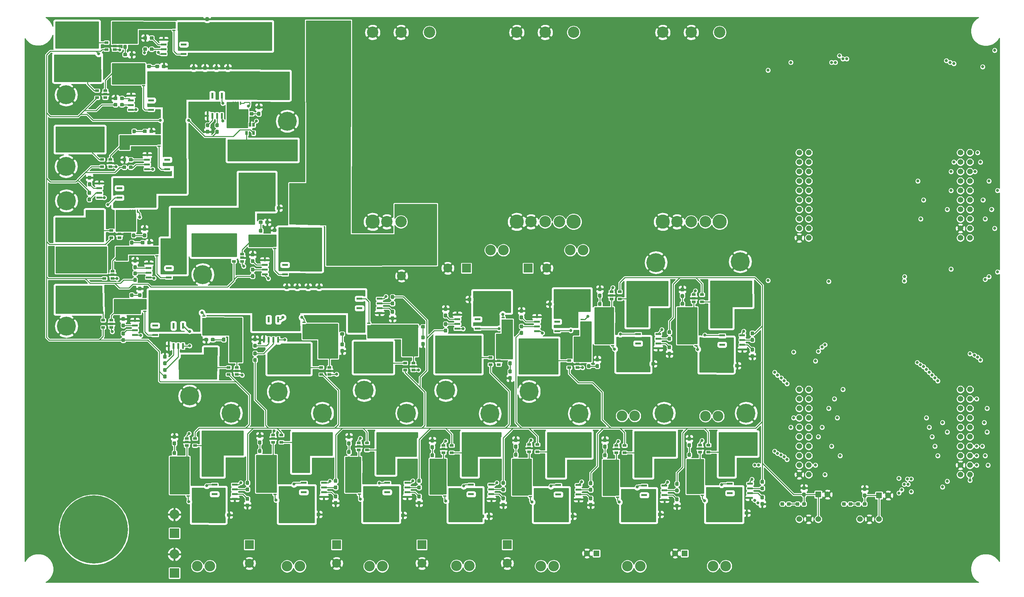
<source format=gbr>
G04 #@! TF.GenerationSoftware,KiCad,Pcbnew,(5.1.10)-1*
G04 #@! TF.CreationDate,2021-12-26T21:02:33-06:00*
G04 #@! TF.ProjectId,PowerBoard_2022_Rev1,506f7765-7242-46f6-9172-645f32303232,rev?*
G04 #@! TF.SameCoordinates,Original*
G04 #@! TF.FileFunction,Copper,L1,Top*
G04 #@! TF.FilePolarity,Positive*
%FSLAX46Y46*%
G04 Gerber Fmt 4.6, Leading zero omitted, Abs format (unit mm)*
G04 Created by KiCad (PCBNEW (5.1.10)-1) date 2021-12-26 21:02:33*
%MOMM*%
%LPD*%
G01*
G04 APERTURE LIST*
G04 #@! TA.AperFunction,ComponentPad*
%ADD10C,5.080000*%
G04 #@! TD*
G04 #@! TA.AperFunction,ComponentPad*
%ADD11C,1.520000*%
G04 #@! TD*
G04 #@! TA.AperFunction,SMDPad,CuDef*
%ADD12R,1.060000X0.650000*%
G04 #@! TD*
G04 #@! TA.AperFunction,ComponentPad*
%ADD13C,2.819400*%
G04 #@! TD*
G04 #@! TA.AperFunction,ComponentPad*
%ADD14C,1.600000*%
G04 #@! TD*
G04 #@! TA.AperFunction,ComponentPad*
%ADD15R,1.600000X1.600000*%
G04 #@! TD*
G04 #@! TA.AperFunction,ComponentPad*
%ADD16C,18.288000*%
G04 #@! TD*
G04 #@! TA.AperFunction,SMDPad,CuDef*
%ADD17R,0.830000X0.400000*%
G04 #@! TD*
G04 #@! TA.AperFunction,SMDPad,CuDef*
%ADD18R,0.750000X0.400000*%
G04 #@! TD*
G04 #@! TA.AperFunction,SMDPad,CuDef*
%ADD19R,1.850000X2.250000*%
G04 #@! TD*
G04 #@! TA.AperFunction,SMDPad,CuDef*
%ADD20R,0.400000X0.830000*%
G04 #@! TD*
G04 #@! TA.AperFunction,SMDPad,CuDef*
%ADD21R,0.400000X0.750000*%
G04 #@! TD*
G04 #@! TA.AperFunction,SMDPad,CuDef*
%ADD22R,2.250000X1.850000*%
G04 #@! TD*
G04 #@! TA.AperFunction,SMDPad,CuDef*
%ADD23R,1.550000X0.600000*%
G04 #@! TD*
G04 #@! TA.AperFunction,ComponentPad*
%ADD24C,1.524000*%
G04 #@! TD*
G04 #@! TA.AperFunction,SMDPad,CuDef*
%ADD25R,0.600000X1.550000*%
G04 #@! TD*
G04 #@! TA.AperFunction,SMDPad,CuDef*
%ADD26R,0.650000X1.060000*%
G04 #@! TD*
G04 #@! TA.AperFunction,ComponentPad*
%ADD27C,3.048000*%
G04 #@! TD*
G04 #@! TA.AperFunction,ComponentPad*
%ADD28C,3.810000*%
G04 #@! TD*
G04 #@! TA.AperFunction,ComponentPad*
%ADD29R,2.600000X2.600000*%
G04 #@! TD*
G04 #@! TA.AperFunction,ComponentPad*
%ADD30O,2.600000X2.600000*%
G04 #@! TD*
G04 #@! TA.AperFunction,ComponentPad*
%ADD31R,2.400000X2.400000*%
G04 #@! TD*
G04 #@! TA.AperFunction,ComponentPad*
%ADD32C,2.400000*%
G04 #@! TD*
G04 #@! TA.AperFunction,ViaPad*
%ADD33C,0.800000*%
G04 #@! TD*
G04 #@! TA.AperFunction,Conductor*
%ADD34C,0.254000*%
G04 #@! TD*
G04 #@! TA.AperFunction,Conductor*
%ADD35C,0.100000*%
G04 #@! TD*
G04 APERTURE END LIST*
D10*
X365945343Y-58013000D03*
X365945343Y-65913000D03*
D11*
X608076000Y-85090000D03*
X562356000Y-62230000D03*
X562356000Y-64770000D03*
X562356000Y-72390000D03*
X605536000Y-74930000D03*
X562356000Y-69850000D03*
X562356000Y-67310000D03*
X608076000Y-69850000D03*
X605536000Y-64770000D03*
X562356000Y-74930000D03*
X562356000Y-77470000D03*
X608076000Y-64770000D03*
X605536000Y-69850000D03*
X605536000Y-72390000D03*
X605536000Y-85090000D03*
X605536000Y-82550000D03*
X605536000Y-80010000D03*
X605536000Y-77470000D03*
X605536000Y-67310000D03*
X605536000Y-62230000D03*
X608076000Y-82550000D03*
X608076000Y-80010000D03*
X608076000Y-77470000D03*
X608076000Y-74930000D03*
X608076000Y-72390000D03*
X608076000Y-67310000D03*
X608076000Y-62230000D03*
X564896000Y-85090000D03*
X564896000Y-82550000D03*
X564896000Y-80010000D03*
X564896000Y-77470000D03*
X564896000Y-74930000D03*
X564896000Y-72390000D03*
X564896000Y-69850000D03*
X564896000Y-67310000D03*
X564896000Y-64770000D03*
X564896000Y-62230000D03*
X562356000Y-85090000D03*
X562356000Y-82550000D03*
X562356000Y-80010000D03*
X605536000Y-148590000D03*
X605536000Y-146050000D03*
X605536000Y-143510000D03*
X605536000Y-140970000D03*
X605536000Y-138430000D03*
X605536000Y-135890000D03*
X605536000Y-133350000D03*
X605536000Y-130810000D03*
X605536000Y-128270000D03*
X605536000Y-125730000D03*
X608076000Y-148590000D03*
X608076000Y-146050000D03*
X608076000Y-143510000D03*
X608076000Y-140970000D03*
X608076000Y-138430000D03*
X608076000Y-135890000D03*
X608076000Y-133350000D03*
X608076000Y-130810000D03*
X608076000Y-128270000D03*
X608076000Y-125730000D03*
X564896000Y-148590000D03*
X564896000Y-146050000D03*
X564896000Y-143510000D03*
X564896000Y-140970000D03*
X564896000Y-138430000D03*
X564896000Y-135890000D03*
X564896000Y-133350000D03*
X564896000Y-130810000D03*
X564896000Y-128270000D03*
X564896000Y-125730000D03*
X562356000Y-148590000D03*
X562356000Y-146050000D03*
X562356000Y-143510000D03*
X562356000Y-140970000D03*
X562356000Y-138430000D03*
X562356000Y-135890000D03*
X562356000Y-133350000D03*
X562356000Y-130810000D03*
X562356000Y-128270000D03*
X562356000Y-125730000D03*
D12*
X512060000Y-99568000D03*
X512060000Y-100518000D03*
X512060000Y-101468000D03*
X514260000Y-101468000D03*
X514260000Y-99568000D03*
G04 #@! TA.AperFunction,SMDPad,CuDef*
G36*
G01*
X455659000Y-159749500D02*
X455659000Y-159274500D01*
G75*
G02*
X455896500Y-159037000I237500J0D01*
G01*
X456471500Y-159037000D01*
G75*
G02*
X456709000Y-159274500I0J-237500D01*
G01*
X456709000Y-159749500D01*
G75*
G02*
X456471500Y-159987000I-237500J0D01*
G01*
X455896500Y-159987000D01*
G75*
G02*
X455659000Y-159749500I0J237500D01*
G01*
G37*
G04 #@! TD.AperFunction*
G04 #@! TA.AperFunction,SMDPad,CuDef*
G36*
G01*
X453909000Y-159749500D02*
X453909000Y-159274500D01*
G75*
G02*
X454146500Y-159037000I237500J0D01*
G01*
X454721500Y-159037000D01*
G75*
G02*
X454959000Y-159274500I0J-237500D01*
G01*
X454959000Y-159749500D01*
G75*
G02*
X454721500Y-159987000I-237500J0D01*
G01*
X454146500Y-159987000D01*
G75*
G02*
X453909000Y-159749500I0J237500D01*
G01*
G37*
G04 #@! TD.AperFunction*
G04 #@! TA.AperFunction,SMDPad,CuDef*
G36*
G01*
X510048500Y-140558000D02*
X510523500Y-140558000D01*
G75*
G02*
X510761000Y-140795500I0J-237500D01*
G01*
X510761000Y-141370500D01*
G75*
G02*
X510523500Y-141608000I-237500J0D01*
G01*
X510048500Y-141608000D01*
G75*
G02*
X509811000Y-141370500I0J237500D01*
G01*
X509811000Y-140795500D01*
G75*
G02*
X510048500Y-140558000I237500J0D01*
G01*
G37*
G04 #@! TD.AperFunction*
G04 #@! TA.AperFunction,SMDPad,CuDef*
G36*
G01*
X510048500Y-138808000D02*
X510523500Y-138808000D01*
G75*
G02*
X510761000Y-139045500I0J-237500D01*
G01*
X510761000Y-139620500D01*
G75*
G02*
X510523500Y-139858000I-237500J0D01*
G01*
X510048500Y-139858000D01*
G75*
G02*
X509811000Y-139620500I0J237500D01*
G01*
X509811000Y-139045500D01*
G75*
G02*
X510048500Y-138808000I237500J0D01*
G01*
G37*
G04 #@! TD.AperFunction*
D13*
X433006500Y-46228000D03*
X433006500Y-42799000D03*
X419544500Y-42799000D03*
X419544500Y-46228000D03*
X479679000Y-101854000D03*
X483108000Y-101854000D03*
X483108000Y-88392000D03*
X479679000Y-88392000D03*
X501015000Y-88392000D03*
X504444000Y-88392000D03*
X504444000Y-101854000D03*
X501015000Y-101854000D03*
X519747252Y-173147443D03*
X516318252Y-173147443D03*
X516318252Y-159685443D03*
X519747252Y-159685443D03*
X473963752Y-159558443D03*
X470534752Y-159558443D03*
X470534752Y-173020443D03*
X473963752Y-173020443D03*
X428561252Y-173147443D03*
X425132252Y-173147443D03*
X425132252Y-159685443D03*
X428561252Y-159685443D03*
X542671000Y-159639000D03*
X539242000Y-159639000D03*
X539242000Y-173101000D03*
X542671000Y-173101000D03*
X518287000Y-132842000D03*
X514858000Y-132842000D03*
X514858000Y-119380000D03*
X518287000Y-119380000D03*
X419100000Y-32512000D03*
X419100000Y-29083000D03*
X432562000Y-29083000D03*
X432562000Y-32512000D03*
X432752500Y-78803500D03*
X429323500Y-78803500D03*
X429323500Y-92265500D03*
X432752500Y-92265500D03*
X540638752Y-119426443D03*
X537209752Y-119426443D03*
X537209752Y-132888443D03*
X540638752Y-132888443D03*
X450659252Y-173147443D03*
X447230252Y-173147443D03*
X447230252Y-159685443D03*
X450659252Y-159685443D03*
X419100000Y-72644000D03*
X419100000Y-69215000D03*
X432562000Y-69215000D03*
X432562000Y-72644000D03*
X496570000Y-173101000D03*
X493141000Y-173101000D03*
X493141000Y-159639000D03*
X496570000Y-159639000D03*
X404495000Y-159664400D03*
X401066000Y-159664400D03*
X401066000Y-173126400D03*
X404495000Y-173126400D03*
X441032900Y-89357200D03*
X437603900Y-89357200D03*
X437603900Y-102819200D03*
X441032900Y-102819200D03*
G04 #@! TA.AperFunction,SMDPad,CuDef*
G36*
G01*
X549545500Y-116287000D02*
X550020500Y-116287000D01*
G75*
G02*
X550258000Y-116524500I0J-237500D01*
G01*
X550258000Y-117099500D01*
G75*
G02*
X550020500Y-117337000I-237500J0D01*
G01*
X549545500Y-117337000D01*
G75*
G02*
X549308000Y-117099500I0J237500D01*
G01*
X549308000Y-116524500D01*
G75*
G02*
X549545500Y-116287000I237500J0D01*
G01*
G37*
G04 #@! TD.AperFunction*
G04 #@! TA.AperFunction,SMDPad,CuDef*
G36*
G01*
X549545500Y-114537000D02*
X550020500Y-114537000D01*
G75*
G02*
X550258000Y-114774500I0J-237500D01*
G01*
X550258000Y-115349500D01*
G75*
G02*
X550020500Y-115587000I-237500J0D01*
G01*
X549545500Y-115587000D01*
G75*
G02*
X549308000Y-115349500I0J237500D01*
G01*
X549308000Y-114774500D01*
G75*
G02*
X549545500Y-114537000I237500J0D01*
G01*
G37*
G04 #@! TD.AperFunction*
G04 #@! TA.AperFunction,SMDPad,CuDef*
G36*
G01*
X545180000Y-119617500D02*
X545180000Y-119142500D01*
G75*
G02*
X545417500Y-118905000I237500J0D01*
G01*
X545992500Y-118905000D01*
G75*
G02*
X546230000Y-119142500I0J-237500D01*
G01*
X546230000Y-119617500D01*
G75*
G02*
X545992500Y-119855000I-237500J0D01*
G01*
X545417500Y-119855000D01*
G75*
G02*
X545180000Y-119617500I0J237500D01*
G01*
G37*
G04 #@! TD.AperFunction*
G04 #@! TA.AperFunction,SMDPad,CuDef*
G36*
G01*
X543430000Y-119617500D02*
X543430000Y-119142500D01*
G75*
G02*
X543667500Y-118905000I237500J0D01*
G01*
X544242500Y-118905000D01*
G75*
G02*
X544480000Y-119142500I0J-237500D01*
G01*
X544480000Y-119617500D01*
G75*
G02*
X544242500Y-119855000I-237500J0D01*
G01*
X543667500Y-119855000D01*
G75*
G02*
X543430000Y-119617500I0J237500D01*
G01*
G37*
G04 #@! TD.AperFunction*
G04 #@! TA.AperFunction,SMDPad,CuDef*
G36*
G01*
X527320500Y-115666000D02*
X527795500Y-115666000D01*
G75*
G02*
X528033000Y-115903500I0J-237500D01*
G01*
X528033000Y-116478500D01*
G75*
G02*
X527795500Y-116716000I-237500J0D01*
G01*
X527320500Y-116716000D01*
G75*
G02*
X527083000Y-116478500I0J237500D01*
G01*
X527083000Y-115903500D01*
G75*
G02*
X527320500Y-115666000I237500J0D01*
G01*
G37*
G04 #@! TD.AperFunction*
G04 #@! TA.AperFunction,SMDPad,CuDef*
G36*
G01*
X527320500Y-113916000D02*
X527795500Y-113916000D01*
G75*
G02*
X528033000Y-114153500I0J-237500D01*
G01*
X528033000Y-114728500D01*
G75*
G02*
X527795500Y-114966000I-237500J0D01*
G01*
X527320500Y-114966000D01*
G75*
G02*
X527083000Y-114728500I0J237500D01*
G01*
X527083000Y-114153500D01*
G75*
G02*
X527320500Y-113916000I237500J0D01*
G01*
G37*
G04 #@! TD.AperFunction*
G04 #@! TA.AperFunction,SMDPad,CuDef*
G36*
G01*
X520965000Y-119109500D02*
X520965000Y-118634500D01*
G75*
G02*
X521202500Y-118397000I237500J0D01*
G01*
X521777500Y-118397000D01*
G75*
G02*
X522015000Y-118634500I0J-237500D01*
G01*
X522015000Y-119109500D01*
G75*
G02*
X521777500Y-119347000I-237500J0D01*
G01*
X521202500Y-119347000D01*
G75*
G02*
X520965000Y-119109500I0J237500D01*
G01*
G37*
G04 #@! TD.AperFunction*
G04 #@! TA.AperFunction,SMDPad,CuDef*
G36*
G01*
X522715000Y-119109500D02*
X522715000Y-118634500D01*
G75*
G02*
X522952500Y-118397000I237500J0D01*
G01*
X523527500Y-118397000D01*
G75*
G02*
X523765000Y-118634500I0J-237500D01*
G01*
X523765000Y-119109500D01*
G75*
G02*
X523527500Y-119347000I-237500J0D01*
G01*
X522952500Y-119347000D01*
G75*
G02*
X522715000Y-119109500I0J237500D01*
G01*
G37*
G04 #@! TD.AperFunction*
D14*
X505500000Y-169709959D03*
D15*
X508000000Y-169709959D03*
D14*
X529122000Y-169709959D03*
D15*
X531622000Y-169709959D03*
G04 #@! TA.AperFunction,SMDPad,CuDef*
G36*
G01*
X563863500Y-154449000D02*
X563388500Y-154449000D01*
G75*
G02*
X563151000Y-154211500I0J237500D01*
G01*
X563151000Y-153636500D01*
G75*
G02*
X563388500Y-153399000I237500J0D01*
G01*
X563863500Y-153399000D01*
G75*
G02*
X564101000Y-153636500I0J-237500D01*
G01*
X564101000Y-154211500D01*
G75*
G02*
X563863500Y-154449000I-237500J0D01*
G01*
G37*
G04 #@! TD.AperFunction*
G04 #@! TA.AperFunction,SMDPad,CuDef*
G36*
G01*
X563863500Y-152699000D02*
X563388500Y-152699000D01*
G75*
G02*
X563151000Y-152461500I0J237500D01*
G01*
X563151000Y-151886500D01*
G75*
G02*
X563388500Y-151649000I237500J0D01*
G01*
X563863500Y-151649000D01*
G75*
G02*
X564101000Y-151886500I0J-237500D01*
G01*
X564101000Y-152461500D01*
G75*
G02*
X563863500Y-152699000I-237500J0D01*
G01*
G37*
G04 #@! TD.AperFunction*
G04 #@! TA.AperFunction,SMDPad,CuDef*
G36*
G01*
X580119500Y-152953000D02*
X579644500Y-152953000D01*
G75*
G02*
X579407000Y-152715500I0J237500D01*
G01*
X579407000Y-152140500D01*
G75*
G02*
X579644500Y-151903000I237500J0D01*
G01*
X580119500Y-151903000D01*
G75*
G02*
X580357000Y-152140500I0J-237500D01*
G01*
X580357000Y-152715500D01*
G75*
G02*
X580119500Y-152953000I-237500J0D01*
G01*
G37*
G04 #@! TD.AperFunction*
G04 #@! TA.AperFunction,SMDPad,CuDef*
G36*
G01*
X580119500Y-154703000D02*
X579644500Y-154703000D01*
G75*
G02*
X579407000Y-154465500I0J237500D01*
G01*
X579407000Y-153890500D01*
G75*
G02*
X579644500Y-153653000I237500J0D01*
G01*
X580119500Y-153653000D01*
G75*
G02*
X580357000Y-153890500I0J-237500D01*
G01*
X580357000Y-154465500D01*
G75*
G02*
X580119500Y-154703000I-237500J0D01*
G01*
G37*
G04 #@! TD.AperFunction*
D14*
X569936000Y-153924000D03*
D15*
X567436000Y-153924000D03*
X583692000Y-154178000D03*
D14*
X586192000Y-154178000D03*
G04 #@! TA.AperFunction,SMDPad,CuDef*
G36*
G01*
X414290500Y-154567400D02*
X414765500Y-154567400D01*
G75*
G02*
X415003000Y-154804900I0J-237500D01*
G01*
X415003000Y-155379900D01*
G75*
G02*
X414765500Y-155617400I-237500J0D01*
G01*
X414290500Y-155617400D01*
G75*
G02*
X414053000Y-155379900I0J237500D01*
G01*
X414053000Y-154804900D01*
G75*
G02*
X414290500Y-154567400I237500J0D01*
G01*
G37*
G04 #@! TD.AperFunction*
G04 #@! TA.AperFunction,SMDPad,CuDef*
G36*
G01*
X414290500Y-156317400D02*
X414765500Y-156317400D01*
G75*
G02*
X415003000Y-156554900I0J-237500D01*
G01*
X415003000Y-157129900D01*
G75*
G02*
X414765500Y-157367400I-237500J0D01*
G01*
X414290500Y-157367400D01*
G75*
G02*
X414053000Y-157129900I0J237500D01*
G01*
X414053000Y-156554900D01*
G75*
G02*
X414290500Y-156317400I237500J0D01*
G01*
G37*
G04 #@! TD.AperFunction*
G04 #@! TA.AperFunction,SMDPad,CuDef*
G36*
G01*
X460264500Y-153907000D02*
X460739500Y-153907000D01*
G75*
G02*
X460977000Y-154144500I0J-237500D01*
G01*
X460977000Y-154719500D01*
G75*
G02*
X460739500Y-154957000I-237500J0D01*
G01*
X460264500Y-154957000D01*
G75*
G02*
X460027000Y-154719500I0J237500D01*
G01*
X460027000Y-154144500D01*
G75*
G02*
X460264500Y-153907000I237500J0D01*
G01*
G37*
G04 #@! TD.AperFunction*
G04 #@! TA.AperFunction,SMDPad,CuDef*
G36*
G01*
X460264500Y-155657000D02*
X460739500Y-155657000D01*
G75*
G02*
X460977000Y-155894500I0J-237500D01*
G01*
X460977000Y-156469500D01*
G75*
G02*
X460739500Y-156707000I-237500J0D01*
G01*
X460264500Y-156707000D01*
G75*
G02*
X460027000Y-156469500I0J237500D01*
G01*
X460027000Y-155894500D01*
G75*
G02*
X460264500Y-155657000I237500J0D01*
G01*
G37*
G04 #@! TD.AperFunction*
G04 #@! TA.AperFunction,SMDPad,CuDef*
G36*
G01*
X506238500Y-154415000D02*
X506713500Y-154415000D01*
G75*
G02*
X506951000Y-154652500I0J-237500D01*
G01*
X506951000Y-155227500D01*
G75*
G02*
X506713500Y-155465000I-237500J0D01*
G01*
X506238500Y-155465000D01*
G75*
G02*
X506001000Y-155227500I0J237500D01*
G01*
X506001000Y-154652500D01*
G75*
G02*
X506238500Y-154415000I237500J0D01*
G01*
G37*
G04 #@! TD.AperFunction*
G04 #@! TA.AperFunction,SMDPad,CuDef*
G36*
G01*
X506238500Y-156165000D02*
X506713500Y-156165000D01*
G75*
G02*
X506951000Y-156402500I0J-237500D01*
G01*
X506951000Y-156977500D01*
G75*
G02*
X506713500Y-157215000I-237500J0D01*
G01*
X506238500Y-157215000D01*
G75*
G02*
X506001000Y-156977500I0J237500D01*
G01*
X506001000Y-156402500D01*
G75*
G02*
X506238500Y-156165000I237500J0D01*
G01*
G37*
G04 #@! TD.AperFunction*
G04 #@! TA.AperFunction,SMDPad,CuDef*
G36*
G01*
X552212500Y-155925000D02*
X552687500Y-155925000D01*
G75*
G02*
X552925000Y-156162500I0J-237500D01*
G01*
X552925000Y-156737500D01*
G75*
G02*
X552687500Y-156975000I-237500J0D01*
G01*
X552212500Y-156975000D01*
G75*
G02*
X551975000Y-156737500I0J237500D01*
G01*
X551975000Y-156162500D01*
G75*
G02*
X552212500Y-155925000I237500J0D01*
G01*
G37*
G04 #@! TD.AperFunction*
G04 #@! TA.AperFunction,SMDPad,CuDef*
G36*
G01*
X552212500Y-154175000D02*
X552687500Y-154175000D01*
G75*
G02*
X552925000Y-154412500I0J-237500D01*
G01*
X552925000Y-154987500D01*
G75*
G02*
X552687500Y-155225000I-237500J0D01*
G01*
X552212500Y-155225000D01*
G75*
G02*
X551975000Y-154987500I0J237500D01*
G01*
X551975000Y-154412500D01*
G75*
G02*
X552212500Y-154175000I237500J0D01*
G01*
G37*
G04 #@! TD.AperFunction*
G04 #@! TA.AperFunction,SMDPad,CuDef*
G36*
G01*
X409036000Y-159647900D02*
X409036000Y-159172900D01*
G75*
G02*
X409273500Y-158935400I237500J0D01*
G01*
X409848500Y-158935400D01*
G75*
G02*
X410086000Y-159172900I0J-237500D01*
G01*
X410086000Y-159647900D01*
G75*
G02*
X409848500Y-159885400I-237500J0D01*
G01*
X409273500Y-159885400D01*
G75*
G02*
X409036000Y-159647900I0J237500D01*
G01*
G37*
G04 #@! TD.AperFunction*
G04 #@! TA.AperFunction,SMDPad,CuDef*
G36*
G01*
X407286000Y-159647900D02*
X407286000Y-159172900D01*
G75*
G02*
X407523500Y-158935400I237500J0D01*
G01*
X408098500Y-158935400D01*
G75*
G02*
X408336000Y-159172900I0J-237500D01*
G01*
X408336000Y-159647900D01*
G75*
G02*
X408098500Y-159885400I-237500J0D01*
G01*
X407523500Y-159885400D01*
G75*
G02*
X407286000Y-159647900I0J237500D01*
G01*
G37*
G04 #@! TD.AperFunction*
G04 #@! TA.AperFunction,SMDPad,CuDef*
G36*
G01*
X501125000Y-160003500D02*
X501125000Y-159528500D01*
G75*
G02*
X501362500Y-159291000I237500J0D01*
G01*
X501937500Y-159291000D01*
G75*
G02*
X502175000Y-159528500I0J-237500D01*
G01*
X502175000Y-160003500D01*
G75*
G02*
X501937500Y-160241000I-237500J0D01*
G01*
X501362500Y-160241000D01*
G75*
G02*
X501125000Y-160003500I0J237500D01*
G01*
G37*
G04 #@! TD.AperFunction*
G04 #@! TA.AperFunction,SMDPad,CuDef*
G36*
G01*
X499375000Y-160003500D02*
X499375000Y-159528500D01*
G75*
G02*
X499612500Y-159291000I237500J0D01*
G01*
X500187500Y-159291000D01*
G75*
G02*
X500425000Y-159528500I0J-237500D01*
G01*
X500425000Y-160003500D01*
G75*
G02*
X500187500Y-160241000I-237500J0D01*
G01*
X499612500Y-160241000D01*
G75*
G02*
X499375000Y-160003500I0J237500D01*
G01*
G37*
G04 #@! TD.AperFunction*
G04 #@! TA.AperFunction,SMDPad,CuDef*
G36*
G01*
X545970000Y-159114500D02*
X545970000Y-158639500D01*
G75*
G02*
X546207500Y-158402000I237500J0D01*
G01*
X546782500Y-158402000D01*
G75*
G02*
X547020000Y-158639500I0J-237500D01*
G01*
X547020000Y-159114500D01*
G75*
G02*
X546782500Y-159352000I-237500J0D01*
G01*
X546207500Y-159352000D01*
G75*
G02*
X545970000Y-159114500I0J237500D01*
G01*
G37*
G04 #@! TD.AperFunction*
G04 #@! TA.AperFunction,SMDPad,CuDef*
G36*
G01*
X547720000Y-159114500D02*
X547720000Y-158639500D01*
G75*
G02*
X547957500Y-158402000I237500J0D01*
G01*
X548532500Y-158402000D01*
G75*
G02*
X548770000Y-158639500I0J-237500D01*
G01*
X548770000Y-159114500D01*
G75*
G02*
X548532500Y-159352000I-237500J0D01*
G01*
X547957500Y-159352000D01*
G75*
G02*
X547720000Y-159114500I0J237500D01*
G01*
G37*
G04 #@! TD.AperFunction*
G04 #@! TA.AperFunction,SMDPad,CuDef*
G36*
G01*
X437912500Y-153907000D02*
X438387500Y-153907000D01*
G75*
G02*
X438625000Y-154144500I0J-237500D01*
G01*
X438625000Y-154719500D01*
G75*
G02*
X438387500Y-154957000I-237500J0D01*
G01*
X437912500Y-154957000D01*
G75*
G02*
X437675000Y-154719500I0J237500D01*
G01*
X437675000Y-154144500D01*
G75*
G02*
X437912500Y-153907000I237500J0D01*
G01*
G37*
G04 #@! TD.AperFunction*
G04 #@! TA.AperFunction,SMDPad,CuDef*
G36*
G01*
X437912500Y-155657000D02*
X438387500Y-155657000D01*
G75*
G02*
X438625000Y-155894500I0J-237500D01*
G01*
X438625000Y-156469500D01*
G75*
G02*
X438387500Y-156707000I-237500J0D01*
G01*
X437912500Y-156707000D01*
G75*
G02*
X437675000Y-156469500I0J237500D01*
G01*
X437675000Y-155894500D01*
G75*
G02*
X437912500Y-155657000I237500J0D01*
G01*
G37*
G04 #@! TD.AperFunction*
G04 #@! TA.AperFunction,SMDPad,CuDef*
G36*
G01*
X482807000Y-154415000D02*
X483282000Y-154415000D01*
G75*
G02*
X483519500Y-154652500I0J-237500D01*
G01*
X483519500Y-155227500D01*
G75*
G02*
X483282000Y-155465000I-237500J0D01*
G01*
X482807000Y-155465000D01*
G75*
G02*
X482569500Y-155227500I0J237500D01*
G01*
X482569500Y-154652500D01*
G75*
G02*
X482807000Y-154415000I237500J0D01*
G01*
G37*
G04 #@! TD.AperFunction*
G04 #@! TA.AperFunction,SMDPad,CuDef*
G36*
G01*
X482807000Y-156165000D02*
X483282000Y-156165000D01*
G75*
G02*
X483519500Y-156402500I0J-237500D01*
G01*
X483519500Y-156977500D01*
G75*
G02*
X483282000Y-157215000I-237500J0D01*
G01*
X482807000Y-157215000D01*
G75*
G02*
X482569500Y-156977500I0J237500D01*
G01*
X482569500Y-156402500D01*
G75*
G02*
X482807000Y-156165000I237500J0D01*
G01*
G37*
G04 #@! TD.AperFunction*
G04 #@! TA.AperFunction,SMDPad,CuDef*
G36*
G01*
X529352500Y-156419000D02*
X529827500Y-156419000D01*
G75*
G02*
X530065000Y-156656500I0J-237500D01*
G01*
X530065000Y-157231500D01*
G75*
G02*
X529827500Y-157469000I-237500J0D01*
G01*
X529352500Y-157469000D01*
G75*
G02*
X529115000Y-157231500I0J237500D01*
G01*
X529115000Y-156656500D01*
G75*
G02*
X529352500Y-156419000I237500J0D01*
G01*
G37*
G04 #@! TD.AperFunction*
G04 #@! TA.AperFunction,SMDPad,CuDef*
G36*
G01*
X529352500Y-154669000D02*
X529827500Y-154669000D01*
G75*
G02*
X530065000Y-154906500I0J-237500D01*
G01*
X530065000Y-155481500D01*
G75*
G02*
X529827500Y-155719000I-237500J0D01*
G01*
X529352500Y-155719000D01*
G75*
G02*
X529115000Y-155481500I0J237500D01*
G01*
X529115000Y-154906500D01*
G75*
G02*
X529352500Y-154669000I237500J0D01*
G01*
G37*
G04 #@! TD.AperFunction*
G04 #@! TA.AperFunction,SMDPad,CuDef*
G36*
G01*
X433053000Y-159495500D02*
X433053000Y-159020500D01*
G75*
G02*
X433290500Y-158783000I237500J0D01*
G01*
X433865500Y-158783000D01*
G75*
G02*
X434103000Y-159020500I0J-237500D01*
G01*
X434103000Y-159495500D01*
G75*
G02*
X433865500Y-159733000I-237500J0D01*
G01*
X433290500Y-159733000D01*
G75*
G02*
X433053000Y-159495500I0J237500D01*
G01*
G37*
G04 #@! TD.AperFunction*
G04 #@! TA.AperFunction,SMDPad,CuDef*
G36*
G01*
X431303000Y-159495500D02*
X431303000Y-159020500D01*
G75*
G02*
X431540500Y-158783000I237500J0D01*
G01*
X432115500Y-158783000D01*
G75*
G02*
X432353000Y-159020500I0J-237500D01*
G01*
X432353000Y-159495500D01*
G75*
G02*
X432115500Y-159733000I-237500J0D01*
G01*
X431540500Y-159733000D01*
G75*
G02*
X431303000Y-159495500I0J237500D01*
G01*
G37*
G04 #@! TD.AperFunction*
G04 #@! TA.AperFunction,SMDPad,CuDef*
G36*
G01*
X476882000Y-160003500D02*
X476882000Y-159528500D01*
G75*
G02*
X477119500Y-159291000I237500J0D01*
G01*
X477694500Y-159291000D01*
G75*
G02*
X477932000Y-159528500I0J-237500D01*
G01*
X477932000Y-160003500D01*
G75*
G02*
X477694500Y-160241000I-237500J0D01*
G01*
X477119500Y-160241000D01*
G75*
G02*
X476882000Y-160003500I0J237500D01*
G01*
G37*
G04 #@! TD.AperFunction*
G04 #@! TA.AperFunction,SMDPad,CuDef*
G36*
G01*
X478632000Y-160003500D02*
X478632000Y-159528500D01*
G75*
G02*
X478869500Y-159291000I237500J0D01*
G01*
X479444500Y-159291000D01*
G75*
G02*
X479682000Y-159528500I0J-237500D01*
G01*
X479682000Y-160003500D01*
G75*
G02*
X479444500Y-160241000I-237500J0D01*
G01*
X478869500Y-160241000D01*
G75*
G02*
X478632000Y-160003500I0J237500D01*
G01*
G37*
G04 #@! TD.AperFunction*
G04 #@! TA.AperFunction,SMDPad,CuDef*
G36*
G01*
X524493000Y-159495500D02*
X524493000Y-159020500D01*
G75*
G02*
X524730500Y-158783000I237500J0D01*
G01*
X525305500Y-158783000D01*
G75*
G02*
X525543000Y-159020500I0J-237500D01*
G01*
X525543000Y-159495500D01*
G75*
G02*
X525305500Y-159733000I-237500J0D01*
G01*
X524730500Y-159733000D01*
G75*
G02*
X524493000Y-159495500I0J237500D01*
G01*
G37*
G04 #@! TD.AperFunction*
G04 #@! TA.AperFunction,SMDPad,CuDef*
G36*
G01*
X522743000Y-159495500D02*
X522743000Y-159020500D01*
G75*
G02*
X522980500Y-158783000I237500J0D01*
G01*
X523555500Y-158783000D01*
G75*
G02*
X523793000Y-159020500I0J-237500D01*
G01*
X523793000Y-159495500D01*
G75*
G02*
X523555500Y-159733000I-237500J0D01*
G01*
X522980500Y-159733000D01*
G75*
G02*
X522743000Y-159495500I0J237500D01*
G01*
G37*
G04 #@! TD.AperFunction*
G04 #@! TA.AperFunction,SMDPad,CuDef*
G36*
G01*
X387649000Y-31258500D02*
X387649000Y-31733500D01*
G75*
G02*
X387411500Y-31971000I-237500J0D01*
G01*
X386836500Y-31971000D01*
G75*
G02*
X386599000Y-31733500I0J237500D01*
G01*
X386599000Y-31258500D01*
G75*
G02*
X386836500Y-31021000I237500J0D01*
G01*
X387411500Y-31021000D01*
G75*
G02*
X387649000Y-31258500I0J-237500D01*
G01*
G37*
G04 #@! TD.AperFunction*
G04 #@! TA.AperFunction,SMDPad,CuDef*
G36*
G01*
X389399000Y-31258500D02*
X389399000Y-31733500D01*
G75*
G02*
X389161500Y-31971000I-237500J0D01*
G01*
X388586500Y-31971000D01*
G75*
G02*
X388349000Y-31733500I0J237500D01*
G01*
X388349000Y-31258500D01*
G75*
G02*
X388586500Y-31021000I237500J0D01*
G01*
X389161500Y-31021000D01*
G75*
G02*
X389399000Y-31258500I0J-237500D01*
G01*
G37*
G04 #@! TD.AperFunction*
G04 #@! TA.AperFunction,SMDPad,CuDef*
G36*
G01*
X384666500Y-91739000D02*
X384191500Y-91739000D01*
G75*
G02*
X383954000Y-91501500I0J237500D01*
G01*
X383954000Y-90926500D01*
G75*
G02*
X384191500Y-90689000I237500J0D01*
G01*
X384666500Y-90689000D01*
G75*
G02*
X384904000Y-90926500I0J-237500D01*
G01*
X384904000Y-91501500D01*
G75*
G02*
X384666500Y-91739000I-237500J0D01*
G01*
G37*
G04 #@! TD.AperFunction*
G04 #@! TA.AperFunction,SMDPad,CuDef*
G36*
G01*
X384666500Y-93489000D02*
X384191500Y-93489000D01*
G75*
G02*
X383954000Y-93251500I0J237500D01*
G01*
X383954000Y-92676500D01*
G75*
G02*
X384191500Y-92439000I237500J0D01*
G01*
X384666500Y-92439000D01*
G75*
G02*
X384904000Y-92676500I0J-237500D01*
G01*
X384904000Y-93251500D01*
G75*
G02*
X384666500Y-93489000I-237500J0D01*
G01*
G37*
G04 #@! TD.AperFunction*
G04 #@! TA.AperFunction,SMDPad,CuDef*
G36*
G01*
X403970500Y-28691000D02*
X403495500Y-28691000D01*
G75*
G02*
X403258000Y-28453500I0J237500D01*
G01*
X403258000Y-27878500D01*
G75*
G02*
X403495500Y-27641000I237500J0D01*
G01*
X403970500Y-27641000D01*
G75*
G02*
X404208000Y-27878500I0J-237500D01*
G01*
X404208000Y-28453500D01*
G75*
G02*
X403970500Y-28691000I-237500J0D01*
G01*
G37*
G04 #@! TD.AperFunction*
G04 #@! TA.AperFunction,SMDPad,CuDef*
G36*
G01*
X403970500Y-26941000D02*
X403495500Y-26941000D01*
G75*
G02*
X403258000Y-26703500I0J237500D01*
G01*
X403258000Y-26128500D01*
G75*
G02*
X403495500Y-25891000I237500J0D01*
G01*
X403970500Y-25891000D01*
G75*
G02*
X404208000Y-26128500I0J-237500D01*
G01*
X404208000Y-26703500D01*
G75*
G02*
X403970500Y-26941000I-237500J0D01*
G01*
G37*
G04 #@! TD.AperFunction*
G04 #@! TA.AperFunction,SMDPad,CuDef*
G36*
G01*
X422385000Y-77326500D02*
X422385000Y-76851500D01*
G75*
G02*
X422622500Y-76614000I237500J0D01*
G01*
X423197500Y-76614000D01*
G75*
G02*
X423435000Y-76851500I0J-237500D01*
G01*
X423435000Y-77326500D01*
G75*
G02*
X423197500Y-77564000I-237500J0D01*
G01*
X422622500Y-77564000D01*
G75*
G02*
X422385000Y-77326500I0J237500D01*
G01*
G37*
G04 #@! TD.AperFunction*
G04 #@! TA.AperFunction,SMDPad,CuDef*
G36*
G01*
X420635000Y-77326500D02*
X420635000Y-76851500D01*
G75*
G02*
X420872500Y-76614000I237500J0D01*
G01*
X421447500Y-76614000D01*
G75*
G02*
X421685000Y-76851500I0J-237500D01*
G01*
X421685000Y-77326500D01*
G75*
G02*
X421447500Y-77564000I-237500J0D01*
G01*
X420872500Y-77564000D01*
G75*
G02*
X420635000Y-77326500I0J237500D01*
G01*
G37*
G04 #@! TD.AperFunction*
G04 #@! TA.AperFunction,SMDPad,CuDef*
G36*
G01*
X488171500Y-105201000D02*
X487696500Y-105201000D01*
G75*
G02*
X487459000Y-104963500I0J237500D01*
G01*
X487459000Y-104388500D01*
G75*
G02*
X487696500Y-104151000I237500J0D01*
G01*
X488171500Y-104151000D01*
G75*
G02*
X488409000Y-104388500I0J-237500D01*
G01*
X488409000Y-104963500D01*
G75*
G02*
X488171500Y-105201000I-237500J0D01*
G01*
G37*
G04 #@! TD.AperFunction*
G04 #@! TA.AperFunction,SMDPad,CuDef*
G36*
G01*
X488171500Y-106951000D02*
X487696500Y-106951000D01*
G75*
G02*
X487459000Y-106713500I0J237500D01*
G01*
X487459000Y-106138500D01*
G75*
G02*
X487696500Y-105901000I237500J0D01*
G01*
X488171500Y-105901000D01*
G75*
G02*
X488409000Y-106138500I0J-237500D01*
G01*
X488409000Y-106713500D01*
G75*
G02*
X488171500Y-106951000I-237500J0D01*
G01*
G37*
G04 #@! TD.AperFunction*
G04 #@! TA.AperFunction,SMDPad,CuDef*
G36*
G01*
X497829000Y-102632500D02*
X497829000Y-103107500D01*
G75*
G02*
X497591500Y-103345000I-237500J0D01*
G01*
X497016500Y-103345000D01*
G75*
G02*
X496779000Y-103107500I0J237500D01*
G01*
X496779000Y-102632500D01*
G75*
G02*
X497016500Y-102395000I237500J0D01*
G01*
X497591500Y-102395000D01*
G75*
G02*
X497829000Y-102632500I0J-237500D01*
G01*
G37*
G04 #@! TD.AperFunction*
G04 #@! TA.AperFunction,SMDPad,CuDef*
G36*
G01*
X496079000Y-102632500D02*
X496079000Y-103107500D01*
G75*
G02*
X495841500Y-103345000I-237500J0D01*
G01*
X495266500Y-103345000D01*
G75*
G02*
X495029000Y-103107500I0J237500D01*
G01*
X495029000Y-102632500D01*
G75*
G02*
X495266500Y-102395000I237500J0D01*
G01*
X495841500Y-102395000D01*
G75*
G02*
X496079000Y-102632500I0J-237500D01*
G01*
G37*
G04 #@! TD.AperFunction*
G04 #@! TA.AperFunction,SMDPad,CuDef*
G36*
G01*
X467851500Y-106443000D02*
X467376500Y-106443000D01*
G75*
G02*
X467139000Y-106205500I0J237500D01*
G01*
X467139000Y-105630500D01*
G75*
G02*
X467376500Y-105393000I237500J0D01*
G01*
X467851500Y-105393000D01*
G75*
G02*
X468089000Y-105630500I0J-237500D01*
G01*
X468089000Y-106205500D01*
G75*
G02*
X467851500Y-106443000I-237500J0D01*
G01*
G37*
G04 #@! TD.AperFunction*
G04 #@! TA.AperFunction,SMDPad,CuDef*
G36*
G01*
X467851500Y-104693000D02*
X467376500Y-104693000D01*
G75*
G02*
X467139000Y-104455500I0J237500D01*
G01*
X467139000Y-103880500D01*
G75*
G02*
X467376500Y-103643000I237500J0D01*
G01*
X467851500Y-103643000D01*
G75*
G02*
X468089000Y-103880500I0J-237500D01*
G01*
X468089000Y-104455500D01*
G75*
G02*
X467851500Y-104693000I-237500J0D01*
G01*
G37*
G04 #@! TD.AperFunction*
G04 #@! TA.AperFunction,SMDPad,CuDef*
G36*
G01*
X474517000Y-101362500D02*
X474517000Y-101837500D01*
G75*
G02*
X474279500Y-102075000I-237500J0D01*
G01*
X473704500Y-102075000D01*
G75*
G02*
X473467000Y-101837500I0J237500D01*
G01*
X473467000Y-101362500D01*
G75*
G02*
X473704500Y-101125000I237500J0D01*
G01*
X474279500Y-101125000D01*
G75*
G02*
X474517000Y-101362500I0J-237500D01*
G01*
G37*
G04 #@! TD.AperFunction*
G04 #@! TA.AperFunction,SMDPad,CuDef*
G36*
G01*
X476267000Y-101362500D02*
X476267000Y-101837500D01*
G75*
G02*
X476029500Y-102075000I-237500J0D01*
G01*
X475454500Y-102075000D01*
G75*
G02*
X475217000Y-101837500I0J237500D01*
G01*
X475217000Y-101362500D01*
G75*
G02*
X475454500Y-101125000I237500J0D01*
G01*
X476029500Y-101125000D01*
G75*
G02*
X476267000Y-101362500I0J-237500D01*
G01*
G37*
G04 #@! TD.AperFunction*
G04 #@! TA.AperFunction,SMDPad,CuDef*
G36*
G01*
X372474500Y-71236000D02*
X371999500Y-71236000D01*
G75*
G02*
X371762000Y-70998500I0J237500D01*
G01*
X371762000Y-70423500D01*
G75*
G02*
X371999500Y-70186000I237500J0D01*
G01*
X372474500Y-70186000D01*
G75*
G02*
X372712000Y-70423500I0J-237500D01*
G01*
X372712000Y-70998500D01*
G75*
G02*
X372474500Y-71236000I-237500J0D01*
G01*
G37*
G04 #@! TD.AperFunction*
G04 #@! TA.AperFunction,SMDPad,CuDef*
G36*
G01*
X372474500Y-69486000D02*
X371999500Y-69486000D01*
G75*
G02*
X371762000Y-69248500I0J237500D01*
G01*
X371762000Y-68673500D01*
G75*
G02*
X371999500Y-68436000I237500J0D01*
G01*
X372474500Y-68436000D01*
G75*
G02*
X372712000Y-68673500I0J-237500D01*
G01*
X372712000Y-69248500D01*
G75*
G02*
X372474500Y-69486000I-237500J0D01*
G01*
G37*
G04 #@! TD.AperFunction*
G04 #@! TA.AperFunction,SMDPad,CuDef*
G36*
G01*
X416797500Y-114557000D02*
X416322500Y-114557000D01*
G75*
G02*
X416085000Y-114319500I0J237500D01*
G01*
X416085000Y-113744500D01*
G75*
G02*
X416322500Y-113507000I237500J0D01*
G01*
X416797500Y-113507000D01*
G75*
G02*
X417035000Y-113744500I0J-237500D01*
G01*
X417035000Y-114319500D01*
G75*
G02*
X416797500Y-114557000I-237500J0D01*
G01*
G37*
G04 #@! TD.AperFunction*
G04 #@! TA.AperFunction,SMDPad,CuDef*
G36*
G01*
X416797500Y-112807000D02*
X416322500Y-112807000D01*
G75*
G02*
X416085000Y-112569500I0J237500D01*
G01*
X416085000Y-111994500D01*
G75*
G02*
X416322500Y-111757000I237500J0D01*
G01*
X416797500Y-111757000D01*
G75*
G02*
X417035000Y-111994500I0J-237500D01*
G01*
X417035000Y-112569500D01*
G75*
G02*
X416797500Y-112807000I-237500J0D01*
G01*
G37*
G04 #@! TD.AperFunction*
G04 #@! TA.AperFunction,SMDPad,CuDef*
G36*
G01*
X392667500Y-117506000D02*
X392192500Y-117506000D01*
G75*
G02*
X391955000Y-117268500I0J237500D01*
G01*
X391955000Y-116693500D01*
G75*
G02*
X392192500Y-116456000I237500J0D01*
G01*
X392667500Y-116456000D01*
G75*
G02*
X392905000Y-116693500I0J-237500D01*
G01*
X392905000Y-117268500D01*
G75*
G02*
X392667500Y-117506000I-237500J0D01*
G01*
G37*
G04 #@! TD.AperFunction*
G04 #@! TA.AperFunction,SMDPad,CuDef*
G36*
G01*
X392667500Y-119256000D02*
X392192500Y-119256000D01*
G75*
G02*
X391955000Y-119018500I0J237500D01*
G01*
X391955000Y-118443500D01*
G75*
G02*
X392192500Y-118206000I237500J0D01*
G01*
X392667500Y-118206000D01*
G75*
G02*
X392905000Y-118443500I0J-237500D01*
G01*
X392905000Y-119018500D01*
G75*
G02*
X392667500Y-119256000I-237500J0D01*
G01*
G37*
G04 #@! TD.AperFunction*
G04 #@! TA.AperFunction,SMDPad,CuDef*
G36*
G01*
X453152500Y-106127000D02*
X453627500Y-106127000D01*
G75*
G02*
X453865000Y-106364500I0J-237500D01*
G01*
X453865000Y-106939500D01*
G75*
G02*
X453627500Y-107177000I-237500J0D01*
G01*
X453152500Y-107177000D01*
G75*
G02*
X452915000Y-106939500I0J237500D01*
G01*
X452915000Y-106364500D01*
G75*
G02*
X453152500Y-106127000I237500J0D01*
G01*
G37*
G04 #@! TD.AperFunction*
G04 #@! TA.AperFunction,SMDPad,CuDef*
G36*
G01*
X453152500Y-104377000D02*
X453627500Y-104377000D01*
G75*
G02*
X453865000Y-104614500I0J-237500D01*
G01*
X453865000Y-105189500D01*
G75*
G02*
X453627500Y-105427000I-237500J0D01*
G01*
X453152500Y-105427000D01*
G75*
G02*
X452915000Y-105189500I0J237500D01*
G01*
X452915000Y-104614500D01*
G75*
G02*
X453152500Y-104377000I237500J0D01*
G01*
G37*
G04 #@! TD.AperFunction*
G04 #@! TA.AperFunction,SMDPad,CuDef*
G36*
G01*
X409495000Y-40036000D02*
X409020000Y-40036000D01*
G75*
G02*
X408782500Y-39798500I0J237500D01*
G01*
X408782500Y-39223500D01*
G75*
G02*
X409020000Y-38986000I237500J0D01*
G01*
X409495000Y-38986000D01*
G75*
G02*
X409732500Y-39223500I0J-237500D01*
G01*
X409732500Y-39798500D01*
G75*
G02*
X409495000Y-40036000I-237500J0D01*
G01*
G37*
G04 #@! TD.AperFunction*
G04 #@! TA.AperFunction,SMDPad,CuDef*
G36*
G01*
X409495000Y-41786000D02*
X409020000Y-41786000D01*
G75*
G02*
X408782500Y-41548500I0J237500D01*
G01*
X408782500Y-40973500D01*
G75*
G02*
X409020000Y-40736000I237500J0D01*
G01*
X409495000Y-40736000D01*
G75*
G02*
X409732500Y-40973500I0J-237500D01*
G01*
X409732500Y-41548500D01*
G75*
G02*
X409495000Y-41786000I-237500J0D01*
G01*
G37*
G04 #@! TD.AperFunction*
G04 #@! TA.AperFunction,SMDPad,CuDef*
G36*
G01*
X425306500Y-98823000D02*
X424831500Y-98823000D01*
G75*
G02*
X424594000Y-98585500I0J237500D01*
G01*
X424594000Y-98010500D01*
G75*
G02*
X424831500Y-97773000I237500J0D01*
G01*
X425306500Y-97773000D01*
G75*
G02*
X425544000Y-98010500I0J-237500D01*
G01*
X425544000Y-98585500D01*
G75*
G02*
X425306500Y-98823000I-237500J0D01*
G01*
G37*
G04 #@! TD.AperFunction*
G04 #@! TA.AperFunction,SMDPad,CuDef*
G36*
G01*
X425306500Y-100573000D02*
X424831500Y-100573000D01*
G75*
G02*
X424594000Y-100335500I0J237500D01*
G01*
X424594000Y-99760500D01*
G75*
G02*
X424831500Y-99523000I237500J0D01*
G01*
X425306500Y-99523000D01*
G75*
G02*
X425544000Y-99760500I0J-237500D01*
G01*
X425544000Y-100335500D01*
G75*
G02*
X425306500Y-100573000I-237500J0D01*
G01*
G37*
G04 #@! TD.AperFunction*
G04 #@! TA.AperFunction,SMDPad,CuDef*
G36*
G01*
X428100500Y-100573000D02*
X427625500Y-100573000D01*
G75*
G02*
X427388000Y-100335500I0J237500D01*
G01*
X427388000Y-99760500D01*
G75*
G02*
X427625500Y-99523000I237500J0D01*
G01*
X428100500Y-99523000D01*
G75*
G02*
X428338000Y-99760500I0J-237500D01*
G01*
X428338000Y-100335500D01*
G75*
G02*
X428100500Y-100573000I-237500J0D01*
G01*
G37*
G04 #@! TD.AperFunction*
G04 #@! TA.AperFunction,SMDPad,CuDef*
G36*
G01*
X428100500Y-98823000D02*
X427625500Y-98823000D01*
G75*
G02*
X427388000Y-98585500I0J237500D01*
G01*
X427388000Y-98010500D01*
G75*
G02*
X427625500Y-97773000I237500J0D01*
G01*
X428100500Y-97773000D01*
G75*
G02*
X428338000Y-98010500I0J-237500D01*
G01*
X428338000Y-98585500D01*
G75*
G02*
X428100500Y-98823000I-237500J0D01*
G01*
G37*
G04 #@! TD.AperFunction*
G04 #@! TA.AperFunction,SMDPad,CuDef*
G36*
G01*
X431021500Y-100573000D02*
X430546500Y-100573000D01*
G75*
G02*
X430309000Y-100335500I0J237500D01*
G01*
X430309000Y-99760500D01*
G75*
G02*
X430546500Y-99523000I237500J0D01*
G01*
X431021500Y-99523000D01*
G75*
G02*
X431259000Y-99760500I0J-237500D01*
G01*
X431259000Y-100335500D01*
G75*
G02*
X431021500Y-100573000I-237500J0D01*
G01*
G37*
G04 #@! TD.AperFunction*
G04 #@! TA.AperFunction,SMDPad,CuDef*
G36*
G01*
X431021500Y-98823000D02*
X430546500Y-98823000D01*
G75*
G02*
X430309000Y-98585500I0J237500D01*
G01*
X430309000Y-98010500D01*
G75*
G02*
X430546500Y-97773000I237500J0D01*
G01*
X431021500Y-97773000D01*
G75*
G02*
X431259000Y-98010500I0J-237500D01*
G01*
X431259000Y-98585500D01*
G75*
G02*
X431021500Y-98823000I-237500J0D01*
G01*
G37*
G04 #@! TD.AperFunction*
G04 #@! TA.AperFunction,SMDPad,CuDef*
G36*
G01*
X406447000Y-41786000D02*
X405972000Y-41786000D01*
G75*
G02*
X405734500Y-41548500I0J237500D01*
G01*
X405734500Y-40973500D01*
G75*
G02*
X405972000Y-40736000I237500J0D01*
G01*
X406447000Y-40736000D01*
G75*
G02*
X406684500Y-40973500I0J-237500D01*
G01*
X406684500Y-41548500D01*
G75*
G02*
X406447000Y-41786000I-237500J0D01*
G01*
G37*
G04 #@! TD.AperFunction*
G04 #@! TA.AperFunction,SMDPad,CuDef*
G36*
G01*
X406447000Y-40036000D02*
X405972000Y-40036000D01*
G75*
G02*
X405734500Y-39798500I0J237500D01*
G01*
X405734500Y-39223500D01*
G75*
G02*
X405972000Y-38986000I237500J0D01*
G01*
X406447000Y-38986000D01*
G75*
G02*
X406684500Y-39223500I0J-237500D01*
G01*
X406684500Y-39798500D01*
G75*
G02*
X406447000Y-40036000I-237500J0D01*
G01*
G37*
G04 #@! TD.AperFunction*
G04 #@! TA.AperFunction,SMDPad,CuDef*
G36*
G01*
X383811000Y-63897500D02*
X383811000Y-64372500D01*
G75*
G02*
X383573500Y-64610000I-237500J0D01*
G01*
X382998500Y-64610000D01*
G75*
G02*
X382761000Y-64372500I0J237500D01*
G01*
X382761000Y-63897500D01*
G75*
G02*
X382998500Y-63660000I237500J0D01*
G01*
X383573500Y-63660000D01*
G75*
G02*
X383811000Y-63897500I0J-237500D01*
G01*
G37*
G04 #@! TD.AperFunction*
G04 #@! TA.AperFunction,SMDPad,CuDef*
G36*
G01*
X382061000Y-63897500D02*
X382061000Y-64372500D01*
G75*
G02*
X381823500Y-64610000I-237500J0D01*
G01*
X381248500Y-64610000D01*
G75*
G02*
X381011000Y-64372500I0J237500D01*
G01*
X381011000Y-63897500D01*
G75*
G02*
X381248500Y-63660000I237500J0D01*
G01*
X381823500Y-63660000D01*
G75*
G02*
X382061000Y-63897500I0J-237500D01*
G01*
G37*
G04 #@! TD.AperFunction*
G04 #@! TA.AperFunction,SMDPad,CuDef*
G36*
G01*
X422306000Y-82820500D02*
X422306000Y-83295500D01*
G75*
G02*
X422068500Y-83533000I-237500J0D01*
G01*
X421493500Y-83533000D01*
G75*
G02*
X421256000Y-83295500I0J237500D01*
G01*
X421256000Y-82820500D01*
G75*
G02*
X421493500Y-82583000I237500J0D01*
G01*
X422068500Y-82583000D01*
G75*
G02*
X422306000Y-82820500I0J-237500D01*
G01*
G37*
G04 #@! TD.AperFunction*
G04 #@! TA.AperFunction,SMDPad,CuDef*
G36*
G01*
X424056000Y-82820500D02*
X424056000Y-83295500D01*
G75*
G02*
X423818500Y-83533000I-237500J0D01*
G01*
X423243500Y-83533000D01*
G75*
G02*
X423006000Y-83295500I0J237500D01*
G01*
X423006000Y-82820500D01*
G75*
G02*
X423243500Y-82583000I237500J0D01*
G01*
X423818500Y-82583000D01*
G75*
G02*
X424056000Y-82820500I0J-237500D01*
G01*
G37*
G04 #@! TD.AperFunction*
G04 #@! TA.AperFunction,SMDPad,CuDef*
G36*
G01*
X416162500Y-90088000D02*
X415687500Y-90088000D01*
G75*
G02*
X415450000Y-89850500I0J237500D01*
G01*
X415450000Y-89275500D01*
G75*
G02*
X415687500Y-89038000I237500J0D01*
G01*
X416162500Y-89038000D01*
G75*
G02*
X416400000Y-89275500I0J-237500D01*
G01*
X416400000Y-89850500D01*
G75*
G02*
X416162500Y-90088000I-237500J0D01*
G01*
G37*
G04 #@! TD.AperFunction*
G04 #@! TA.AperFunction,SMDPad,CuDef*
G36*
G01*
X416162500Y-91838000D02*
X415687500Y-91838000D01*
G75*
G02*
X415450000Y-91600500I0J237500D01*
G01*
X415450000Y-91025500D01*
G75*
G02*
X415687500Y-90788000I237500J0D01*
G01*
X416162500Y-90788000D01*
G75*
G02*
X416400000Y-91025500I0J-237500D01*
G01*
X416400000Y-91600500D01*
G75*
G02*
X416162500Y-91838000I-237500J0D01*
G01*
G37*
G04 #@! TD.AperFunction*
G04 #@! TA.AperFunction,SMDPad,CuDef*
G36*
G01*
X381491500Y-109110000D02*
X381016500Y-109110000D01*
G75*
G02*
X380779000Y-108872500I0J237500D01*
G01*
X380779000Y-108297500D01*
G75*
G02*
X381016500Y-108060000I237500J0D01*
G01*
X381491500Y-108060000D01*
G75*
G02*
X381729000Y-108297500I0J-237500D01*
G01*
X381729000Y-108872500D01*
G75*
G02*
X381491500Y-109110000I-237500J0D01*
G01*
G37*
G04 #@! TD.AperFunction*
G04 #@! TA.AperFunction,SMDPad,CuDef*
G36*
G01*
X381491500Y-107360000D02*
X381016500Y-107360000D01*
G75*
G02*
X380779000Y-107122500I0J237500D01*
G01*
X380779000Y-106547500D01*
G75*
G02*
X381016500Y-106310000I237500J0D01*
G01*
X381491500Y-106310000D01*
G75*
G02*
X381729000Y-106547500I0J-237500D01*
G01*
X381729000Y-107122500D01*
G75*
G02*
X381491500Y-107360000I-237500J0D01*
G01*
G37*
G04 #@! TD.AperFunction*
G04 #@! TA.AperFunction,SMDPad,CuDef*
G36*
G01*
X403622500Y-54339000D02*
X404097500Y-54339000D01*
G75*
G02*
X404335000Y-54576500I0J-237500D01*
G01*
X404335000Y-55151500D01*
G75*
G02*
X404097500Y-55389000I-237500J0D01*
G01*
X403622500Y-55389000D01*
G75*
G02*
X403385000Y-55151500I0J237500D01*
G01*
X403385000Y-54576500D01*
G75*
G02*
X403622500Y-54339000I237500J0D01*
G01*
G37*
G04 #@! TD.AperFunction*
G04 #@! TA.AperFunction,SMDPad,CuDef*
G36*
G01*
X403622500Y-56089000D02*
X404097500Y-56089000D01*
G75*
G02*
X404335000Y-56326500I0J-237500D01*
G01*
X404335000Y-56901500D01*
G75*
G02*
X404097500Y-57139000I-237500J0D01*
G01*
X403622500Y-57139000D01*
G75*
G02*
X403385000Y-56901500I0J237500D01*
G01*
X403385000Y-56326500D01*
G75*
G02*
X403622500Y-56089000I237500J0D01*
G01*
G37*
G04 #@! TD.AperFunction*
G04 #@! TA.AperFunction,SMDPad,CuDef*
G36*
G01*
X379697500Y-47451000D02*
X379697500Y-47926000D01*
G75*
G02*
X379460000Y-48163500I-237500J0D01*
G01*
X378885000Y-48163500D01*
G75*
G02*
X378647500Y-47926000I0J237500D01*
G01*
X378647500Y-47451000D01*
G75*
G02*
X378885000Y-47213500I237500J0D01*
G01*
X379460000Y-47213500D01*
G75*
G02*
X379697500Y-47451000I0J-237500D01*
G01*
G37*
G04 #@! TD.AperFunction*
G04 #@! TA.AperFunction,SMDPad,CuDef*
G36*
G01*
X381447500Y-47451000D02*
X381447500Y-47926000D01*
G75*
G02*
X381210000Y-48163500I-237500J0D01*
G01*
X380635000Y-48163500D01*
G75*
G02*
X380397500Y-47926000I0J237500D01*
G01*
X380397500Y-47451000D01*
G75*
G02*
X380635000Y-47213500I237500J0D01*
G01*
X381210000Y-47213500D01*
G75*
G02*
X381447500Y-47451000I0J-237500D01*
G01*
G37*
G04 #@! TD.AperFunction*
G04 #@! TA.AperFunction,SMDPad,CuDef*
G36*
G01*
X433942500Y-98823000D02*
X433467500Y-98823000D01*
G75*
G02*
X433230000Y-98585500I0J237500D01*
G01*
X433230000Y-98010500D01*
G75*
G02*
X433467500Y-97773000I237500J0D01*
G01*
X433942500Y-97773000D01*
G75*
G02*
X434180000Y-98010500I0J-237500D01*
G01*
X434180000Y-98585500D01*
G75*
G02*
X433942500Y-98823000I-237500J0D01*
G01*
G37*
G04 #@! TD.AperFunction*
G04 #@! TA.AperFunction,SMDPad,CuDef*
G36*
G01*
X433942500Y-100573000D02*
X433467500Y-100573000D01*
G75*
G02*
X433230000Y-100335500I0J237500D01*
G01*
X433230000Y-99760500D01*
G75*
G02*
X433467500Y-99523000I237500J0D01*
G01*
X433942500Y-99523000D01*
G75*
G02*
X434180000Y-99760500I0J-237500D01*
G01*
X434180000Y-100335500D01*
G75*
G02*
X433942500Y-100573000I-237500J0D01*
G01*
G37*
G04 #@! TD.AperFunction*
G04 #@! TA.AperFunction,SMDPad,CuDef*
G36*
G01*
X403399000Y-40036000D02*
X402924000Y-40036000D01*
G75*
G02*
X402686500Y-39798500I0J237500D01*
G01*
X402686500Y-39223500D01*
G75*
G02*
X402924000Y-38986000I237500J0D01*
G01*
X403399000Y-38986000D01*
G75*
G02*
X403636500Y-39223500I0J-237500D01*
G01*
X403636500Y-39798500D01*
G75*
G02*
X403399000Y-40036000I-237500J0D01*
G01*
G37*
G04 #@! TD.AperFunction*
G04 #@! TA.AperFunction,SMDPad,CuDef*
G36*
G01*
X403399000Y-41786000D02*
X402924000Y-41786000D01*
G75*
G02*
X402686500Y-41548500I0J237500D01*
G01*
X402686500Y-40973500D01*
G75*
G02*
X402924000Y-40736000I237500J0D01*
G01*
X403399000Y-40736000D01*
G75*
G02*
X403636500Y-40973500I0J-237500D01*
G01*
X403636500Y-41548500D01*
G75*
G02*
X403399000Y-41786000I-237500J0D01*
G01*
G37*
G04 #@! TD.AperFunction*
G04 #@! TA.AperFunction,SMDPad,CuDef*
G36*
G01*
X400351000Y-40036000D02*
X399876000Y-40036000D01*
G75*
G02*
X399638500Y-39798500I0J237500D01*
G01*
X399638500Y-39223500D01*
G75*
G02*
X399876000Y-38986000I237500J0D01*
G01*
X400351000Y-38986000D01*
G75*
G02*
X400588500Y-39223500I0J-237500D01*
G01*
X400588500Y-39798500D01*
G75*
G02*
X400351000Y-40036000I-237500J0D01*
G01*
G37*
G04 #@! TD.AperFunction*
G04 #@! TA.AperFunction,SMDPad,CuDef*
G36*
G01*
X400351000Y-41786000D02*
X399876000Y-41786000D01*
G75*
G02*
X399638500Y-41548500I0J237500D01*
G01*
X399638500Y-40973500D01*
G75*
G02*
X399876000Y-40736000I237500J0D01*
G01*
X400351000Y-40736000D01*
G75*
G02*
X400588500Y-40973500I0J-237500D01*
G01*
X400588500Y-41548500D01*
G75*
G02*
X400351000Y-41786000I-237500J0D01*
G01*
G37*
G04 #@! TD.AperFunction*
D10*
X365945343Y-46723000D03*
X365945343Y-38823000D03*
X365945343Y-30923000D03*
X467640000Y-125971000D03*
X467640000Y-118071000D03*
X399060000Y-119595000D03*
X399060000Y-127495000D03*
X489966000Y-118364000D03*
X489966000Y-126264000D03*
X366022605Y-108805436D03*
X366022605Y-100905436D03*
X445796000Y-125971000D03*
X445796000Y-118071000D03*
X422788383Y-126352000D03*
X422788383Y-118452000D03*
X366022605Y-90933500D03*
X366022605Y-83033500D03*
X366022605Y-75133500D03*
X425196000Y-53784500D03*
X425196000Y-61684500D03*
G04 #@! TA.AperFunction,SMDPad,CuDef*
G36*
G01*
X530813000Y-98422000D02*
X531288000Y-98422000D01*
G75*
G02*
X531525500Y-98659500I0J-237500D01*
G01*
X531525500Y-99234500D01*
G75*
G02*
X531288000Y-99472000I-237500J0D01*
G01*
X530813000Y-99472000D01*
G75*
G02*
X530575500Y-99234500I0J237500D01*
G01*
X530575500Y-98659500D01*
G75*
G02*
X530813000Y-98422000I237500J0D01*
G01*
G37*
G04 #@! TD.AperFunction*
G04 #@! TA.AperFunction,SMDPad,CuDef*
G36*
G01*
X530813000Y-100172000D02*
X531288000Y-100172000D01*
G75*
G02*
X531525500Y-100409500I0J-237500D01*
G01*
X531525500Y-100984500D01*
G75*
G02*
X531288000Y-101222000I-237500J0D01*
G01*
X530813000Y-101222000D01*
G75*
G02*
X530575500Y-100984500I0J237500D01*
G01*
X530575500Y-100409500D01*
G75*
G02*
X530813000Y-100172000I237500J0D01*
G01*
G37*
G04 #@! TD.AperFunction*
G04 #@! TA.AperFunction,SMDPad,CuDef*
G36*
G01*
X508697943Y-100059000D02*
X509172943Y-100059000D01*
G75*
G02*
X509410443Y-100296500I0J-237500D01*
G01*
X509410443Y-100871500D01*
G75*
G02*
X509172943Y-101109000I-237500J0D01*
G01*
X508697943Y-101109000D01*
G75*
G02*
X508460443Y-100871500I0J237500D01*
G01*
X508460443Y-100296500D01*
G75*
G02*
X508697943Y-100059000I237500J0D01*
G01*
G37*
G04 #@! TD.AperFunction*
G04 #@! TA.AperFunction,SMDPad,CuDef*
G36*
G01*
X508697943Y-98309000D02*
X509172943Y-98309000D01*
G75*
G02*
X509410443Y-98546500I0J-237500D01*
G01*
X509410443Y-99121500D01*
G75*
G02*
X509172943Y-99359000I-237500J0D01*
G01*
X508697943Y-99359000D01*
G75*
G02*
X508460443Y-99121500I0J237500D01*
G01*
X508460443Y-98546500D01*
G75*
G02*
X508697943Y-98309000I237500J0D01*
G01*
G37*
G04 #@! TD.AperFunction*
G04 #@! TA.AperFunction,SMDPad,CuDef*
G36*
G01*
X559037000Y-156701500D02*
X559037000Y-156226500D01*
G75*
G02*
X559274500Y-155989000I237500J0D01*
G01*
X559849500Y-155989000D01*
G75*
G02*
X560087000Y-156226500I0J-237500D01*
G01*
X560087000Y-156701500D01*
G75*
G02*
X559849500Y-156939000I-237500J0D01*
G01*
X559274500Y-156939000D01*
G75*
G02*
X559037000Y-156701500I0J237500D01*
G01*
G37*
G04 #@! TD.AperFunction*
G04 #@! TA.AperFunction,SMDPad,CuDef*
G36*
G01*
X557287000Y-156701500D02*
X557287000Y-156226500D01*
G75*
G02*
X557524500Y-155989000I237500J0D01*
G01*
X558099500Y-155989000D01*
G75*
G02*
X558337000Y-156226500I0J-237500D01*
G01*
X558337000Y-156701500D01*
G75*
G02*
X558099500Y-156939000I-237500J0D01*
G01*
X557524500Y-156939000D01*
G75*
G02*
X557287000Y-156701500I0J237500D01*
G01*
G37*
G04 #@! TD.AperFunction*
G04 #@! TA.AperFunction,SMDPad,CuDef*
G36*
G01*
X573797000Y-156701500D02*
X573797000Y-156226500D01*
G75*
G02*
X574034500Y-155989000I237500J0D01*
G01*
X574609500Y-155989000D01*
G75*
G02*
X574847000Y-156226500I0J-237500D01*
G01*
X574847000Y-156701500D01*
G75*
G02*
X574609500Y-156939000I-237500J0D01*
G01*
X574034500Y-156939000D01*
G75*
G02*
X573797000Y-156701500I0J237500D01*
G01*
G37*
G04 #@! TD.AperFunction*
G04 #@! TA.AperFunction,SMDPad,CuDef*
G36*
G01*
X575547000Y-156701500D02*
X575547000Y-156226500D01*
G75*
G02*
X575784500Y-155989000I237500J0D01*
G01*
X576359500Y-155989000D01*
G75*
G02*
X576597000Y-156226500I0J-237500D01*
G01*
X576597000Y-156701500D01*
G75*
G02*
X576359500Y-156939000I-237500J0D01*
G01*
X575784500Y-156939000D01*
G75*
G02*
X575547000Y-156701500I0J237500D01*
G01*
G37*
G04 #@! TD.AperFunction*
G04 #@! TA.AperFunction,SMDPad,CuDef*
G36*
G01*
X394732500Y-137927343D02*
X395207500Y-137927343D01*
G75*
G02*
X395445000Y-138164843I0J-237500D01*
G01*
X395445000Y-138739843D01*
G75*
G02*
X395207500Y-138977343I-237500J0D01*
G01*
X394732500Y-138977343D01*
G75*
G02*
X394495000Y-138739843I0J237500D01*
G01*
X394495000Y-138164843D01*
G75*
G02*
X394732500Y-137927343I237500J0D01*
G01*
G37*
G04 #@! TD.AperFunction*
G04 #@! TA.AperFunction,SMDPad,CuDef*
G36*
G01*
X394732500Y-139677343D02*
X395207500Y-139677343D01*
G75*
G02*
X395445000Y-139914843I0J-237500D01*
G01*
X395445000Y-140489843D01*
G75*
G02*
X395207500Y-140727343I-237500J0D01*
G01*
X394732500Y-140727343D01*
G75*
G02*
X394495000Y-140489843I0J237500D01*
G01*
X394495000Y-139914843D01*
G75*
G02*
X394732500Y-139677343I237500J0D01*
G01*
G37*
G04 #@! TD.AperFunction*
G04 #@! TA.AperFunction,SMDPad,CuDef*
G36*
G01*
X441468500Y-137933000D02*
X441943500Y-137933000D01*
G75*
G02*
X442181000Y-138170500I0J-237500D01*
G01*
X442181000Y-138745500D01*
G75*
G02*
X441943500Y-138983000I-237500J0D01*
G01*
X441468500Y-138983000D01*
G75*
G02*
X441231000Y-138745500I0J237500D01*
G01*
X441231000Y-138170500D01*
G75*
G02*
X441468500Y-137933000I237500J0D01*
G01*
G37*
G04 #@! TD.AperFunction*
G04 #@! TA.AperFunction,SMDPad,CuDef*
G36*
G01*
X441468500Y-139683000D02*
X441943500Y-139683000D01*
G75*
G02*
X442181000Y-139920500I0J-237500D01*
G01*
X442181000Y-140495500D01*
G75*
G02*
X441943500Y-140733000I-237500J0D01*
G01*
X441468500Y-140733000D01*
G75*
G02*
X441231000Y-140495500I0J237500D01*
G01*
X441231000Y-139920500D01*
G75*
G02*
X441468500Y-139683000I237500J0D01*
G01*
G37*
G04 #@! TD.AperFunction*
G04 #@! TA.AperFunction,SMDPad,CuDef*
G36*
G01*
X486172500Y-140558000D02*
X486647500Y-140558000D01*
G75*
G02*
X486885000Y-140795500I0J-237500D01*
G01*
X486885000Y-141370500D01*
G75*
G02*
X486647500Y-141608000I-237500J0D01*
G01*
X486172500Y-141608000D01*
G75*
G02*
X485935000Y-141370500I0J237500D01*
G01*
X485935000Y-140795500D01*
G75*
G02*
X486172500Y-140558000I237500J0D01*
G01*
G37*
G04 #@! TD.AperFunction*
G04 #@! TA.AperFunction,SMDPad,CuDef*
G36*
G01*
X486172500Y-138808000D02*
X486647500Y-138808000D01*
G75*
G02*
X486885000Y-139045500I0J-237500D01*
G01*
X486885000Y-139620500D01*
G75*
G02*
X486647500Y-139858000I-237500J0D01*
G01*
X486172500Y-139858000D01*
G75*
G02*
X485935000Y-139620500I0J237500D01*
G01*
X485935000Y-139045500D01*
G75*
G02*
X486172500Y-138808000I237500J0D01*
G01*
G37*
G04 #@! TD.AperFunction*
G04 #@! TA.AperFunction,SMDPad,CuDef*
G36*
G01*
X532654500Y-140177000D02*
X533129500Y-140177000D01*
G75*
G02*
X533367000Y-140414500I0J-237500D01*
G01*
X533367000Y-140989500D01*
G75*
G02*
X533129500Y-141227000I-237500J0D01*
G01*
X532654500Y-141227000D01*
G75*
G02*
X532417000Y-140989500I0J237500D01*
G01*
X532417000Y-140414500D01*
G75*
G02*
X532654500Y-140177000I237500J0D01*
G01*
G37*
G04 #@! TD.AperFunction*
G04 #@! TA.AperFunction,SMDPad,CuDef*
G36*
G01*
X532654500Y-138427000D02*
X533129500Y-138427000D01*
G75*
G02*
X533367000Y-138664500I0J-237500D01*
G01*
X533367000Y-139239500D01*
G75*
G02*
X533129500Y-139477000I-237500J0D01*
G01*
X532654500Y-139477000D01*
G75*
G02*
X532417000Y-139239500I0J237500D01*
G01*
X532417000Y-138664500D01*
G75*
G02*
X532654500Y-138427000I237500J0D01*
G01*
G37*
G04 #@! TD.AperFunction*
G04 #@! TA.AperFunction,SMDPad,CuDef*
G36*
G01*
X417592500Y-137679000D02*
X418067500Y-137679000D01*
G75*
G02*
X418305000Y-137916500I0J-237500D01*
G01*
X418305000Y-138491500D01*
G75*
G02*
X418067500Y-138729000I-237500J0D01*
G01*
X417592500Y-138729000D01*
G75*
G02*
X417355000Y-138491500I0J237500D01*
G01*
X417355000Y-137916500D01*
G75*
G02*
X417592500Y-137679000I237500J0D01*
G01*
G37*
G04 #@! TD.AperFunction*
G04 #@! TA.AperFunction,SMDPad,CuDef*
G36*
G01*
X417592500Y-139429000D02*
X418067500Y-139429000D01*
G75*
G02*
X418305000Y-139666500I0J-237500D01*
G01*
X418305000Y-140241500D01*
G75*
G02*
X418067500Y-140479000I-237500J0D01*
G01*
X417592500Y-140479000D01*
G75*
G02*
X417355000Y-140241500I0J237500D01*
G01*
X417355000Y-139666500D01*
G75*
G02*
X417592500Y-139429000I237500J0D01*
G01*
G37*
G04 #@! TD.AperFunction*
G04 #@! TA.AperFunction,SMDPad,CuDef*
G36*
G01*
X463820500Y-140699000D02*
X464295500Y-140699000D01*
G75*
G02*
X464533000Y-140936500I0J-237500D01*
G01*
X464533000Y-141511500D01*
G75*
G02*
X464295500Y-141749000I-237500J0D01*
G01*
X463820500Y-141749000D01*
G75*
G02*
X463583000Y-141511500I0J237500D01*
G01*
X463583000Y-140936500D01*
G75*
G02*
X463820500Y-140699000I237500J0D01*
G01*
G37*
G04 #@! TD.AperFunction*
G04 #@! TA.AperFunction,SMDPad,CuDef*
G36*
G01*
X463820500Y-138949000D02*
X464295500Y-138949000D01*
G75*
G02*
X464533000Y-139186500I0J-237500D01*
G01*
X464533000Y-139761500D01*
G75*
G02*
X464295500Y-139999000I-237500J0D01*
G01*
X463820500Y-139999000D01*
G75*
G02*
X463583000Y-139761500I0J237500D01*
G01*
X463583000Y-139186500D01*
G75*
G02*
X463820500Y-138949000I237500J0D01*
G01*
G37*
G04 #@! TD.AperFunction*
G04 #@! TA.AperFunction,SMDPad,CuDef*
G36*
G01*
X382287000Y-35703500D02*
X382287000Y-36178500D01*
G75*
G02*
X382049500Y-36416000I-237500J0D01*
G01*
X381474500Y-36416000D01*
G75*
G02*
X381237000Y-36178500I0J237500D01*
G01*
X381237000Y-35703500D01*
G75*
G02*
X381474500Y-35466000I237500J0D01*
G01*
X382049500Y-35466000D01*
G75*
G02*
X382287000Y-35703500I0J-237500D01*
G01*
G37*
G04 #@! TD.AperFunction*
G04 #@! TA.AperFunction,SMDPad,CuDef*
G36*
G01*
X384037000Y-35703500D02*
X384037000Y-36178500D01*
G75*
G02*
X383799500Y-36416000I-237500J0D01*
G01*
X383224500Y-36416000D01*
G75*
G02*
X382987000Y-36178500I0J237500D01*
G01*
X382987000Y-35703500D01*
G75*
G02*
X383224500Y-35466000I237500J0D01*
G01*
X383799500Y-35466000D01*
G75*
G02*
X384037000Y-35703500I0J-237500D01*
G01*
G37*
G04 #@! TD.AperFunction*
G04 #@! TA.AperFunction,SMDPad,CuDef*
G36*
G01*
X388736000Y-86122500D02*
X388736000Y-86597500D01*
G75*
G02*
X388498500Y-86835000I-237500J0D01*
G01*
X387923500Y-86835000D01*
G75*
G02*
X387686000Y-86597500I0J237500D01*
G01*
X387686000Y-86122500D01*
G75*
G02*
X387923500Y-85885000I237500J0D01*
G01*
X388498500Y-85885000D01*
G75*
G02*
X388736000Y-86122500I0J-237500D01*
G01*
G37*
G04 #@! TD.AperFunction*
G04 #@! TA.AperFunction,SMDPad,CuDef*
G36*
G01*
X386986000Y-86122500D02*
X386986000Y-86597500D01*
G75*
G02*
X386748500Y-86835000I-237500J0D01*
G01*
X386173500Y-86835000D01*
G75*
G02*
X385936000Y-86597500I0J237500D01*
G01*
X385936000Y-86122500D01*
G75*
G02*
X386173500Y-85885000I237500J0D01*
G01*
X386748500Y-85885000D01*
G75*
G02*
X386986000Y-86122500I0J-237500D01*
G01*
G37*
G04 #@! TD.AperFunction*
G04 #@! TA.AperFunction,SMDPad,CuDef*
G36*
G01*
X508016500Y-117218000D02*
X508491500Y-117218000D01*
G75*
G02*
X508729000Y-117455500I0J-237500D01*
G01*
X508729000Y-118030500D01*
G75*
G02*
X508491500Y-118268000I-237500J0D01*
G01*
X508016500Y-118268000D01*
G75*
G02*
X507779000Y-118030500I0J237500D01*
G01*
X507779000Y-117455500D01*
G75*
G02*
X508016500Y-117218000I237500J0D01*
G01*
G37*
G04 #@! TD.AperFunction*
G04 #@! TA.AperFunction,SMDPad,CuDef*
G36*
G01*
X508016500Y-118968000D02*
X508491500Y-118968000D01*
G75*
G02*
X508729000Y-119205500I0J-237500D01*
G01*
X508729000Y-119780500D01*
G75*
G02*
X508491500Y-120018000I-237500J0D01*
G01*
X508016500Y-120018000D01*
G75*
G02*
X507779000Y-119780500I0J237500D01*
G01*
X507779000Y-119205500D01*
G75*
G02*
X508016500Y-118968000I237500J0D01*
G01*
G37*
G04 #@! TD.AperFunction*
G04 #@! TA.AperFunction,SMDPad,CuDef*
G36*
G01*
X485123500Y-123207000D02*
X484648500Y-123207000D01*
G75*
G02*
X484411000Y-122969500I0J237500D01*
G01*
X484411000Y-122394500D01*
G75*
G02*
X484648500Y-122157000I237500J0D01*
G01*
X485123500Y-122157000D01*
G75*
G02*
X485361000Y-122394500I0J-237500D01*
G01*
X485361000Y-122969500D01*
G75*
G02*
X485123500Y-123207000I-237500J0D01*
G01*
G37*
G04 #@! TD.AperFunction*
G04 #@! TA.AperFunction,SMDPad,CuDef*
G36*
G01*
X485123500Y-121457000D02*
X484648500Y-121457000D01*
G75*
G02*
X484411000Y-121219500I0J237500D01*
G01*
X484411000Y-120644500D01*
G75*
G02*
X484648500Y-120407000I237500J0D01*
G01*
X485123500Y-120407000D01*
G75*
G02*
X485361000Y-120644500I0J-237500D01*
G01*
X485361000Y-121219500D01*
G75*
G02*
X485123500Y-121457000I-237500J0D01*
G01*
G37*
G04 #@! TD.AperFunction*
G04 #@! TA.AperFunction,SMDPad,CuDef*
G36*
G01*
X386731500Y-82166000D02*
X387206500Y-82166000D01*
G75*
G02*
X387444000Y-82403500I0J-237500D01*
G01*
X387444000Y-82978500D01*
G75*
G02*
X387206500Y-83216000I-237500J0D01*
G01*
X386731500Y-83216000D01*
G75*
G02*
X386494000Y-82978500I0J237500D01*
G01*
X386494000Y-82403500D01*
G75*
G02*
X386731500Y-82166000I237500J0D01*
G01*
G37*
G04 #@! TD.AperFunction*
G04 #@! TA.AperFunction,SMDPad,CuDef*
G36*
G01*
X386731500Y-83916000D02*
X387206500Y-83916000D01*
G75*
G02*
X387444000Y-84153500I0J-237500D01*
G01*
X387444000Y-84728500D01*
G75*
G02*
X387206500Y-84966000I-237500J0D01*
G01*
X386731500Y-84966000D01*
G75*
G02*
X386494000Y-84728500I0J237500D01*
G01*
X386494000Y-84153500D01*
G75*
G02*
X386731500Y-83916000I237500J0D01*
G01*
G37*
G04 #@! TD.AperFunction*
G04 #@! TA.AperFunction,SMDPad,CuDef*
G36*
G01*
X440165500Y-114204000D02*
X439690500Y-114204000D01*
G75*
G02*
X439453000Y-113966500I0J237500D01*
G01*
X439453000Y-113391500D01*
G75*
G02*
X439690500Y-113154000I237500J0D01*
G01*
X440165500Y-113154000D01*
G75*
G02*
X440403000Y-113391500I0J-237500D01*
G01*
X440403000Y-113966500D01*
G75*
G02*
X440165500Y-114204000I-237500J0D01*
G01*
G37*
G04 #@! TD.AperFunction*
G04 #@! TA.AperFunction,SMDPad,CuDef*
G36*
G01*
X440165500Y-115954000D02*
X439690500Y-115954000D01*
G75*
G02*
X439453000Y-115716500I0J237500D01*
G01*
X439453000Y-115141500D01*
G75*
G02*
X439690500Y-114904000I237500J0D01*
G01*
X440165500Y-114904000D01*
G75*
G02*
X440403000Y-115141500I0J-237500D01*
G01*
X440403000Y-115716500D01*
G75*
G02*
X440165500Y-115954000I-237500J0D01*
G01*
G37*
G04 #@! TD.AperFunction*
G04 #@! TA.AperFunction,SMDPad,CuDef*
G36*
G01*
X404718000Y-112632500D02*
X404718000Y-112157500D01*
G75*
G02*
X404955500Y-111920000I237500J0D01*
G01*
X405530500Y-111920000D01*
G75*
G02*
X405768000Y-112157500I0J-237500D01*
G01*
X405768000Y-112632500D01*
G75*
G02*
X405530500Y-112870000I-237500J0D01*
G01*
X404955500Y-112870000D01*
G75*
G02*
X404718000Y-112632500I0J237500D01*
G01*
G37*
G04 #@! TD.AperFunction*
G04 #@! TA.AperFunction,SMDPad,CuDef*
G36*
G01*
X402968000Y-112632500D02*
X402968000Y-112157500D01*
G75*
G02*
X403205500Y-111920000I237500J0D01*
G01*
X403780500Y-111920000D01*
G75*
G02*
X404018000Y-112157500I0J-237500D01*
G01*
X404018000Y-112632500D01*
G75*
G02*
X403780500Y-112870000I-237500J0D01*
G01*
X403205500Y-112870000D01*
G75*
G02*
X402968000Y-112632500I0J237500D01*
G01*
G37*
G04 #@! TD.AperFunction*
G04 #@! TA.AperFunction,SMDPad,CuDef*
G36*
G01*
X461792867Y-112328800D02*
X461317867Y-112328800D01*
G75*
G02*
X461080367Y-112091300I0J237500D01*
G01*
X461080367Y-111516300D01*
G75*
G02*
X461317867Y-111278800I237500J0D01*
G01*
X461792867Y-111278800D01*
G75*
G02*
X462030367Y-111516300I0J-237500D01*
G01*
X462030367Y-112091300D01*
G75*
G02*
X461792867Y-112328800I-237500J0D01*
G01*
G37*
G04 #@! TD.AperFunction*
G04 #@! TA.AperFunction,SMDPad,CuDef*
G36*
G01*
X461792867Y-114078800D02*
X461317867Y-114078800D01*
G75*
G02*
X461080367Y-113841300I0J237500D01*
G01*
X461080367Y-113266300D01*
G75*
G02*
X461317867Y-113028800I237500J0D01*
G01*
X461792867Y-113028800D01*
G75*
G02*
X462030367Y-113266300I0J-237500D01*
G01*
X462030367Y-113841300D01*
G75*
G02*
X461792867Y-114078800I-237500J0D01*
G01*
G37*
G04 #@! TD.AperFunction*
G04 #@! TA.AperFunction,SMDPad,CuDef*
G36*
G01*
X389321500Y-56277500D02*
X389321500Y-56752500D01*
G75*
G02*
X389084000Y-56990000I-237500J0D01*
G01*
X388509000Y-56990000D01*
G75*
G02*
X388271500Y-56752500I0J237500D01*
G01*
X388271500Y-56277500D01*
G75*
G02*
X388509000Y-56040000I237500J0D01*
G01*
X389084000Y-56040000D01*
G75*
G02*
X389321500Y-56277500I0J-237500D01*
G01*
G37*
G04 #@! TD.AperFunction*
G04 #@! TA.AperFunction,SMDPad,CuDef*
G36*
G01*
X387571500Y-56277500D02*
X387571500Y-56752500D01*
G75*
G02*
X387334000Y-56990000I-237500J0D01*
G01*
X386759000Y-56990000D01*
G75*
G02*
X386521500Y-56752500I0J237500D01*
G01*
X386521500Y-56277500D01*
G75*
G02*
X386759000Y-56040000I237500J0D01*
G01*
X387334000Y-56040000D01*
G75*
G02*
X387571500Y-56277500I0J-237500D01*
G01*
G37*
G04 #@! TD.AperFunction*
G04 #@! TA.AperFunction,SMDPad,CuDef*
G36*
G01*
X418609000Y-80661500D02*
X418609000Y-81136500D01*
G75*
G02*
X418371500Y-81374000I-237500J0D01*
G01*
X417796500Y-81374000D01*
G75*
G02*
X417559000Y-81136500I0J237500D01*
G01*
X417559000Y-80661500D01*
G75*
G02*
X417796500Y-80424000I237500J0D01*
G01*
X418371500Y-80424000D01*
G75*
G02*
X418609000Y-80661500I0J-237500D01*
G01*
G37*
G04 #@! TD.AperFunction*
G04 #@! TA.AperFunction,SMDPad,CuDef*
G36*
G01*
X420359000Y-80661500D02*
X420359000Y-81136500D01*
G75*
G02*
X420121500Y-81374000I-237500J0D01*
G01*
X419546500Y-81374000D01*
G75*
G02*
X419309000Y-81136500I0J237500D01*
G01*
X419309000Y-80661500D01*
G75*
G02*
X419546500Y-80424000I237500J0D01*
G01*
X420121500Y-80424000D01*
G75*
G02*
X420359000Y-80661500I0J-237500D01*
G01*
G37*
G04 #@! TD.AperFunction*
G04 #@! TA.AperFunction,SMDPad,CuDef*
G36*
G01*
X385461500Y-99932000D02*
X385936500Y-99932000D01*
G75*
G02*
X386174000Y-100169500I0J-237500D01*
G01*
X386174000Y-100744500D01*
G75*
G02*
X385936500Y-100982000I-237500J0D01*
G01*
X385461500Y-100982000D01*
G75*
G02*
X385224000Y-100744500I0J237500D01*
G01*
X385224000Y-100169500D01*
G75*
G02*
X385461500Y-99932000I237500J0D01*
G01*
G37*
G04 #@! TD.AperFunction*
G04 #@! TA.AperFunction,SMDPad,CuDef*
G36*
G01*
X385461500Y-98182000D02*
X385936500Y-98182000D01*
G75*
G02*
X386174000Y-98419500I0J-237500D01*
G01*
X386174000Y-98994500D01*
G75*
G02*
X385936500Y-99232000I-237500J0D01*
G01*
X385461500Y-99232000D01*
G75*
G02*
X385224000Y-98994500I0J237500D01*
G01*
X385224000Y-98419500D01*
G75*
G02*
X385461500Y-98182000I237500J0D01*
G01*
G37*
G04 #@! TD.AperFunction*
G04 #@! TA.AperFunction,SMDPad,CuDef*
G36*
G01*
X417338500Y-51291000D02*
X417813500Y-51291000D01*
G75*
G02*
X418051000Y-51528500I0J-237500D01*
G01*
X418051000Y-52103500D01*
G75*
G02*
X417813500Y-52341000I-237500J0D01*
G01*
X417338500Y-52341000D01*
G75*
G02*
X417101000Y-52103500I0J237500D01*
G01*
X417101000Y-51528500D01*
G75*
G02*
X417338500Y-51291000I237500J0D01*
G01*
G37*
G04 #@! TD.AperFunction*
G04 #@! TA.AperFunction,SMDPad,CuDef*
G36*
G01*
X417338500Y-49541000D02*
X417813500Y-49541000D01*
G75*
G02*
X418051000Y-49778500I0J-237500D01*
G01*
X418051000Y-50353500D01*
G75*
G02*
X417813500Y-50591000I-237500J0D01*
G01*
X417338500Y-50591000D01*
G75*
G02*
X417101000Y-50353500I0J237500D01*
G01*
X417101000Y-49778500D01*
G75*
G02*
X417338500Y-49541000I237500J0D01*
G01*
G37*
G04 #@! TD.AperFunction*
G04 #@! TA.AperFunction,SMDPad,CuDef*
G36*
G01*
X392637500Y-38878500D02*
X392637500Y-39353500D01*
G75*
G02*
X392400000Y-39591000I-237500J0D01*
G01*
X391825000Y-39591000D01*
G75*
G02*
X391587500Y-39353500I0J237500D01*
G01*
X391587500Y-38878500D01*
G75*
G02*
X391825000Y-38641000I237500J0D01*
G01*
X392400000Y-38641000D01*
G75*
G02*
X392637500Y-38878500I0J-237500D01*
G01*
G37*
G04 #@! TD.AperFunction*
G04 #@! TA.AperFunction,SMDPad,CuDef*
G36*
G01*
X390887500Y-38878500D02*
X390887500Y-39353500D01*
G75*
G02*
X390650000Y-39591000I-237500J0D01*
G01*
X390075000Y-39591000D01*
G75*
G02*
X389837500Y-39353500I0J237500D01*
G01*
X389837500Y-38878500D01*
G75*
G02*
X390075000Y-38641000I237500J0D01*
G01*
X390650000Y-38641000D01*
G75*
G02*
X390887500Y-38878500I0J-237500D01*
G01*
G37*
G04 #@! TD.AperFunction*
D16*
X373380000Y-128016000D03*
D17*
X534659000Y-114005000D03*
D18*
X537769000Y-113355000D03*
D19*
X536599000Y-113030000D03*
D17*
X534659000Y-113355000D03*
X534659000Y-112055000D03*
X534659000Y-112705000D03*
D18*
X537769000Y-112705000D03*
X537769000Y-114005000D03*
X537769000Y-112055000D03*
D17*
X512318000Y-114005000D03*
D18*
X515428000Y-113355000D03*
D19*
X514258000Y-113030000D03*
D17*
X512318000Y-113355000D03*
X512318000Y-112055000D03*
X512318000Y-112705000D03*
D18*
X515428000Y-112705000D03*
X515428000Y-114005000D03*
X515428000Y-112055000D03*
X401728000Y-152339400D03*
X401728000Y-154289400D03*
X401728000Y-152989400D03*
D17*
X398618000Y-152989400D03*
X398618000Y-152339400D03*
X398618000Y-153639400D03*
D19*
X400558000Y-153314400D03*
D18*
X401728000Y-153639400D03*
D17*
X398618000Y-154289400D03*
X444500000Y-153842000D03*
D18*
X447610000Y-153192000D03*
D19*
X446440000Y-152867000D03*
D17*
X444500000Y-153192000D03*
X444500000Y-151892000D03*
X444500000Y-152542000D03*
D18*
X447610000Y-152542000D03*
X447610000Y-153842000D03*
X447610000Y-151892000D03*
X493422000Y-152559000D03*
X493422000Y-154509000D03*
X493422000Y-153209000D03*
D17*
X490312000Y-153209000D03*
X490312000Y-152559000D03*
X490312000Y-153859000D03*
D19*
X492252000Y-153534000D03*
D18*
X493422000Y-153859000D03*
D17*
X490312000Y-154509000D03*
D18*
X539508000Y-152196000D03*
X539508000Y-154146000D03*
X539508000Y-152846000D03*
D17*
X536398000Y-152846000D03*
X536398000Y-152196000D03*
X536398000Y-153496000D03*
D19*
X538338000Y-153171000D03*
D18*
X539508000Y-153496000D03*
D17*
X536398000Y-154146000D03*
X421883000Y-153883000D03*
D18*
X424993000Y-153233000D03*
D19*
X423823000Y-152908000D03*
D17*
X421883000Y-153233000D03*
X421883000Y-151933000D03*
X421883000Y-152583000D03*
D18*
X424993000Y-152583000D03*
X424993000Y-153883000D03*
X424993000Y-151933000D03*
X470470000Y-152400000D03*
X470470000Y-154350000D03*
X470470000Y-153050000D03*
D17*
X467360000Y-153050000D03*
X467360000Y-152400000D03*
X467360000Y-153700000D03*
D19*
X469300000Y-153375000D03*
D18*
X470470000Y-153700000D03*
D17*
X467360000Y-154350000D03*
X513680000Y-154645000D03*
D18*
X516790000Y-153995000D03*
D19*
X515620000Y-153670000D03*
D17*
X513680000Y-153995000D03*
X513680000Y-152695000D03*
X513680000Y-153345000D03*
D18*
X516790000Y-153345000D03*
X516790000Y-154645000D03*
X516790000Y-152695000D03*
X397942000Y-27473000D03*
X397942000Y-29423000D03*
X397942000Y-28123000D03*
D17*
X394832000Y-28123000D03*
X394832000Y-27473000D03*
X394832000Y-28773000D03*
D19*
X396772000Y-28448000D03*
D18*
X397942000Y-28773000D03*
D17*
X394832000Y-29423000D03*
X390271000Y-89916000D03*
D18*
X393381000Y-89266000D03*
D19*
X392211000Y-88941000D03*
D17*
X390271000Y-89266000D03*
X390271000Y-87966000D03*
X390271000Y-88616000D03*
D18*
X393381000Y-88616000D03*
X393381000Y-89916000D03*
X393381000Y-87966000D03*
D17*
X504201000Y-106975000D03*
D18*
X501091000Y-107625000D03*
D19*
X502261000Y-107950000D03*
D17*
X504201000Y-107625000D03*
X504201000Y-108925000D03*
X504201000Y-108275000D03*
D18*
X501091000Y-108275000D03*
X501091000Y-106975000D03*
X501091000Y-108925000D03*
X479906000Y-108417000D03*
X479906000Y-106467000D03*
X479906000Y-107767000D03*
D17*
X483016000Y-107767000D03*
X483016000Y-108417000D03*
X483016000Y-107117000D03*
D19*
X481076000Y-107442000D03*
D18*
X479906000Y-107117000D03*
D17*
X483016000Y-106467000D03*
D20*
X385079000Y-77989000D03*
D21*
X384429000Y-74879000D03*
D22*
X384104000Y-76049000D03*
D20*
X384429000Y-77989000D03*
X383129000Y-77989000D03*
X383779000Y-77989000D03*
D21*
X383779000Y-74879000D03*
X385079000Y-74879000D03*
X383129000Y-74879000D03*
D18*
X426566000Y-109687000D03*
X426566000Y-107737000D03*
X426566000Y-109037000D03*
D17*
X429676000Y-109037000D03*
X429676000Y-109687000D03*
X429676000Y-108387000D03*
D19*
X427736000Y-108712000D03*
D18*
X426566000Y-108387000D03*
D17*
X429676000Y-107737000D03*
D18*
X399745000Y-108027000D03*
X399745000Y-106077000D03*
X399745000Y-107377000D03*
D17*
X402855000Y-107377000D03*
X402855000Y-108027000D03*
X402855000Y-106727000D03*
D19*
X400915000Y-107052000D03*
D18*
X399745000Y-106727000D03*
D17*
X402855000Y-106077000D03*
X447051000Y-107991000D03*
D18*
X443941000Y-108641000D03*
D19*
X445111000Y-108966000D03*
D17*
X447051000Y-108641000D03*
X447051000Y-109941000D03*
X447051000Y-109291000D03*
D18*
X443941000Y-109291000D03*
X443941000Y-107991000D03*
X443941000Y-109941000D03*
X393981000Y-58588000D03*
X393981000Y-60538000D03*
X393981000Y-59238000D03*
D17*
X390871000Y-59238000D03*
X390871000Y-58588000D03*
X390871000Y-59888000D03*
D19*
X392811000Y-59563000D03*
D18*
X393981000Y-59888000D03*
D17*
X390871000Y-60538000D03*
X421859000Y-87970000D03*
D18*
X424969000Y-87320000D03*
D19*
X423799000Y-86995000D03*
D17*
X421859000Y-87320000D03*
X421859000Y-86020000D03*
X421859000Y-86670000D03*
D18*
X424969000Y-86670000D03*
X424969000Y-87970000D03*
X424969000Y-86020000D03*
D17*
X387034000Y-104775000D03*
D18*
X390144000Y-104125000D03*
D19*
X388974000Y-103800000D03*
D17*
X387034000Y-104125000D03*
X387034000Y-102825000D03*
X387034000Y-103475000D03*
D18*
X390144000Y-103475000D03*
X390144000Y-104775000D03*
X390144000Y-102825000D03*
D21*
X410695500Y-45912000D03*
X412645500Y-45912000D03*
X411345500Y-45912000D03*
D20*
X411345500Y-49022000D03*
X410695500Y-49022000D03*
X411995500Y-49022000D03*
D22*
X411670500Y-47082000D03*
D21*
X411995500Y-45912000D03*
D20*
X412645500Y-49022000D03*
D17*
X386715000Y-44289500D03*
D18*
X389825000Y-43639500D03*
D19*
X388655000Y-43314500D03*
D17*
X386715000Y-43639500D03*
X386715000Y-42339500D03*
X386715000Y-42989500D03*
D18*
X389825000Y-42989500D03*
X389825000Y-44289500D03*
X389825000Y-42339500D03*
G04 #@! TA.AperFunction,SMDPad,CuDef*
G36*
G01*
X550020500Y-112983500D02*
X549545500Y-112983500D01*
G75*
G02*
X549308000Y-112746000I0J237500D01*
G01*
X549308000Y-112171000D01*
G75*
G02*
X549545500Y-111933500I237500J0D01*
G01*
X550020500Y-111933500D01*
G75*
G02*
X550258000Y-112171000I0J-237500D01*
G01*
X550258000Y-112746000D01*
G75*
G02*
X550020500Y-112983500I-237500J0D01*
G01*
G37*
G04 #@! TD.AperFunction*
G04 #@! TA.AperFunction,SMDPad,CuDef*
G36*
G01*
X550020500Y-111233500D02*
X549545500Y-111233500D01*
G75*
G02*
X549308000Y-110996000I0J237500D01*
G01*
X549308000Y-110421000D01*
G75*
G02*
X549545500Y-110183500I237500J0D01*
G01*
X550020500Y-110183500D01*
G75*
G02*
X550258000Y-110421000I0J-237500D01*
G01*
X550258000Y-110996000D01*
G75*
G02*
X550020500Y-111233500I-237500J0D01*
G01*
G37*
G04 #@! TD.AperFunction*
G04 #@! TA.AperFunction,SMDPad,CuDef*
G36*
G01*
X530813000Y-103996000D02*
X531288000Y-103996000D01*
G75*
G02*
X531525500Y-104233500I0J-237500D01*
G01*
X531525500Y-104808500D01*
G75*
G02*
X531288000Y-105046000I-237500J0D01*
G01*
X530813000Y-105046000D01*
G75*
G02*
X530575500Y-104808500I0J237500D01*
G01*
X530575500Y-104233500D01*
G75*
G02*
X530813000Y-103996000I237500J0D01*
G01*
G37*
G04 #@! TD.AperFunction*
G04 #@! TA.AperFunction,SMDPad,CuDef*
G36*
G01*
X530813000Y-102246000D02*
X531288000Y-102246000D01*
G75*
G02*
X531525500Y-102483500I0J-237500D01*
G01*
X531525500Y-103058500D01*
G75*
G02*
X531288000Y-103296000I-237500J0D01*
G01*
X530813000Y-103296000D01*
G75*
G02*
X530575500Y-103058500I0J237500D01*
G01*
X530575500Y-102483500D01*
G75*
G02*
X530813000Y-102246000I237500J0D01*
G01*
G37*
G04 #@! TD.AperFunction*
G04 #@! TA.AperFunction,SMDPad,CuDef*
G36*
G01*
X527795500Y-112666000D02*
X527320500Y-112666000D01*
G75*
G02*
X527083000Y-112428500I0J237500D01*
G01*
X527083000Y-111853500D01*
G75*
G02*
X527320500Y-111616000I237500J0D01*
G01*
X527795500Y-111616000D01*
G75*
G02*
X528033000Y-111853500I0J-237500D01*
G01*
X528033000Y-112428500D01*
G75*
G02*
X527795500Y-112666000I-237500J0D01*
G01*
G37*
G04 #@! TD.AperFunction*
G04 #@! TA.AperFunction,SMDPad,CuDef*
G36*
G01*
X527795500Y-110916000D02*
X527320500Y-110916000D01*
G75*
G02*
X527083000Y-110678500I0J237500D01*
G01*
X527083000Y-110103500D01*
G75*
G02*
X527320500Y-109866000I237500J0D01*
G01*
X527795500Y-109866000D01*
G75*
G02*
X528033000Y-110103500I0J-237500D01*
G01*
X528033000Y-110678500D01*
G75*
G02*
X527795500Y-110916000I-237500J0D01*
G01*
G37*
G04 #@! TD.AperFunction*
G04 #@! TA.AperFunction,SMDPad,CuDef*
G36*
G01*
X508697943Y-102295748D02*
X509172943Y-102295748D01*
G75*
G02*
X509410443Y-102533248I0J-237500D01*
G01*
X509410443Y-103108248D01*
G75*
G02*
X509172943Y-103345748I-237500J0D01*
G01*
X508697943Y-103345748D01*
G75*
G02*
X508460443Y-103108248I0J237500D01*
G01*
X508460443Y-102533248D01*
G75*
G02*
X508697943Y-102295748I237500J0D01*
G01*
G37*
G04 #@! TD.AperFunction*
G04 #@! TA.AperFunction,SMDPad,CuDef*
G36*
G01*
X508697943Y-104045748D02*
X509172943Y-104045748D01*
G75*
G02*
X509410443Y-104283248I0J-237500D01*
G01*
X509410443Y-104858248D01*
G75*
G02*
X509172943Y-105095748I-237500J0D01*
G01*
X508697943Y-105095748D01*
G75*
G02*
X508460443Y-104858248I0J237500D01*
G01*
X508460443Y-104283248D01*
G75*
G02*
X508697943Y-104045748I237500J0D01*
G01*
G37*
G04 #@! TD.AperFunction*
G04 #@! TA.AperFunction,SMDPad,CuDef*
G36*
G01*
X561351000Y-156701500D02*
X561351000Y-156226500D01*
G75*
G02*
X561588500Y-155989000I237500J0D01*
G01*
X562163500Y-155989000D01*
G75*
G02*
X562401000Y-156226500I0J-237500D01*
G01*
X562401000Y-156701500D01*
G75*
G02*
X562163500Y-156939000I-237500J0D01*
G01*
X561588500Y-156939000D01*
G75*
G02*
X561351000Y-156701500I0J237500D01*
G01*
G37*
G04 #@! TD.AperFunction*
G04 #@! TA.AperFunction,SMDPad,CuDef*
G36*
G01*
X563101000Y-156701500D02*
X563101000Y-156226500D01*
G75*
G02*
X563338500Y-155989000I237500J0D01*
G01*
X563913500Y-155989000D01*
G75*
G02*
X564151000Y-156226500I0J-237500D01*
G01*
X564151000Y-156701500D01*
G75*
G02*
X563913500Y-156939000I-237500J0D01*
G01*
X563338500Y-156939000D01*
G75*
G02*
X563101000Y-156701500I0J237500D01*
G01*
G37*
G04 #@! TD.AperFunction*
G04 #@! TA.AperFunction,SMDPad,CuDef*
G36*
G01*
X579357000Y-156701500D02*
X579357000Y-156226500D01*
G75*
G02*
X579594500Y-155989000I237500J0D01*
G01*
X580169500Y-155989000D01*
G75*
G02*
X580407000Y-156226500I0J-237500D01*
G01*
X580407000Y-156701500D01*
G75*
G02*
X580169500Y-156939000I-237500J0D01*
G01*
X579594500Y-156939000D01*
G75*
G02*
X579357000Y-156701500I0J237500D01*
G01*
G37*
G04 #@! TD.AperFunction*
G04 #@! TA.AperFunction,SMDPad,CuDef*
G36*
G01*
X577607000Y-156701500D02*
X577607000Y-156226500D01*
G75*
G02*
X577844500Y-155989000I237500J0D01*
G01*
X578419500Y-155989000D01*
G75*
G02*
X578657000Y-156226500I0J-237500D01*
G01*
X578657000Y-156701500D01*
G75*
G02*
X578419500Y-156939000I-237500J0D01*
G01*
X577844500Y-156939000D01*
G75*
G02*
X577607000Y-156701500I0J237500D01*
G01*
G37*
G04 #@! TD.AperFunction*
G04 #@! TA.AperFunction,SMDPad,CuDef*
G36*
G01*
X414765500Y-151327400D02*
X414290500Y-151327400D01*
G75*
G02*
X414053000Y-151089900I0J237500D01*
G01*
X414053000Y-150514900D01*
G75*
G02*
X414290500Y-150277400I237500J0D01*
G01*
X414765500Y-150277400D01*
G75*
G02*
X415003000Y-150514900I0J-237500D01*
G01*
X415003000Y-151089900D01*
G75*
G02*
X414765500Y-151327400I-237500J0D01*
G01*
G37*
G04 #@! TD.AperFunction*
G04 #@! TA.AperFunction,SMDPad,CuDef*
G36*
G01*
X414765500Y-153077400D02*
X414290500Y-153077400D01*
G75*
G02*
X414053000Y-152839900I0J237500D01*
G01*
X414053000Y-152264900D01*
G75*
G02*
X414290500Y-152027400I237500J0D01*
G01*
X414765500Y-152027400D01*
G75*
G02*
X415003000Y-152264900I0J-237500D01*
G01*
X415003000Y-152839900D01*
G75*
G02*
X414765500Y-153077400I-237500J0D01*
G01*
G37*
G04 #@! TD.AperFunction*
G04 #@! TA.AperFunction,SMDPad,CuDef*
G36*
G01*
X460739500Y-150794000D02*
X460264500Y-150794000D01*
G75*
G02*
X460027000Y-150556500I0J237500D01*
G01*
X460027000Y-149981500D01*
G75*
G02*
X460264500Y-149744000I237500J0D01*
G01*
X460739500Y-149744000D01*
G75*
G02*
X460977000Y-149981500I0J-237500D01*
G01*
X460977000Y-150556500D01*
G75*
G02*
X460739500Y-150794000I-237500J0D01*
G01*
G37*
G04 #@! TD.AperFunction*
G04 #@! TA.AperFunction,SMDPad,CuDef*
G36*
G01*
X460739500Y-152544000D02*
X460264500Y-152544000D01*
G75*
G02*
X460027000Y-152306500I0J237500D01*
G01*
X460027000Y-151731500D01*
G75*
G02*
X460264500Y-151494000I237500J0D01*
G01*
X460739500Y-151494000D01*
G75*
G02*
X460977000Y-151731500I0J-237500D01*
G01*
X460977000Y-152306500D01*
G75*
G02*
X460739500Y-152544000I-237500J0D01*
G01*
G37*
G04 #@! TD.AperFunction*
G04 #@! TA.AperFunction,SMDPad,CuDef*
G36*
G01*
X506713500Y-151429000D02*
X506238500Y-151429000D01*
G75*
G02*
X506001000Y-151191500I0J237500D01*
G01*
X506001000Y-150616500D01*
G75*
G02*
X506238500Y-150379000I237500J0D01*
G01*
X506713500Y-150379000D01*
G75*
G02*
X506951000Y-150616500I0J-237500D01*
G01*
X506951000Y-151191500D01*
G75*
G02*
X506713500Y-151429000I-237500J0D01*
G01*
G37*
G04 #@! TD.AperFunction*
G04 #@! TA.AperFunction,SMDPad,CuDef*
G36*
G01*
X506713500Y-153179000D02*
X506238500Y-153179000D01*
G75*
G02*
X506001000Y-152941500I0J237500D01*
G01*
X506001000Y-152366500D01*
G75*
G02*
X506238500Y-152129000I237500J0D01*
G01*
X506713500Y-152129000D01*
G75*
G02*
X506951000Y-152366500I0J-237500D01*
G01*
X506951000Y-152941500D01*
G75*
G02*
X506713500Y-153179000I-237500J0D01*
G01*
G37*
G04 #@! TD.AperFunction*
G04 #@! TA.AperFunction,SMDPad,CuDef*
G36*
G01*
X552687500Y-151048000D02*
X552212500Y-151048000D01*
G75*
G02*
X551975000Y-150810500I0J237500D01*
G01*
X551975000Y-150235500D01*
G75*
G02*
X552212500Y-149998000I237500J0D01*
G01*
X552687500Y-149998000D01*
G75*
G02*
X552925000Y-150235500I0J-237500D01*
G01*
X552925000Y-150810500D01*
G75*
G02*
X552687500Y-151048000I-237500J0D01*
G01*
G37*
G04 #@! TD.AperFunction*
G04 #@! TA.AperFunction,SMDPad,CuDef*
G36*
G01*
X552687500Y-152798000D02*
X552212500Y-152798000D01*
G75*
G02*
X551975000Y-152560500I0J237500D01*
G01*
X551975000Y-151985500D01*
G75*
G02*
X552212500Y-151748000I237500J0D01*
G01*
X552687500Y-151748000D01*
G75*
G02*
X552925000Y-151985500I0J-237500D01*
G01*
X552925000Y-152560500D01*
G75*
G02*
X552687500Y-152798000I-237500J0D01*
G01*
G37*
G04 #@! TD.AperFunction*
G04 #@! TA.AperFunction,SMDPad,CuDef*
G36*
G01*
X394732500Y-142262400D02*
X395207500Y-142262400D01*
G75*
G02*
X395445000Y-142499900I0J-237500D01*
G01*
X395445000Y-143074900D01*
G75*
G02*
X395207500Y-143312400I-237500J0D01*
G01*
X394732500Y-143312400D01*
G75*
G02*
X394495000Y-143074900I0J237500D01*
G01*
X394495000Y-142499900D01*
G75*
G02*
X394732500Y-142262400I237500J0D01*
G01*
G37*
G04 #@! TD.AperFunction*
G04 #@! TA.AperFunction,SMDPad,CuDef*
G36*
G01*
X394732500Y-144012400D02*
X395207500Y-144012400D01*
G75*
G02*
X395445000Y-144249900I0J-237500D01*
G01*
X395445000Y-144824900D01*
G75*
G02*
X395207500Y-145062400I-237500J0D01*
G01*
X394732500Y-145062400D01*
G75*
G02*
X394495000Y-144824900I0J237500D01*
G01*
X394495000Y-144249900D01*
G75*
G02*
X394732500Y-144012400I237500J0D01*
G01*
G37*
G04 #@! TD.AperFunction*
G04 #@! TA.AperFunction,SMDPad,CuDef*
G36*
G01*
X441468500Y-141997000D02*
X441943500Y-141997000D01*
G75*
G02*
X442181000Y-142234500I0J-237500D01*
G01*
X442181000Y-142809500D01*
G75*
G02*
X441943500Y-143047000I-237500J0D01*
G01*
X441468500Y-143047000D01*
G75*
G02*
X441231000Y-142809500I0J237500D01*
G01*
X441231000Y-142234500D01*
G75*
G02*
X441468500Y-141997000I237500J0D01*
G01*
G37*
G04 #@! TD.AperFunction*
G04 #@! TA.AperFunction,SMDPad,CuDef*
G36*
G01*
X441468500Y-143747000D02*
X441943500Y-143747000D01*
G75*
G02*
X442181000Y-143984500I0J-237500D01*
G01*
X442181000Y-144559500D01*
G75*
G02*
X441943500Y-144797000I-237500J0D01*
G01*
X441468500Y-144797000D01*
G75*
G02*
X441231000Y-144559500I0J237500D01*
G01*
X441231000Y-143984500D01*
G75*
G02*
X441468500Y-143747000I237500J0D01*
G01*
G37*
G04 #@! TD.AperFunction*
G04 #@! TA.AperFunction,SMDPad,CuDef*
G36*
G01*
X486172500Y-144481000D02*
X486647500Y-144481000D01*
G75*
G02*
X486885000Y-144718500I0J-237500D01*
G01*
X486885000Y-145293500D01*
G75*
G02*
X486647500Y-145531000I-237500J0D01*
G01*
X486172500Y-145531000D01*
G75*
G02*
X485935000Y-145293500I0J237500D01*
G01*
X485935000Y-144718500D01*
G75*
G02*
X486172500Y-144481000I237500J0D01*
G01*
G37*
G04 #@! TD.AperFunction*
G04 #@! TA.AperFunction,SMDPad,CuDef*
G36*
G01*
X486172500Y-142731000D02*
X486647500Y-142731000D01*
G75*
G02*
X486885000Y-142968500I0J-237500D01*
G01*
X486885000Y-143543500D01*
G75*
G02*
X486647500Y-143781000I-237500J0D01*
G01*
X486172500Y-143781000D01*
G75*
G02*
X485935000Y-143543500I0J237500D01*
G01*
X485935000Y-142968500D01*
G75*
G02*
X486172500Y-142731000I237500J0D01*
G01*
G37*
G04 #@! TD.AperFunction*
G04 #@! TA.AperFunction,SMDPad,CuDef*
G36*
G01*
X532654500Y-142745000D02*
X533129500Y-142745000D01*
G75*
G02*
X533367000Y-142982500I0J-237500D01*
G01*
X533367000Y-143557500D01*
G75*
G02*
X533129500Y-143795000I-237500J0D01*
G01*
X532654500Y-143795000D01*
G75*
G02*
X532417000Y-143557500I0J237500D01*
G01*
X532417000Y-142982500D01*
G75*
G02*
X532654500Y-142745000I237500J0D01*
G01*
G37*
G04 #@! TD.AperFunction*
G04 #@! TA.AperFunction,SMDPad,CuDef*
G36*
G01*
X532654500Y-144495000D02*
X533129500Y-144495000D01*
G75*
G02*
X533367000Y-144732500I0J-237500D01*
G01*
X533367000Y-145307500D01*
G75*
G02*
X533129500Y-145545000I-237500J0D01*
G01*
X532654500Y-145545000D01*
G75*
G02*
X532417000Y-145307500I0J237500D01*
G01*
X532417000Y-144732500D01*
G75*
G02*
X532654500Y-144495000I237500J0D01*
G01*
G37*
G04 #@! TD.AperFunction*
G04 #@! TA.AperFunction,SMDPad,CuDef*
G36*
G01*
X438387500Y-152544000D02*
X437912500Y-152544000D01*
G75*
G02*
X437675000Y-152306500I0J237500D01*
G01*
X437675000Y-151731500D01*
G75*
G02*
X437912500Y-151494000I237500J0D01*
G01*
X438387500Y-151494000D01*
G75*
G02*
X438625000Y-151731500I0J-237500D01*
G01*
X438625000Y-152306500D01*
G75*
G02*
X438387500Y-152544000I-237500J0D01*
G01*
G37*
G04 #@! TD.AperFunction*
G04 #@! TA.AperFunction,SMDPad,CuDef*
G36*
G01*
X438387500Y-150794000D02*
X437912500Y-150794000D01*
G75*
G02*
X437675000Y-150556500I0J237500D01*
G01*
X437675000Y-149981500D01*
G75*
G02*
X437912500Y-149744000I237500J0D01*
G01*
X438387500Y-149744000D01*
G75*
G02*
X438625000Y-149981500I0J-237500D01*
G01*
X438625000Y-150556500D01*
G75*
G02*
X438387500Y-150794000I-237500J0D01*
G01*
G37*
G04 #@! TD.AperFunction*
G04 #@! TA.AperFunction,SMDPad,CuDef*
G36*
G01*
X483282000Y-153098443D02*
X482807000Y-153098443D01*
G75*
G02*
X482569500Y-152860943I0J237500D01*
G01*
X482569500Y-152285943D01*
G75*
G02*
X482807000Y-152048443I237500J0D01*
G01*
X483282000Y-152048443D01*
G75*
G02*
X483519500Y-152285943I0J-237500D01*
G01*
X483519500Y-152860943D01*
G75*
G02*
X483282000Y-153098443I-237500J0D01*
G01*
G37*
G04 #@! TD.AperFunction*
G04 #@! TA.AperFunction,SMDPad,CuDef*
G36*
G01*
X483282000Y-151348443D02*
X482807000Y-151348443D01*
G75*
G02*
X482569500Y-151110943I0J237500D01*
G01*
X482569500Y-150535943D01*
G75*
G02*
X482807000Y-150298443I237500J0D01*
G01*
X483282000Y-150298443D01*
G75*
G02*
X483519500Y-150535943I0J-237500D01*
G01*
X483519500Y-151110943D01*
G75*
G02*
X483282000Y-151348443I-237500J0D01*
G01*
G37*
G04 #@! TD.AperFunction*
G04 #@! TA.AperFunction,SMDPad,CuDef*
G36*
G01*
X529827500Y-151602443D02*
X529352500Y-151602443D01*
G75*
G02*
X529115000Y-151364943I0J237500D01*
G01*
X529115000Y-150789943D01*
G75*
G02*
X529352500Y-150552443I237500J0D01*
G01*
X529827500Y-150552443D01*
G75*
G02*
X530065000Y-150789943I0J-237500D01*
G01*
X530065000Y-151364943D01*
G75*
G02*
X529827500Y-151602443I-237500J0D01*
G01*
G37*
G04 #@! TD.AperFunction*
G04 #@! TA.AperFunction,SMDPad,CuDef*
G36*
G01*
X529827500Y-153352443D02*
X529352500Y-153352443D01*
G75*
G02*
X529115000Y-153114943I0J237500D01*
G01*
X529115000Y-152539943D01*
G75*
G02*
X529352500Y-152302443I237500J0D01*
G01*
X529827500Y-152302443D01*
G75*
G02*
X530065000Y-152539943I0J-237500D01*
G01*
X530065000Y-153114943D01*
G75*
G02*
X529827500Y-153352443I-237500J0D01*
G01*
G37*
G04 #@! TD.AperFunction*
G04 #@! TA.AperFunction,SMDPad,CuDef*
G36*
G01*
X417592500Y-141743000D02*
X418067500Y-141743000D01*
G75*
G02*
X418305000Y-141980500I0J-237500D01*
G01*
X418305000Y-142555500D01*
G75*
G02*
X418067500Y-142793000I-237500J0D01*
G01*
X417592500Y-142793000D01*
G75*
G02*
X417355000Y-142555500I0J237500D01*
G01*
X417355000Y-141980500D01*
G75*
G02*
X417592500Y-141743000I237500J0D01*
G01*
G37*
G04 #@! TD.AperFunction*
G04 #@! TA.AperFunction,SMDPad,CuDef*
G36*
G01*
X417592500Y-143493000D02*
X418067500Y-143493000D01*
G75*
G02*
X418305000Y-143730500I0J-237500D01*
G01*
X418305000Y-144305500D01*
G75*
G02*
X418067500Y-144543000I-237500J0D01*
G01*
X417592500Y-144543000D01*
G75*
G02*
X417355000Y-144305500I0J237500D01*
G01*
X417355000Y-143730500D01*
G75*
G02*
X417592500Y-143493000I237500J0D01*
G01*
G37*
G04 #@! TD.AperFunction*
G04 #@! TA.AperFunction,SMDPad,CuDef*
G36*
G01*
X463820500Y-142872000D02*
X464295500Y-142872000D01*
G75*
G02*
X464533000Y-143109500I0J-237500D01*
G01*
X464533000Y-143684500D01*
G75*
G02*
X464295500Y-143922000I-237500J0D01*
G01*
X463820500Y-143922000D01*
G75*
G02*
X463583000Y-143684500I0J237500D01*
G01*
X463583000Y-143109500D01*
G75*
G02*
X463820500Y-142872000I237500J0D01*
G01*
G37*
G04 #@! TD.AperFunction*
G04 #@! TA.AperFunction,SMDPad,CuDef*
G36*
G01*
X463820500Y-144622000D02*
X464295500Y-144622000D01*
G75*
G02*
X464533000Y-144859500I0J-237500D01*
G01*
X464533000Y-145434500D01*
G75*
G02*
X464295500Y-145672000I-237500J0D01*
G01*
X463820500Y-145672000D01*
G75*
G02*
X463583000Y-145434500I0J237500D01*
G01*
X463583000Y-144859500D01*
G75*
G02*
X463820500Y-144622000I237500J0D01*
G01*
G37*
G04 #@! TD.AperFunction*
G04 #@! TA.AperFunction,SMDPad,CuDef*
G36*
G01*
X510048500Y-144622000D02*
X510523500Y-144622000D01*
G75*
G02*
X510761000Y-144859500I0J-237500D01*
G01*
X510761000Y-145434500D01*
G75*
G02*
X510523500Y-145672000I-237500J0D01*
G01*
X510048500Y-145672000D01*
G75*
G02*
X509811000Y-145434500I0J237500D01*
G01*
X509811000Y-144859500D01*
G75*
G02*
X510048500Y-144622000I237500J0D01*
G01*
G37*
G04 #@! TD.AperFunction*
G04 #@! TA.AperFunction,SMDPad,CuDef*
G36*
G01*
X510048500Y-142872000D02*
X510523500Y-142872000D01*
G75*
G02*
X510761000Y-143109500I0J-237500D01*
G01*
X510761000Y-143684500D01*
G75*
G02*
X510523500Y-143922000I-237500J0D01*
G01*
X510048500Y-143922000D01*
G75*
G02*
X509811000Y-143684500I0J237500D01*
G01*
X509811000Y-143109500D01*
G75*
G02*
X510048500Y-142872000I237500J0D01*
G01*
G37*
G04 #@! TD.AperFunction*
G04 #@! TA.AperFunction,SMDPad,CuDef*
G36*
G01*
X389399000Y-34243000D02*
X389399000Y-34718000D01*
G75*
G02*
X389161500Y-34955500I-237500J0D01*
G01*
X388586500Y-34955500D01*
G75*
G02*
X388349000Y-34718000I0J237500D01*
G01*
X388349000Y-34243000D01*
G75*
G02*
X388586500Y-34005500I237500J0D01*
G01*
X389161500Y-34005500D01*
G75*
G02*
X389399000Y-34243000I0J-237500D01*
G01*
G37*
G04 #@! TD.AperFunction*
G04 #@! TA.AperFunction,SMDPad,CuDef*
G36*
G01*
X387649000Y-34243000D02*
X387649000Y-34718000D01*
G75*
G02*
X387411500Y-34955500I-237500J0D01*
G01*
X386836500Y-34955500D01*
G75*
G02*
X386599000Y-34718000I0J237500D01*
G01*
X386599000Y-34243000D01*
G75*
G02*
X386836500Y-34005500I237500J0D01*
G01*
X387411500Y-34005500D01*
G75*
G02*
X387649000Y-34243000I0J-237500D01*
G01*
G37*
G04 #@! TD.AperFunction*
G04 #@! TA.AperFunction,SMDPad,CuDef*
G36*
G01*
X384191500Y-95854000D02*
X384666500Y-95854000D01*
G75*
G02*
X384904000Y-96091500I0J-237500D01*
G01*
X384904000Y-96666500D01*
G75*
G02*
X384666500Y-96904000I-237500J0D01*
G01*
X384191500Y-96904000D01*
G75*
G02*
X383954000Y-96666500I0J237500D01*
G01*
X383954000Y-96091500D01*
G75*
G02*
X384191500Y-95854000I237500J0D01*
G01*
G37*
G04 #@! TD.AperFunction*
G04 #@! TA.AperFunction,SMDPad,CuDef*
G36*
G01*
X384191500Y-94104000D02*
X384666500Y-94104000D01*
G75*
G02*
X384904000Y-94341500I0J-237500D01*
G01*
X384904000Y-94916500D01*
G75*
G02*
X384666500Y-95154000I-237500J0D01*
G01*
X384191500Y-95154000D01*
G75*
G02*
X383954000Y-94916500I0J237500D01*
G01*
X383954000Y-94341500D01*
G75*
G02*
X384191500Y-94104000I237500J0D01*
G01*
G37*
G04 #@! TD.AperFunction*
G04 #@! TA.AperFunction,SMDPad,CuDef*
G36*
G01*
X381999500Y-34406000D02*
X381524500Y-34406000D01*
G75*
G02*
X381287000Y-34168500I0J237500D01*
G01*
X381287000Y-33593500D01*
G75*
G02*
X381524500Y-33356000I237500J0D01*
G01*
X381999500Y-33356000D01*
G75*
G02*
X382237000Y-33593500I0J-237500D01*
G01*
X382237000Y-34168500D01*
G75*
G02*
X381999500Y-34406000I-237500J0D01*
G01*
G37*
G04 #@! TD.AperFunction*
G04 #@! TA.AperFunction,SMDPad,CuDef*
G36*
G01*
X381999500Y-32656000D02*
X381524500Y-32656000D01*
G75*
G02*
X381287000Y-32418500I0J237500D01*
G01*
X381287000Y-31843500D01*
G75*
G02*
X381524500Y-31606000I237500J0D01*
G01*
X381999500Y-31606000D01*
G75*
G02*
X382237000Y-31843500I0J-237500D01*
G01*
X382237000Y-32418500D01*
G75*
G02*
X381999500Y-32656000I-237500J0D01*
G01*
G37*
G04 #@! TD.AperFunction*
G04 #@! TA.AperFunction,SMDPad,CuDef*
G36*
G01*
X383302500Y-85835000D02*
X383777500Y-85835000D01*
G75*
G02*
X384015000Y-86072500I0J-237500D01*
G01*
X384015000Y-86647500D01*
G75*
G02*
X383777500Y-86885000I-237500J0D01*
G01*
X383302500Y-86885000D01*
G75*
G02*
X383065000Y-86647500I0J237500D01*
G01*
X383065000Y-86072500D01*
G75*
G02*
X383302500Y-85835000I237500J0D01*
G01*
G37*
G04 #@! TD.AperFunction*
G04 #@! TA.AperFunction,SMDPad,CuDef*
G36*
G01*
X383302500Y-87585000D02*
X383777500Y-87585000D01*
G75*
G02*
X384015000Y-87822500I0J-237500D01*
G01*
X384015000Y-88397500D01*
G75*
G02*
X383777500Y-88635000I-237500J0D01*
G01*
X383302500Y-88635000D01*
G75*
G02*
X383065000Y-88397500I0J237500D01*
G01*
X383065000Y-87822500D01*
G75*
G02*
X383302500Y-87585000I237500J0D01*
G01*
G37*
G04 #@! TD.AperFunction*
G04 #@! TA.AperFunction,SMDPad,CuDef*
G36*
G01*
X487696500Y-110064000D02*
X488171500Y-110064000D01*
G75*
G02*
X488409000Y-110301500I0J-237500D01*
G01*
X488409000Y-110876500D01*
G75*
G02*
X488171500Y-111114000I-237500J0D01*
G01*
X487696500Y-111114000D01*
G75*
G02*
X487459000Y-110876500I0J237500D01*
G01*
X487459000Y-110301500D01*
G75*
G02*
X487696500Y-110064000I237500J0D01*
G01*
G37*
G04 #@! TD.AperFunction*
G04 #@! TA.AperFunction,SMDPad,CuDef*
G36*
G01*
X487696500Y-108314000D02*
X488171500Y-108314000D01*
G75*
G02*
X488409000Y-108551500I0J-237500D01*
G01*
X488409000Y-109126500D01*
G75*
G02*
X488171500Y-109364000I-237500J0D01*
G01*
X487696500Y-109364000D01*
G75*
G02*
X487459000Y-109126500I0J237500D01*
G01*
X487459000Y-108551500D01*
G75*
G02*
X487696500Y-108314000I237500J0D01*
G01*
G37*
G04 #@! TD.AperFunction*
G04 #@! TA.AperFunction,SMDPad,CuDef*
G36*
G01*
X506205500Y-120018000D02*
X505730500Y-120018000D01*
G75*
G02*
X505493000Y-119780500I0J237500D01*
G01*
X505493000Y-119205500D01*
G75*
G02*
X505730500Y-118968000I237500J0D01*
G01*
X506205500Y-118968000D01*
G75*
G02*
X506443000Y-119205500I0J-237500D01*
G01*
X506443000Y-119780500D01*
G75*
G02*
X506205500Y-120018000I-237500J0D01*
G01*
G37*
G04 #@! TD.AperFunction*
G04 #@! TA.AperFunction,SMDPad,CuDef*
G36*
G01*
X506205500Y-118268000D02*
X505730500Y-118268000D01*
G75*
G02*
X505493000Y-118030500I0J237500D01*
G01*
X505493000Y-117455500D01*
G75*
G02*
X505730500Y-117218000I237500J0D01*
G01*
X506205500Y-117218000D01*
G75*
G02*
X506443000Y-117455500I0J-237500D01*
G01*
X506443000Y-118030500D01*
G75*
G02*
X506205500Y-118268000I-237500J0D01*
G01*
G37*
G04 #@! TD.AperFunction*
G04 #@! TA.AperFunction,SMDPad,CuDef*
G36*
G01*
X467376500Y-109429000D02*
X467851500Y-109429000D01*
G75*
G02*
X468089000Y-109666500I0J-237500D01*
G01*
X468089000Y-110241500D01*
G75*
G02*
X467851500Y-110479000I-237500J0D01*
G01*
X467376500Y-110479000D01*
G75*
G02*
X467139000Y-110241500I0J237500D01*
G01*
X467139000Y-109666500D01*
G75*
G02*
X467376500Y-109429000I237500J0D01*
G01*
G37*
G04 #@! TD.AperFunction*
G04 #@! TA.AperFunction,SMDPad,CuDef*
G36*
G01*
X467376500Y-107679000D02*
X467851500Y-107679000D01*
G75*
G02*
X468089000Y-107916500I0J-237500D01*
G01*
X468089000Y-108491500D01*
G75*
G02*
X467851500Y-108729000I-237500J0D01*
G01*
X467376500Y-108729000D01*
G75*
G02*
X467139000Y-108491500I0J237500D01*
G01*
X467139000Y-107916500D01*
G75*
G02*
X467376500Y-107679000I237500J0D01*
G01*
G37*
G04 #@! TD.AperFunction*
G04 #@! TA.AperFunction,SMDPad,CuDef*
G36*
G01*
X485123500Y-119256000D02*
X484648500Y-119256000D01*
G75*
G02*
X484411000Y-119018500I0J237500D01*
G01*
X484411000Y-118443500D01*
G75*
G02*
X484648500Y-118206000I237500J0D01*
G01*
X485123500Y-118206000D01*
G75*
G02*
X485361000Y-118443500I0J-237500D01*
G01*
X485361000Y-119018500D01*
G75*
G02*
X485123500Y-119256000I-237500J0D01*
G01*
G37*
G04 #@! TD.AperFunction*
G04 #@! TA.AperFunction,SMDPad,CuDef*
G36*
G01*
X485123500Y-117506000D02*
X484648500Y-117506000D01*
G75*
G02*
X484411000Y-117268500I0J237500D01*
G01*
X484411000Y-116693500D01*
G75*
G02*
X484648500Y-116456000I237500J0D01*
G01*
X485123500Y-116456000D01*
G75*
G02*
X485361000Y-116693500I0J-237500D01*
G01*
X485361000Y-117268500D01*
G75*
G02*
X485123500Y-117506000I-237500J0D01*
G01*
G37*
G04 #@! TD.AperFunction*
G04 #@! TA.AperFunction,SMDPad,CuDef*
G36*
G01*
X372411000Y-73564000D02*
X371936000Y-73564000D01*
G75*
G02*
X371698500Y-73326500I0J237500D01*
G01*
X371698500Y-72751500D01*
G75*
G02*
X371936000Y-72514000I237500J0D01*
G01*
X372411000Y-72514000D01*
G75*
G02*
X372648500Y-72751500I0J-237500D01*
G01*
X372648500Y-73326500D01*
G75*
G02*
X372411000Y-73564000I-237500J0D01*
G01*
G37*
G04 #@! TD.AperFunction*
G04 #@! TA.AperFunction,SMDPad,CuDef*
G36*
G01*
X372411000Y-75314000D02*
X371936000Y-75314000D01*
G75*
G02*
X371698500Y-75076500I0J237500D01*
G01*
X371698500Y-74501500D01*
G75*
G02*
X371936000Y-74264000I237500J0D01*
G01*
X372411000Y-74264000D01*
G75*
G02*
X372648500Y-74501500I0J-237500D01*
G01*
X372648500Y-75076500D01*
G75*
G02*
X372411000Y-75314000I-237500J0D01*
G01*
G37*
G04 #@! TD.AperFunction*
G04 #@! TA.AperFunction,SMDPad,CuDef*
G36*
G01*
X416322500Y-117317000D02*
X416797500Y-117317000D01*
G75*
G02*
X417035000Y-117554500I0J-237500D01*
G01*
X417035000Y-118129500D01*
G75*
G02*
X416797500Y-118367000I-237500J0D01*
G01*
X416322500Y-118367000D01*
G75*
G02*
X416085000Y-118129500I0J237500D01*
G01*
X416085000Y-117554500D01*
G75*
G02*
X416322500Y-117317000I237500J0D01*
G01*
G37*
G04 #@! TD.AperFunction*
G04 #@! TA.AperFunction,SMDPad,CuDef*
G36*
G01*
X416322500Y-115567000D02*
X416797500Y-115567000D01*
G75*
G02*
X417035000Y-115804500I0J-237500D01*
G01*
X417035000Y-116379500D01*
G75*
G02*
X416797500Y-116617000I-237500J0D01*
G01*
X416322500Y-116617000D01*
G75*
G02*
X416085000Y-116379500I0J237500D01*
G01*
X416085000Y-115804500D01*
G75*
G02*
X416322500Y-115567000I237500J0D01*
G01*
G37*
G04 #@! TD.AperFunction*
G04 #@! TA.AperFunction,SMDPad,CuDef*
G36*
G01*
X392192500Y-119998000D02*
X392667500Y-119998000D01*
G75*
G02*
X392905000Y-120235500I0J-237500D01*
G01*
X392905000Y-120810500D01*
G75*
G02*
X392667500Y-121048000I-237500J0D01*
G01*
X392192500Y-121048000D01*
G75*
G02*
X391955000Y-120810500I0J237500D01*
G01*
X391955000Y-120235500D01*
G75*
G02*
X392192500Y-119998000I237500J0D01*
G01*
G37*
G04 #@! TD.AperFunction*
G04 #@! TA.AperFunction,SMDPad,CuDef*
G36*
G01*
X392192500Y-121748000D02*
X392667500Y-121748000D01*
G75*
G02*
X392905000Y-121985500I0J-237500D01*
G01*
X392905000Y-122560500D01*
G75*
G02*
X392667500Y-122798000I-237500J0D01*
G01*
X392192500Y-122798000D01*
G75*
G02*
X391955000Y-122560500I0J237500D01*
G01*
X391955000Y-121985500D01*
G75*
G02*
X392192500Y-121748000I237500J0D01*
G01*
G37*
G04 #@! TD.AperFunction*
G04 #@! TA.AperFunction,SMDPad,CuDef*
G36*
G01*
X453627500Y-101456756D02*
X453152500Y-101456756D01*
G75*
G02*
X452915000Y-101219256I0J237500D01*
G01*
X452915000Y-100644256D01*
G75*
G02*
X453152500Y-100406756I237500J0D01*
G01*
X453627500Y-100406756D01*
G75*
G02*
X453865000Y-100644256I0J-237500D01*
G01*
X453865000Y-101219256D01*
G75*
G02*
X453627500Y-101456756I-237500J0D01*
G01*
G37*
G04 #@! TD.AperFunction*
G04 #@! TA.AperFunction,SMDPad,CuDef*
G36*
G01*
X453627500Y-103206756D02*
X453152500Y-103206756D01*
G75*
G02*
X452915000Y-102969256I0J237500D01*
G01*
X452915000Y-102394256D01*
G75*
G02*
X453152500Y-102156756I237500J0D01*
G01*
X453627500Y-102156756D01*
G75*
G02*
X453865000Y-102394256I0J-237500D01*
G01*
X453865000Y-102969256D01*
G75*
G02*
X453627500Y-103206756I-237500J0D01*
G01*
G37*
G04 #@! TD.AperFunction*
G04 #@! TA.AperFunction,SMDPad,CuDef*
G36*
G01*
X384285500Y-84966000D02*
X383810500Y-84966000D01*
G75*
G02*
X383573000Y-84728500I0J237500D01*
G01*
X383573000Y-84153500D01*
G75*
G02*
X383810500Y-83916000I237500J0D01*
G01*
X384285500Y-83916000D01*
G75*
G02*
X384523000Y-84153500I0J-237500D01*
G01*
X384523000Y-84728500D01*
G75*
G02*
X384285500Y-84966000I-237500J0D01*
G01*
G37*
G04 #@! TD.AperFunction*
G04 #@! TA.AperFunction,SMDPad,CuDef*
G36*
G01*
X384285500Y-83216000D02*
X383810500Y-83216000D01*
G75*
G02*
X383573000Y-82978500I0J237500D01*
G01*
X383573000Y-82403500D01*
G75*
G02*
X383810500Y-82166000I237500J0D01*
G01*
X384285500Y-82166000D01*
G75*
G02*
X384523000Y-82403500I0J-237500D01*
G01*
X384523000Y-82978500D01*
G75*
G02*
X384285500Y-83216000I-237500J0D01*
G01*
G37*
G04 #@! TD.AperFunction*
G04 #@! TA.AperFunction,SMDPad,CuDef*
G36*
G01*
X440439000Y-110633500D02*
X440439000Y-111108500D01*
G75*
G02*
X440201500Y-111346000I-237500J0D01*
G01*
X439626500Y-111346000D01*
G75*
G02*
X439389000Y-111108500I0J237500D01*
G01*
X439389000Y-110633500D01*
G75*
G02*
X439626500Y-110396000I237500J0D01*
G01*
X440201500Y-110396000D01*
G75*
G02*
X440439000Y-110633500I0J-237500D01*
G01*
G37*
G04 #@! TD.AperFunction*
G04 #@! TA.AperFunction,SMDPad,CuDef*
G36*
G01*
X438689000Y-110633500D02*
X438689000Y-111108500D01*
G75*
G02*
X438451500Y-111346000I-237500J0D01*
G01*
X437876500Y-111346000D01*
G75*
G02*
X437639000Y-111108500I0J237500D01*
G01*
X437639000Y-110633500D01*
G75*
G02*
X437876500Y-110396000I237500J0D01*
G01*
X438451500Y-110396000D01*
G75*
G02*
X438689000Y-110633500I0J-237500D01*
G01*
G37*
G04 #@! TD.AperFunction*
G04 #@! TA.AperFunction,SMDPad,CuDef*
G36*
G01*
X408415500Y-112906000D02*
X407940500Y-112906000D01*
G75*
G02*
X407703000Y-112668500I0J237500D01*
G01*
X407703000Y-112093500D01*
G75*
G02*
X407940500Y-111856000I237500J0D01*
G01*
X408415500Y-111856000D01*
G75*
G02*
X408653000Y-112093500I0J-237500D01*
G01*
X408653000Y-112668500D01*
G75*
G02*
X408415500Y-112906000I-237500J0D01*
G01*
G37*
G04 #@! TD.AperFunction*
G04 #@! TA.AperFunction,SMDPad,CuDef*
G36*
G01*
X408415500Y-111156000D02*
X407940500Y-111156000D01*
G75*
G02*
X407703000Y-110918500I0J237500D01*
G01*
X407703000Y-110343500D01*
G75*
G02*
X407940500Y-110106000I237500J0D01*
G01*
X408415500Y-110106000D01*
G75*
G02*
X408653000Y-110343500I0J-237500D01*
G01*
X408653000Y-110918500D01*
G75*
G02*
X408415500Y-111156000I-237500J0D01*
G01*
G37*
G04 #@! TD.AperFunction*
G04 #@! TA.AperFunction,SMDPad,CuDef*
G36*
G01*
X462080367Y-108683400D02*
X462080367Y-109158400D01*
G75*
G02*
X461842867Y-109395900I-237500J0D01*
G01*
X461267867Y-109395900D01*
G75*
G02*
X461030367Y-109158400I0J237500D01*
G01*
X461030367Y-108683400D01*
G75*
G02*
X461267867Y-108445900I237500J0D01*
G01*
X461842867Y-108445900D01*
G75*
G02*
X462080367Y-108683400I0J-237500D01*
G01*
G37*
G04 #@! TD.AperFunction*
G04 #@! TA.AperFunction,SMDPad,CuDef*
G36*
G01*
X460330367Y-108683400D02*
X460330367Y-109158400D01*
G75*
G02*
X460092867Y-109395900I-237500J0D01*
G01*
X459517867Y-109395900D01*
G75*
G02*
X459280367Y-109158400I0J237500D01*
G01*
X459280367Y-108683400D01*
G75*
G02*
X459517867Y-108445900I237500J0D01*
G01*
X460092867Y-108445900D01*
G75*
G02*
X460330367Y-108683400I0J-237500D01*
G01*
G37*
G04 #@! TD.AperFunction*
G04 #@! TA.AperFunction,SMDPad,CuDef*
G36*
G01*
X383811000Y-65929500D02*
X383811000Y-66404500D01*
G75*
G02*
X383573500Y-66642000I-237500J0D01*
G01*
X382998500Y-66642000D01*
G75*
G02*
X382761000Y-66404500I0J237500D01*
G01*
X382761000Y-65929500D01*
G75*
G02*
X382998500Y-65692000I237500J0D01*
G01*
X383573500Y-65692000D01*
G75*
G02*
X383811000Y-65929500I0J-237500D01*
G01*
G37*
G04 #@! TD.AperFunction*
G04 #@! TA.AperFunction,SMDPad,CuDef*
G36*
G01*
X382061000Y-65929500D02*
X382061000Y-66404500D01*
G75*
G02*
X381823500Y-66642000I-237500J0D01*
G01*
X381248500Y-66642000D01*
G75*
G02*
X381011000Y-66404500I0J237500D01*
G01*
X381011000Y-65929500D01*
G75*
G02*
X381248500Y-65692000I237500J0D01*
G01*
X381823500Y-65692000D01*
G75*
G02*
X382061000Y-65929500I0J-237500D01*
G01*
G37*
G04 #@! TD.AperFunction*
G04 #@! TA.AperFunction,SMDPad,CuDef*
G36*
G01*
X383937500Y-57740000D02*
X384412500Y-57740000D01*
G75*
G02*
X384650000Y-57977500I0J-237500D01*
G01*
X384650000Y-58552500D01*
G75*
G02*
X384412500Y-58790000I-237500J0D01*
G01*
X383937500Y-58790000D01*
G75*
G02*
X383700000Y-58552500I0J237500D01*
G01*
X383700000Y-57977500D01*
G75*
G02*
X383937500Y-57740000I237500J0D01*
G01*
G37*
G04 #@! TD.AperFunction*
G04 #@! TA.AperFunction,SMDPad,CuDef*
G36*
G01*
X383937500Y-55990000D02*
X384412500Y-55990000D01*
G75*
G02*
X384650000Y-56227500I0J-237500D01*
G01*
X384650000Y-56802500D01*
G75*
G02*
X384412500Y-57040000I-237500J0D01*
G01*
X383937500Y-57040000D01*
G75*
G02*
X383700000Y-56802500I0J237500D01*
G01*
X383700000Y-56227500D01*
G75*
G02*
X383937500Y-55990000I237500J0D01*
G01*
G37*
G04 #@! TD.AperFunction*
G04 #@! TA.AperFunction,SMDPad,CuDef*
G36*
G01*
X415687500Y-93074000D02*
X416162500Y-93074000D01*
G75*
G02*
X416400000Y-93311500I0J-237500D01*
G01*
X416400000Y-93886500D01*
G75*
G02*
X416162500Y-94124000I-237500J0D01*
G01*
X415687500Y-94124000D01*
G75*
G02*
X415450000Y-93886500I0J237500D01*
G01*
X415450000Y-93311500D01*
G75*
G02*
X415687500Y-93074000I237500J0D01*
G01*
G37*
G04 #@! TD.AperFunction*
G04 #@! TA.AperFunction,SMDPad,CuDef*
G36*
G01*
X415687500Y-94824000D02*
X416162500Y-94824000D01*
G75*
G02*
X416400000Y-95061500I0J-237500D01*
G01*
X416400000Y-95636500D01*
G75*
G02*
X416162500Y-95874000I-237500J0D01*
G01*
X415687500Y-95874000D01*
G75*
G02*
X415450000Y-95636500I0J237500D01*
G01*
X415450000Y-95061500D01*
G75*
G02*
X415687500Y-94824000I237500J0D01*
G01*
G37*
G04 #@! TD.AperFunction*
G04 #@! TA.AperFunction,SMDPad,CuDef*
G36*
G01*
X417846500Y-82660000D02*
X418321500Y-82660000D01*
G75*
G02*
X418559000Y-82897500I0J-237500D01*
G01*
X418559000Y-83472500D01*
G75*
G02*
X418321500Y-83710000I-237500J0D01*
G01*
X417846500Y-83710000D01*
G75*
G02*
X417609000Y-83472500I0J237500D01*
G01*
X417609000Y-82897500D01*
G75*
G02*
X417846500Y-82660000I237500J0D01*
G01*
G37*
G04 #@! TD.AperFunction*
G04 #@! TA.AperFunction,SMDPad,CuDef*
G36*
G01*
X417846500Y-84410000D02*
X418321500Y-84410000D01*
G75*
G02*
X418559000Y-84647500I0J-237500D01*
G01*
X418559000Y-85222500D01*
G75*
G02*
X418321500Y-85460000I-237500J0D01*
G01*
X417846500Y-85460000D01*
G75*
G02*
X417609000Y-85222500I0J237500D01*
G01*
X417609000Y-84647500D01*
G75*
G02*
X417846500Y-84410000I237500J0D01*
G01*
G37*
G04 #@! TD.AperFunction*
G04 #@! TA.AperFunction,SMDPad,CuDef*
G36*
G01*
X381016500Y-110219000D02*
X381491500Y-110219000D01*
G75*
G02*
X381729000Y-110456500I0J-237500D01*
G01*
X381729000Y-111031500D01*
G75*
G02*
X381491500Y-111269000I-237500J0D01*
G01*
X381016500Y-111269000D01*
G75*
G02*
X380779000Y-111031500I0J237500D01*
G01*
X380779000Y-110456500D01*
G75*
G02*
X381016500Y-110219000I237500J0D01*
G01*
G37*
G04 #@! TD.AperFunction*
G04 #@! TA.AperFunction,SMDPad,CuDef*
G36*
G01*
X381016500Y-111969000D02*
X381491500Y-111969000D01*
G75*
G02*
X381729000Y-112206500I0J-237500D01*
G01*
X381729000Y-112781500D01*
G75*
G02*
X381491500Y-113019000I-237500J0D01*
G01*
X381016500Y-113019000D01*
G75*
G02*
X380779000Y-112781500I0J237500D01*
G01*
X380779000Y-112206500D01*
G75*
G02*
X381016500Y-111969000I237500J0D01*
G01*
G37*
G04 #@! TD.AperFunction*
G04 #@! TA.AperFunction,SMDPad,CuDef*
G36*
G01*
X406162500Y-54367000D02*
X406637500Y-54367000D01*
G75*
G02*
X406875000Y-54604500I0J-237500D01*
G01*
X406875000Y-55179500D01*
G75*
G02*
X406637500Y-55417000I-237500J0D01*
G01*
X406162500Y-55417000D01*
G75*
G02*
X405925000Y-55179500I0J237500D01*
G01*
X405925000Y-54604500D01*
G75*
G02*
X406162500Y-54367000I237500J0D01*
G01*
G37*
G04 #@! TD.AperFunction*
G04 #@! TA.AperFunction,SMDPad,CuDef*
G36*
G01*
X406162500Y-56117000D02*
X406637500Y-56117000D01*
G75*
G02*
X406875000Y-56354500I0J-237500D01*
G01*
X406875000Y-56929500D01*
G75*
G02*
X406637500Y-57167000I-237500J0D01*
G01*
X406162500Y-57167000D01*
G75*
G02*
X405925000Y-56929500I0J237500D01*
G01*
X405925000Y-56354500D01*
G75*
G02*
X406162500Y-56117000I237500J0D01*
G01*
G37*
G04 #@! TD.AperFunction*
G04 #@! TA.AperFunction,SMDPad,CuDef*
G36*
G01*
X379697500Y-49165500D02*
X379697500Y-49640500D01*
G75*
G02*
X379460000Y-49878000I-237500J0D01*
G01*
X378885000Y-49878000D01*
G75*
G02*
X378647500Y-49640500I0J237500D01*
G01*
X378647500Y-49165500D01*
G75*
G02*
X378885000Y-48928000I237500J0D01*
G01*
X379460000Y-48928000D01*
G75*
G02*
X379697500Y-49165500I0J-237500D01*
G01*
G37*
G04 #@! TD.AperFunction*
G04 #@! TA.AperFunction,SMDPad,CuDef*
G36*
G01*
X381447500Y-49165500D02*
X381447500Y-49640500D01*
G75*
G02*
X381210000Y-49878000I-237500J0D01*
G01*
X380635000Y-49878000D01*
G75*
G02*
X380397500Y-49640500I0J237500D01*
G01*
X380397500Y-49165500D01*
G75*
G02*
X380635000Y-48928000I237500J0D01*
G01*
X381210000Y-48928000D01*
G75*
G02*
X381447500Y-49165500I0J-237500D01*
G01*
G37*
G04 #@! TD.AperFunction*
G04 #@! TA.AperFunction,SMDPad,CuDef*
G36*
G01*
X383302500Y-99932000D02*
X383777500Y-99932000D01*
G75*
G02*
X384015000Y-100169500I0J-237500D01*
G01*
X384015000Y-100744500D01*
G75*
G02*
X383777500Y-100982000I-237500J0D01*
G01*
X383302500Y-100982000D01*
G75*
G02*
X383065000Y-100744500I0J237500D01*
G01*
X383065000Y-100169500D01*
G75*
G02*
X383302500Y-99932000I237500J0D01*
G01*
G37*
G04 #@! TD.AperFunction*
G04 #@! TA.AperFunction,SMDPad,CuDef*
G36*
G01*
X383302500Y-101682000D02*
X383777500Y-101682000D01*
G75*
G02*
X384015000Y-101919500I0J-237500D01*
G01*
X384015000Y-102494500D01*
G75*
G02*
X383777500Y-102732000I-237500J0D01*
G01*
X383302500Y-102732000D01*
G75*
G02*
X383065000Y-102494500I0J237500D01*
G01*
X383065000Y-101919500D01*
G75*
G02*
X383302500Y-101682000I237500J0D01*
G01*
G37*
G04 #@! TD.AperFunction*
G04 #@! TA.AperFunction,SMDPad,CuDef*
G36*
G01*
X414432000Y-51578500D02*
X414432000Y-52053500D01*
G75*
G02*
X414194500Y-52291000I-237500J0D01*
G01*
X413619500Y-52291000D01*
G75*
G02*
X413382000Y-52053500I0J237500D01*
G01*
X413382000Y-51578500D01*
G75*
G02*
X413619500Y-51341000I237500J0D01*
G01*
X414194500Y-51341000D01*
G75*
G02*
X414432000Y-51578500I0J-237500D01*
G01*
G37*
G04 #@! TD.AperFunction*
G04 #@! TA.AperFunction,SMDPad,CuDef*
G36*
G01*
X416182000Y-51578500D02*
X416182000Y-52053500D01*
G75*
G02*
X415944500Y-52291000I-237500J0D01*
G01*
X415369500Y-52291000D01*
G75*
G02*
X415132000Y-52053500I0J237500D01*
G01*
X415132000Y-51578500D01*
G75*
G02*
X415369500Y-51341000I237500J0D01*
G01*
X415944500Y-51341000D01*
G75*
G02*
X416182000Y-51578500I0J-237500D01*
G01*
G37*
G04 #@! TD.AperFunction*
G04 #@! TA.AperFunction,SMDPad,CuDef*
G36*
G01*
X386936500Y-38878500D02*
X386936500Y-39353500D01*
G75*
G02*
X386699000Y-39591000I-237500J0D01*
G01*
X386124000Y-39591000D01*
G75*
G02*
X385886500Y-39353500I0J237500D01*
G01*
X385886500Y-38878500D01*
G75*
G02*
X386124000Y-38641000I237500J0D01*
G01*
X386699000Y-38641000D01*
G75*
G02*
X386936500Y-38878500I0J-237500D01*
G01*
G37*
G04 #@! TD.AperFunction*
G04 #@! TA.AperFunction,SMDPad,CuDef*
G36*
G01*
X388686500Y-38878500D02*
X388686500Y-39353500D01*
G75*
G02*
X388449000Y-39591000I-237500J0D01*
G01*
X387874000Y-39591000D01*
G75*
G02*
X387636500Y-39353500I0J237500D01*
G01*
X387636500Y-38878500D01*
G75*
G02*
X387874000Y-38641000I237500J0D01*
G01*
X388449000Y-38641000D01*
G75*
G02*
X388686500Y-38878500I0J-237500D01*
G01*
G37*
G04 #@! TD.AperFunction*
D23*
X541685500Y-114998500D03*
X541685500Y-113728500D03*
X541685500Y-112458500D03*
X541685500Y-111188500D03*
X547085500Y-111188500D03*
X547085500Y-112458500D03*
X547085500Y-113728500D03*
X547085500Y-114998500D03*
D12*
X534096500Y-100335000D03*
X534096500Y-101285000D03*
X534096500Y-102235000D03*
X536296500Y-102235000D03*
X536296500Y-100335000D03*
D23*
X519176000Y-114681000D03*
X519176000Y-113411000D03*
X519176000Y-112141000D03*
X519176000Y-110871000D03*
X524576000Y-110871000D03*
X524576000Y-112141000D03*
X524576000Y-113411000D03*
X524576000Y-114681000D03*
D24*
X562356000Y-160528000D03*
X564896000Y-160528000D03*
X567436000Y-160528000D03*
X583692000Y-160528000D03*
X581152000Y-160528000D03*
X578612000Y-160528000D03*
D23*
X405732000Y-155092400D03*
X405732000Y-153822400D03*
X405732000Y-152552400D03*
X405732000Y-151282400D03*
X411132000Y-151282400D03*
X411132000Y-152552400D03*
X411132000Y-153822400D03*
X411132000Y-155092400D03*
X457360000Y-154559000D03*
X457360000Y-153289000D03*
X457360000Y-152019000D03*
X457360000Y-150749000D03*
X451960000Y-150749000D03*
X451960000Y-152019000D03*
X451960000Y-153289000D03*
X451960000Y-154559000D03*
X503207000Y-155194000D03*
X503207000Y-153924000D03*
X503207000Y-152654000D03*
X503207000Y-151384000D03*
X497807000Y-151384000D03*
X497807000Y-152654000D03*
X497807000Y-153924000D03*
X497807000Y-155194000D03*
X543781000Y-154813000D03*
X543781000Y-153543000D03*
X543781000Y-152273000D03*
X543781000Y-151003000D03*
X549181000Y-151003000D03*
X549181000Y-152273000D03*
X549181000Y-153543000D03*
X549181000Y-154813000D03*
D12*
X398270000Y-138902400D03*
X398270000Y-139852400D03*
X398270000Y-140802400D03*
X400470000Y-140802400D03*
X400470000Y-138902400D03*
X444357000Y-140086000D03*
X444357000Y-141036000D03*
X444357000Y-141986000D03*
X446557000Y-141986000D03*
X446557000Y-140086000D03*
X489964000Y-140528000D03*
X489964000Y-141478000D03*
X489964000Y-142428000D03*
X492164000Y-142428000D03*
X492164000Y-140528000D03*
X535811000Y-140655000D03*
X535811000Y-141605000D03*
X535811000Y-142555000D03*
X538011000Y-142555000D03*
X538011000Y-140655000D03*
D23*
X429608000Y-154559000D03*
X429608000Y-153289000D03*
X429608000Y-152019000D03*
X429608000Y-150749000D03*
X435008000Y-150749000D03*
X435008000Y-152019000D03*
X435008000Y-153289000D03*
X435008000Y-154559000D03*
X479838752Y-155113443D03*
X479838752Y-153843443D03*
X479838752Y-152573443D03*
X479838752Y-151303443D03*
X474438752Y-151303443D03*
X474438752Y-152573443D03*
X474438752Y-153843443D03*
X474438752Y-155113443D03*
X520824252Y-155367443D03*
X520824252Y-154097443D03*
X520824252Y-152827443D03*
X520824252Y-151557443D03*
X526224252Y-151557443D03*
X526224252Y-152827443D03*
X526224252Y-154097443D03*
X526224252Y-155367443D03*
D12*
X423584000Y-137988000D03*
X423584000Y-139888000D03*
X421384000Y-139888000D03*
X421384000Y-138938000D03*
X421384000Y-137988000D03*
X469257557Y-140782000D03*
X469257557Y-142682000D03*
X467057557Y-142682000D03*
X467057557Y-141732000D03*
X467057557Y-140782000D03*
X513334000Y-140784252D03*
X513334000Y-141734252D03*
X513334000Y-142684252D03*
X515534000Y-142684252D03*
X515534000Y-140784252D03*
D23*
X392079500Y-31940500D03*
X392079500Y-33210500D03*
X392079500Y-34480500D03*
X392079500Y-35750500D03*
X397479500Y-35750500D03*
X397479500Y-34480500D03*
X397479500Y-33210500D03*
X397479500Y-31940500D03*
X388079000Y-91948000D03*
X388079000Y-93218000D03*
X388079000Y-94488000D03*
X388079000Y-95758000D03*
X393479000Y-95758000D03*
X393479000Y-94488000D03*
X393479000Y-93218000D03*
X393479000Y-91948000D03*
D12*
X376768000Y-34605000D03*
X376768000Y-32705000D03*
X378968000Y-32705000D03*
X378968000Y-33655000D03*
X378968000Y-34605000D03*
X376217000Y-95946000D03*
X376217000Y-94046000D03*
X378417000Y-94046000D03*
X378417000Y-94996000D03*
X378417000Y-95946000D03*
D23*
X492092000Y-106299000D03*
X492092000Y-107569000D03*
X492092000Y-108839000D03*
X492092000Y-110109000D03*
X497492000Y-110109000D03*
X497492000Y-108839000D03*
X497492000Y-107569000D03*
X497492000Y-106299000D03*
D12*
X500720000Y-119888000D03*
X500720000Y-117988000D03*
X502920000Y-117988000D03*
X502920000Y-118938000D03*
X502920000Y-119888000D03*
D23*
X476156000Y-105664000D03*
X476156000Y-106934000D03*
X476156000Y-108204000D03*
X476156000Y-109474000D03*
X470756000Y-109474000D03*
X470756000Y-108204000D03*
X470756000Y-106934000D03*
X470756000Y-105664000D03*
D12*
X481838000Y-119060000D03*
X481838000Y-118110000D03*
X481838000Y-117160000D03*
X479638000Y-117160000D03*
X479638000Y-119060000D03*
D23*
X380238000Y-70485000D03*
X380238000Y-71755000D03*
X380238000Y-73025000D03*
X380238000Y-74295000D03*
X374838000Y-74295000D03*
X374838000Y-73025000D03*
X374838000Y-71755000D03*
X374838000Y-70485000D03*
D25*
X418973000Y-112428000D03*
X420243000Y-112428000D03*
X421513000Y-112428000D03*
X422783000Y-112428000D03*
X422783000Y-107028000D03*
X421513000Y-107028000D03*
X420243000Y-107028000D03*
X418973000Y-107028000D03*
X393446000Y-114079000D03*
X394716000Y-114079000D03*
X395986000Y-114079000D03*
X397256000Y-114079000D03*
X397256000Y-108679000D03*
X395986000Y-108679000D03*
X394716000Y-108679000D03*
X393446000Y-108679000D03*
D23*
X449935979Y-105221756D03*
X449935979Y-103951756D03*
X449935979Y-102681756D03*
X449935979Y-101411756D03*
X444535979Y-101411756D03*
X444535979Y-102681756D03*
X444535979Y-103951756D03*
X444535979Y-105221756D03*
D12*
X378038000Y-85024000D03*
X378038000Y-83124000D03*
X380238000Y-83124000D03*
X380238000Y-84074000D03*
X380238000Y-85024000D03*
X434301000Y-121727000D03*
X434301000Y-119827000D03*
X436501000Y-119827000D03*
X436501000Y-120777000D03*
X436501000Y-121727000D03*
X411691000Y-121727000D03*
X411691000Y-120777000D03*
X411691000Y-119827000D03*
X409491000Y-119827000D03*
X409491000Y-121727000D03*
X456765300Y-120533200D03*
X456765300Y-118633200D03*
X458965300Y-118633200D03*
X458965300Y-119583200D03*
X458965300Y-120533200D03*
X377782000Y-65974000D03*
X377782000Y-65024000D03*
X377782000Y-64074000D03*
X375582000Y-64074000D03*
X375582000Y-65974000D03*
D23*
X393065000Y-62865000D03*
X393065000Y-64135000D03*
X393065000Y-65405000D03*
X393065000Y-66675000D03*
X387665000Y-66675000D03*
X387665000Y-65405000D03*
X387665000Y-64135000D03*
X387665000Y-62865000D03*
D12*
X413088000Y-91374000D03*
X413088000Y-90424000D03*
X413088000Y-89474000D03*
X410888000Y-89474000D03*
X410888000Y-91374000D03*
D23*
X419194000Y-91059000D03*
X419194000Y-92329000D03*
X419194000Y-93599000D03*
X419194000Y-94869000D03*
X424594000Y-94869000D03*
X424594000Y-93599000D03*
X424594000Y-92329000D03*
X424594000Y-91059000D03*
X384396000Y-107315000D03*
X384396000Y-108585000D03*
X384396000Y-109855000D03*
X384396000Y-111125000D03*
X389796000Y-111125000D03*
X389796000Y-109855000D03*
X389796000Y-108585000D03*
X389796000Y-107315000D03*
D25*
X403860000Y-46957000D03*
X405130000Y-46957000D03*
X406400000Y-46957000D03*
X407670000Y-46957000D03*
X407670000Y-52357000D03*
X406400000Y-52357000D03*
X405130000Y-52357000D03*
X403860000Y-52357000D03*
D23*
X383316500Y-46926500D03*
X383316500Y-48196500D03*
X383316500Y-49466500D03*
X383316500Y-50736500D03*
X388716500Y-50736500D03*
X388716500Y-49466500D03*
X388716500Y-48196500D03*
X388716500Y-46926500D03*
D12*
X375879000Y-109088000D03*
X375879000Y-107188000D03*
X378079000Y-107188000D03*
X378079000Y-108138000D03*
X378079000Y-109088000D03*
D26*
X416174000Y-56980000D03*
X414274000Y-56980000D03*
X414274000Y-54780000D03*
X415224000Y-54780000D03*
X416174000Y-54780000D03*
D12*
X376448500Y-47495500D03*
X376448500Y-46545500D03*
X376448500Y-45595500D03*
X374248500Y-45595500D03*
X374248500Y-47495500D03*
D16*
X373380000Y-163322000D03*
D27*
X525780000Y-29972000D03*
X533400000Y-29972000D03*
X541020000Y-29972000D03*
D28*
X525780000Y-80772000D03*
X541020000Y-80772000D03*
D27*
X537210000Y-80772000D03*
X533400000Y-80772000D03*
X529590000Y-80772000D03*
X490474000Y-80772000D03*
X494284000Y-80772000D03*
X498094000Y-80772000D03*
D28*
X501904000Y-80772000D03*
X486664000Y-80772000D03*
D27*
X501904000Y-29972000D03*
X494284000Y-29972000D03*
X486664000Y-29972000D03*
D10*
X410184000Y-132093000D03*
X410184000Y-139993000D03*
X523976000Y-99607000D03*
X523976000Y-91707000D03*
X402552370Y-94937954D03*
X402552370Y-87037954D03*
X434594000Y-132093000D03*
X434594000Y-139993000D03*
X546544500Y-91453000D03*
X546544500Y-99353000D03*
X457174000Y-139993000D03*
X457174000Y-132093000D03*
X479526000Y-140120000D03*
X479526000Y-132220000D03*
X503402000Y-140120000D03*
X503402000Y-132220000D03*
X526135000Y-132093000D03*
X526135000Y-139993000D03*
X548106000Y-132093000D03*
X548106000Y-139993000D03*
D29*
X394970000Y-175006000D03*
D30*
X394970000Y-169926000D03*
X394970000Y-159258000D03*
D29*
X394970000Y-164338000D03*
D31*
X415036000Y-167386000D03*
D32*
X415036000Y-172386000D03*
D31*
X438404000Y-167386000D03*
D32*
X438404000Y-172386000D03*
X461264000Y-172386000D03*
D31*
X461264000Y-167386000D03*
X484124000Y-167386000D03*
D32*
X484124000Y-172386000D03*
D31*
X489712000Y-93218000D03*
D32*
X494712000Y-93218000D03*
X468202000Y-93218000D03*
D31*
X473202000Y-93218000D03*
X455803000Y-90297000D03*
D32*
X455803000Y-95297000D03*
G04 #@! TA.AperFunction,SMDPad,CuDef*
G36*
G01*
X533396500Y-107914501D02*
X533396500Y-105064499D01*
G75*
G02*
X533646499Y-104814500I249999J0D01*
G01*
X534546501Y-104814500D01*
G75*
G02*
X534796500Y-105064499I0J-249999D01*
G01*
X534796500Y-107914501D01*
G75*
G02*
X534546501Y-108164500I-249999J0D01*
G01*
X533646499Y-108164500D01*
G75*
G02*
X533396500Y-107914501I0J249999D01*
G01*
G37*
G04 #@! TD.AperFunction*
G04 #@! TA.AperFunction,SMDPad,CuDef*
G36*
G01*
X539496500Y-107914501D02*
X539496500Y-105064499D01*
G75*
G02*
X539746499Y-104814500I249999J0D01*
G01*
X540646501Y-104814500D01*
G75*
G02*
X540896500Y-105064499I0J-249999D01*
G01*
X540896500Y-107914501D01*
G75*
G02*
X540646501Y-108164500I-249999J0D01*
G01*
X539746499Y-108164500D01*
G75*
G02*
X539496500Y-107914501I0J249999D01*
G01*
G37*
G04 #@! TD.AperFunction*
G04 #@! TA.AperFunction,SMDPad,CuDef*
G36*
G01*
X511360000Y-107851001D02*
X511360000Y-105000999D01*
G75*
G02*
X511609999Y-104751000I249999J0D01*
G01*
X512510001Y-104751000D01*
G75*
G02*
X512760000Y-105000999I0J-249999D01*
G01*
X512760000Y-107851001D01*
G75*
G02*
X512510001Y-108101000I-249999J0D01*
G01*
X511609999Y-108101000D01*
G75*
G02*
X511360000Y-107851001I0J249999D01*
G01*
G37*
G04 #@! TD.AperFunction*
G04 #@! TA.AperFunction,SMDPad,CuDef*
G36*
G01*
X517460000Y-107851001D02*
X517460000Y-105000999D01*
G75*
G02*
X517709999Y-104751000I249999J0D01*
G01*
X518610001Y-104751000D01*
G75*
G02*
X518860000Y-105000999I0J-249999D01*
G01*
X518860000Y-107851001D01*
G75*
G02*
X518610001Y-108101000I-249999J0D01*
G01*
X517709999Y-108101000D01*
G75*
G02*
X517460000Y-107851001I0J249999D01*
G01*
G37*
G04 #@! TD.AperFunction*
G04 #@! TA.AperFunction,SMDPad,CuDef*
G36*
G01*
X397570000Y-147881401D02*
X397570000Y-145031399D01*
G75*
G02*
X397819999Y-144781400I249999J0D01*
G01*
X398720001Y-144781400D01*
G75*
G02*
X398970000Y-145031399I0J-249999D01*
G01*
X398970000Y-147881401D01*
G75*
G02*
X398720001Y-148131400I-249999J0D01*
G01*
X397819999Y-148131400D01*
G75*
G02*
X397570000Y-147881401I0J249999D01*
G01*
G37*
G04 #@! TD.AperFunction*
G04 #@! TA.AperFunction,SMDPad,CuDef*
G36*
G01*
X403670000Y-147881401D02*
X403670000Y-145031399D01*
G75*
G02*
X403919999Y-144781400I249999J0D01*
G01*
X404820001Y-144781400D01*
G75*
G02*
X405070000Y-145031399I0J-249999D01*
G01*
X405070000Y-147881401D01*
G75*
G02*
X404820001Y-148131400I-249999J0D01*
G01*
X403919999Y-148131400D01*
G75*
G02*
X403670000Y-147881401I0J249999D01*
G01*
G37*
G04 #@! TD.AperFunction*
G04 #@! TA.AperFunction,SMDPad,CuDef*
G36*
G01*
X449757000Y-147919253D02*
X449757000Y-145069251D01*
G75*
G02*
X450006999Y-144819252I249999J0D01*
G01*
X450907001Y-144819252D01*
G75*
G02*
X451157000Y-145069251I0J-249999D01*
G01*
X451157000Y-147919253D01*
G75*
G02*
X450907001Y-148169252I-249999J0D01*
G01*
X450006999Y-148169252D01*
G75*
G02*
X449757000Y-147919253I0J249999D01*
G01*
G37*
G04 #@! TD.AperFunction*
G04 #@! TA.AperFunction,SMDPad,CuDef*
G36*
G01*
X443657000Y-147919253D02*
X443657000Y-145069251D01*
G75*
G02*
X443906999Y-144819252I249999J0D01*
G01*
X444807001Y-144819252D01*
G75*
G02*
X445057000Y-145069251I0J-249999D01*
G01*
X445057000Y-147919253D01*
G75*
G02*
X444807001Y-148169252I-249999J0D01*
G01*
X443906999Y-148169252D01*
G75*
G02*
X443657000Y-147919253I0J249999D01*
G01*
G37*
G04 #@! TD.AperFunction*
G04 #@! TA.AperFunction,SMDPad,CuDef*
G36*
G01*
X495364000Y-148491001D02*
X495364000Y-145640999D01*
G75*
G02*
X495613999Y-145391000I249999J0D01*
G01*
X496514001Y-145391000D01*
G75*
G02*
X496764000Y-145640999I0J-249999D01*
G01*
X496764000Y-148491001D01*
G75*
G02*
X496514001Y-148741000I-249999J0D01*
G01*
X495613999Y-148741000D01*
G75*
G02*
X495364000Y-148491001I0J249999D01*
G01*
G37*
G04 #@! TD.AperFunction*
G04 #@! TA.AperFunction,SMDPad,CuDef*
G36*
G01*
X489264000Y-148491001D02*
X489264000Y-145640999D01*
G75*
G02*
X489513999Y-145391000I249999J0D01*
G01*
X490414001Y-145391000D01*
G75*
G02*
X490664000Y-145640999I0J-249999D01*
G01*
X490664000Y-148491001D01*
G75*
G02*
X490414001Y-148741000I-249999J0D01*
G01*
X489513999Y-148741000D01*
G75*
G02*
X489264000Y-148491001I0J249999D01*
G01*
G37*
G04 #@! TD.AperFunction*
G04 #@! TA.AperFunction,SMDPad,CuDef*
G36*
G01*
X541211000Y-148364001D02*
X541211000Y-145513999D01*
G75*
G02*
X541460999Y-145264000I249999J0D01*
G01*
X542361001Y-145264000D01*
G75*
G02*
X542611000Y-145513999I0J-249999D01*
G01*
X542611000Y-148364001D01*
G75*
G02*
X542361001Y-148614000I-249999J0D01*
G01*
X541460999Y-148614000D01*
G75*
G02*
X541211000Y-148364001I0J249999D01*
G01*
G37*
G04 #@! TD.AperFunction*
G04 #@! TA.AperFunction,SMDPad,CuDef*
G36*
G01*
X535111000Y-148364001D02*
X535111000Y-145513999D01*
G75*
G02*
X535360999Y-145264000I249999J0D01*
G01*
X536261001Y-145264000D01*
G75*
G02*
X536511000Y-145513999I0J-249999D01*
G01*
X536511000Y-148364001D01*
G75*
G02*
X536261001Y-148614000I-249999J0D01*
G01*
X535360999Y-148614000D01*
G75*
G02*
X535111000Y-148364001I0J249999D01*
G01*
G37*
G04 #@! TD.AperFunction*
G04 #@! TA.AperFunction,SMDPad,CuDef*
G36*
G01*
X420684000Y-147475001D02*
X420684000Y-144624999D01*
G75*
G02*
X420933999Y-144375000I249999J0D01*
G01*
X421834001Y-144375000D01*
G75*
G02*
X422084000Y-144624999I0J-249999D01*
G01*
X422084000Y-147475001D01*
G75*
G02*
X421834001Y-147725000I-249999J0D01*
G01*
X420933999Y-147725000D01*
G75*
G02*
X420684000Y-147475001I0J249999D01*
G01*
G37*
G04 #@! TD.AperFunction*
G04 #@! TA.AperFunction,SMDPad,CuDef*
G36*
G01*
X426784000Y-147475001D02*
X426784000Y-144624999D01*
G75*
G02*
X427033999Y-144375000I249999J0D01*
G01*
X427934001Y-144375000D01*
G75*
G02*
X428184000Y-144624999I0J-249999D01*
G01*
X428184000Y-147475001D01*
G75*
G02*
X427934001Y-147725000I-249999J0D01*
G01*
X427033999Y-147725000D01*
G75*
G02*
X426784000Y-147475001I0J249999D01*
G01*
G37*
G04 #@! TD.AperFunction*
G04 #@! TA.AperFunction,SMDPad,CuDef*
G36*
G01*
X472457557Y-148491001D02*
X472457557Y-145640999D01*
G75*
G02*
X472707556Y-145391000I249999J0D01*
G01*
X473607558Y-145391000D01*
G75*
G02*
X473857557Y-145640999I0J-249999D01*
G01*
X473857557Y-148491001D01*
G75*
G02*
X473607558Y-148741000I-249999J0D01*
G01*
X472707556Y-148741000D01*
G75*
G02*
X472457557Y-148491001I0J249999D01*
G01*
G37*
G04 #@! TD.AperFunction*
G04 #@! TA.AperFunction,SMDPad,CuDef*
G36*
G01*
X466357557Y-148491001D02*
X466357557Y-145640999D01*
G75*
G02*
X466607556Y-145391000I249999J0D01*
G01*
X467507558Y-145391000D01*
G75*
G02*
X467757557Y-145640999I0J-249999D01*
G01*
X467757557Y-148491001D01*
G75*
G02*
X467507558Y-148741000I-249999J0D01*
G01*
X466607556Y-148741000D01*
G75*
G02*
X466357557Y-148491001I0J249999D01*
G01*
G37*
G04 #@! TD.AperFunction*
G04 #@! TA.AperFunction,SMDPad,CuDef*
G36*
G01*
X512634000Y-148491001D02*
X512634000Y-145640999D01*
G75*
G02*
X512883999Y-145391000I249999J0D01*
G01*
X513784001Y-145391000D01*
G75*
G02*
X514034000Y-145640999I0J-249999D01*
G01*
X514034000Y-148491001D01*
G75*
G02*
X513784001Y-148741000I-249999J0D01*
G01*
X512883999Y-148741000D01*
G75*
G02*
X512634000Y-148491001I0J249999D01*
G01*
G37*
G04 #@! TD.AperFunction*
G04 #@! TA.AperFunction,SMDPad,CuDef*
G36*
G01*
X518734000Y-148491001D02*
X518734000Y-145640999D01*
G75*
G02*
X518983999Y-145391000I249999J0D01*
G01*
X519884001Y-145391000D01*
G75*
G02*
X520134000Y-145640999I0J-249999D01*
G01*
X520134000Y-148491001D01*
G75*
G02*
X519884001Y-148741000I-249999J0D01*
G01*
X518983999Y-148741000D01*
G75*
G02*
X518734000Y-148491001I0J249999D01*
G01*
G37*
G04 #@! TD.AperFunction*
G04 #@! TA.AperFunction,SMDPad,CuDef*
G36*
G01*
X373568000Y-27848499D02*
X373568000Y-30698501D01*
G75*
G02*
X373318001Y-30948500I-249999J0D01*
G01*
X372417999Y-30948500D01*
G75*
G02*
X372168000Y-30698501I0J249999D01*
G01*
X372168000Y-27848499D01*
G75*
G02*
X372417999Y-27598500I249999J0D01*
G01*
X373318001Y-27598500D01*
G75*
G02*
X373568000Y-27848499I0J-249999D01*
G01*
G37*
G04 #@! TD.AperFunction*
G04 #@! TA.AperFunction,SMDPad,CuDef*
G36*
G01*
X379668000Y-27848499D02*
X379668000Y-30698501D01*
G75*
G02*
X379418001Y-30948500I-249999J0D01*
G01*
X378517999Y-30948500D01*
G75*
G02*
X378268000Y-30698501I0J249999D01*
G01*
X378268000Y-27848499D01*
G75*
G02*
X378517999Y-27598500I249999J0D01*
G01*
X379418001Y-27598500D01*
G75*
G02*
X379668000Y-27848499I0J-249999D01*
G01*
G37*
G04 #@! TD.AperFunction*
G04 #@! TA.AperFunction,SMDPad,CuDef*
G36*
G01*
X374967000Y-87855999D02*
X374967000Y-90706001D01*
G75*
G02*
X374717001Y-90956000I-249999J0D01*
G01*
X373816999Y-90956000D01*
G75*
G02*
X373567000Y-90706001I0J249999D01*
G01*
X373567000Y-87855999D01*
G75*
G02*
X373816999Y-87606000I249999J0D01*
G01*
X374717001Y-87606000D01*
G75*
G02*
X374967000Y-87855999I0J-249999D01*
G01*
G37*
G04 #@! TD.AperFunction*
G04 #@! TA.AperFunction,SMDPad,CuDef*
G36*
G01*
X381067000Y-87855999D02*
X381067000Y-90706001D01*
G75*
G02*
X380817001Y-90956000I-249999J0D01*
G01*
X379916999Y-90956000D01*
G75*
G02*
X379667000Y-90706001I0J249999D01*
G01*
X379667000Y-87855999D01*
G75*
G02*
X379916999Y-87606000I249999J0D01*
G01*
X380817001Y-87606000D01*
G75*
G02*
X381067000Y-87855999I0J-249999D01*
G01*
G37*
G04 #@! TD.AperFunction*
G04 #@! TA.AperFunction,SMDPad,CuDef*
G36*
G01*
X503622000Y-112366999D02*
X503622000Y-115217001D01*
G75*
G02*
X503372001Y-115467000I-249999J0D01*
G01*
X502471999Y-115467000D01*
G75*
G02*
X502222000Y-115217001I0J249999D01*
G01*
X502222000Y-112366999D01*
G75*
G02*
X502471999Y-112117000I249999J0D01*
G01*
X503372001Y-112117000D01*
G75*
G02*
X503622000Y-112366999I0J-249999D01*
G01*
G37*
G04 #@! TD.AperFunction*
G04 #@! TA.AperFunction,SMDPad,CuDef*
G36*
G01*
X497522000Y-112366999D02*
X497522000Y-115217001D01*
G75*
G02*
X497272001Y-115467000I-249999J0D01*
G01*
X496371999Y-115467000D01*
G75*
G02*
X496122000Y-115217001I0J249999D01*
G01*
X496122000Y-112366999D01*
G75*
G02*
X496371999Y-112117000I249999J0D01*
G01*
X497272001Y-112117000D01*
G75*
G02*
X497522000Y-112366999I0J-249999D01*
G01*
G37*
G04 #@! TD.AperFunction*
G04 #@! TA.AperFunction,SMDPad,CuDef*
G36*
G01*
X476438000Y-111858999D02*
X476438000Y-114709001D01*
G75*
G02*
X476188001Y-114959000I-249999J0D01*
G01*
X475287999Y-114959000D01*
G75*
G02*
X475038000Y-114709001I0J249999D01*
G01*
X475038000Y-111858999D01*
G75*
G02*
X475287999Y-111609000I249999J0D01*
G01*
X476188001Y-111609000D01*
G75*
G02*
X476438000Y-111858999I0J-249999D01*
G01*
G37*
G04 #@! TD.AperFunction*
G04 #@! TA.AperFunction,SMDPad,CuDef*
G36*
G01*
X482538000Y-111858999D02*
X482538000Y-114709001D01*
G75*
G02*
X482288001Y-114959000I-249999J0D01*
G01*
X481387999Y-114959000D01*
G75*
G02*
X481138000Y-114709001I0J249999D01*
G01*
X481138000Y-111858999D01*
G75*
G02*
X481387999Y-111609000I249999J0D01*
G01*
X482288001Y-111609000D01*
G75*
G02*
X482538000Y-111858999I0J-249999D01*
G01*
G37*
G04 #@! TD.AperFunction*
G04 #@! TA.AperFunction,SMDPad,CuDef*
G36*
G01*
X380938000Y-78203999D02*
X380938000Y-81054001D01*
G75*
G02*
X380688001Y-81304000I-249999J0D01*
G01*
X379787999Y-81304000D01*
G75*
G02*
X379538000Y-81054001I0J249999D01*
G01*
X379538000Y-78203999D01*
G75*
G02*
X379787999Y-77954000I249999J0D01*
G01*
X380688001Y-77954000D01*
G75*
G02*
X380938000Y-78203999I0J-249999D01*
G01*
G37*
G04 #@! TD.AperFunction*
G04 #@! TA.AperFunction,SMDPad,CuDef*
G36*
G01*
X374838000Y-78203999D02*
X374838000Y-81054001D01*
G75*
G02*
X374588001Y-81304000I-249999J0D01*
G01*
X373687999Y-81304000D01*
G75*
G02*
X373438000Y-81054001I0J249999D01*
G01*
X373438000Y-78203999D01*
G75*
G02*
X373687999Y-77954000I249999J0D01*
G01*
X374588001Y-77954000D01*
G75*
G02*
X374838000Y-78203999I0J-249999D01*
G01*
G37*
G04 #@! TD.AperFunction*
G04 #@! TA.AperFunction,SMDPad,CuDef*
G36*
G01*
X437201000Y-113763999D02*
X437201000Y-116614001D01*
G75*
G02*
X436951001Y-116864000I-249999J0D01*
G01*
X436050999Y-116864000D01*
G75*
G02*
X435801000Y-116614001I0J249999D01*
G01*
X435801000Y-113763999D01*
G75*
G02*
X436050999Y-113514000I249999J0D01*
G01*
X436951001Y-113514000D01*
G75*
G02*
X437201000Y-113763999I0J-249999D01*
G01*
G37*
G04 #@! TD.AperFunction*
G04 #@! TA.AperFunction,SMDPad,CuDef*
G36*
G01*
X431101000Y-113763999D02*
X431101000Y-116614001D01*
G75*
G02*
X430851001Y-116864000I-249999J0D01*
G01*
X429950999Y-116864000D01*
G75*
G02*
X429701000Y-116614001I0J249999D01*
G01*
X429701000Y-113763999D01*
G75*
G02*
X429950999Y-113514000I249999J0D01*
G01*
X430851001Y-113514000D01*
G75*
G02*
X431101000Y-113763999I0J-249999D01*
G01*
G37*
G04 #@! TD.AperFunction*
G04 #@! TA.AperFunction,SMDPad,CuDef*
G36*
G01*
X406336000Y-115033999D02*
X406336000Y-117884001D01*
G75*
G02*
X406086001Y-118134000I-249999J0D01*
G01*
X405185999Y-118134000D01*
G75*
G02*
X404936000Y-117884001I0J249999D01*
G01*
X404936000Y-115033999D01*
G75*
G02*
X405185999Y-114784000I249999J0D01*
G01*
X406086001Y-114784000D01*
G75*
G02*
X406336000Y-115033999I0J-249999D01*
G01*
G37*
G04 #@! TD.AperFunction*
G04 #@! TA.AperFunction,SMDPad,CuDef*
G36*
G01*
X412436000Y-115033999D02*
X412436000Y-117884001D01*
G75*
G02*
X412186001Y-118134000I-249999J0D01*
G01*
X411285999Y-118134000D01*
G75*
G02*
X411036000Y-117884001I0J249999D01*
G01*
X411036000Y-115033999D01*
G75*
G02*
X411285999Y-114784000I249999J0D01*
G01*
X412186001Y-114784000D01*
G75*
G02*
X412436000Y-115033999I0J-249999D01*
G01*
G37*
G04 #@! TD.AperFunction*
G04 #@! TA.AperFunction,SMDPad,CuDef*
G36*
G01*
X459665300Y-113230599D02*
X459665300Y-116080601D01*
G75*
G02*
X459415301Y-116330600I-249999J0D01*
G01*
X458515299Y-116330600D01*
G75*
G02*
X458265300Y-116080601I0J249999D01*
G01*
X458265300Y-113230599D01*
G75*
G02*
X458515299Y-112980600I249999J0D01*
G01*
X459415301Y-112980600D01*
G75*
G02*
X459665300Y-113230599I0J-249999D01*
G01*
G37*
G04 #@! TD.AperFunction*
G04 #@! TA.AperFunction,SMDPad,CuDef*
G36*
G01*
X453565300Y-113230599D02*
X453565300Y-116080601D01*
G75*
G02*
X453315301Y-116330600I-249999J0D01*
G01*
X452415299Y-116330600D01*
G75*
G02*
X452165300Y-116080601I0J249999D01*
G01*
X452165300Y-113230599D01*
G75*
G02*
X452415299Y-112980600I249999J0D01*
G01*
X453315301Y-112980600D01*
G75*
G02*
X453565300Y-113230599I0J-249999D01*
G01*
G37*
G04 #@! TD.AperFunction*
G04 #@! TA.AperFunction,SMDPad,CuDef*
G36*
G01*
X381956000Y-58137999D02*
X381956000Y-60988001D01*
G75*
G02*
X381706001Y-61238000I-249999J0D01*
G01*
X380805999Y-61238000D01*
G75*
G02*
X380556000Y-60988001I0J249999D01*
G01*
X380556000Y-58137999D01*
G75*
G02*
X380805999Y-57888000I249999J0D01*
G01*
X381706001Y-57888000D01*
G75*
G02*
X381956000Y-58137999I0J-249999D01*
G01*
G37*
G04 #@! TD.AperFunction*
G04 #@! TA.AperFunction,SMDPad,CuDef*
G36*
G01*
X375856000Y-58137999D02*
X375856000Y-60988001D01*
G75*
G02*
X375606001Y-61238000I-249999J0D01*
G01*
X374705999Y-61238000D01*
G75*
G02*
X374456000Y-60988001I0J249999D01*
G01*
X374456000Y-58137999D01*
G75*
G02*
X374705999Y-57888000I249999J0D01*
G01*
X375606001Y-57888000D01*
G75*
G02*
X375856000Y-58137999I0J-249999D01*
G01*
G37*
G04 #@! TD.AperFunction*
G04 #@! TA.AperFunction,SMDPad,CuDef*
G36*
G01*
X416244000Y-84426999D02*
X416244000Y-87277001D01*
G75*
G02*
X415994001Y-87527000I-249999J0D01*
G01*
X415093999Y-87527000D01*
G75*
G02*
X414844000Y-87277001I0J249999D01*
G01*
X414844000Y-84426999D01*
G75*
G02*
X415093999Y-84177000I249999J0D01*
G01*
X415994001Y-84177000D01*
G75*
G02*
X416244000Y-84426999I0J-249999D01*
G01*
G37*
G04 #@! TD.AperFunction*
G04 #@! TA.AperFunction,SMDPad,CuDef*
G36*
G01*
X410144000Y-84426999D02*
X410144000Y-87277001D01*
G75*
G02*
X409894001Y-87527000I-249999J0D01*
G01*
X408993999Y-87527000D01*
G75*
G02*
X408744000Y-87277001I0J249999D01*
G01*
X408744000Y-84426999D01*
G75*
G02*
X408993999Y-84177000I249999J0D01*
G01*
X409894001Y-84177000D01*
G75*
G02*
X410144000Y-84426999I0J-249999D01*
G01*
G37*
G04 #@! TD.AperFunction*
G04 #@! TA.AperFunction,SMDPad,CuDef*
G36*
G01*
X375096000Y-102079999D02*
X375096000Y-104930001D01*
G75*
G02*
X374846001Y-105180000I-249999J0D01*
G01*
X373945999Y-105180000D01*
G75*
G02*
X373696000Y-104930001I0J249999D01*
G01*
X373696000Y-102079999D01*
G75*
G02*
X373945999Y-101830000I249999J0D01*
G01*
X374846001Y-101830000D01*
G75*
G02*
X375096000Y-102079999I0J-249999D01*
G01*
G37*
G04 #@! TD.AperFunction*
G04 #@! TA.AperFunction,SMDPad,CuDef*
G36*
G01*
X381196000Y-102079999D02*
X381196000Y-104930001D01*
G75*
G02*
X380946001Y-105180000I-249999J0D01*
G01*
X380045999Y-105180000D01*
G75*
G02*
X379796000Y-104930001I0J249999D01*
G01*
X379796000Y-102079999D01*
G75*
G02*
X380045999Y-101830000I249999J0D01*
G01*
X380946001Y-101830000D01*
G75*
G02*
X381196000Y-102079999I0J-249999D01*
G01*
G37*
G04 #@! TD.AperFunction*
G04 #@! TA.AperFunction,SMDPad,CuDef*
G36*
G01*
X409546999Y-60180000D02*
X412397001Y-60180000D01*
G75*
G02*
X412647000Y-60429999I0J-249999D01*
G01*
X412647000Y-61330001D01*
G75*
G02*
X412397001Y-61580000I-249999J0D01*
G01*
X409546999Y-61580000D01*
G75*
G02*
X409297000Y-61330001I0J249999D01*
G01*
X409297000Y-60429999D01*
G75*
G02*
X409546999Y-60180000I249999J0D01*
G01*
G37*
G04 #@! TD.AperFunction*
G04 #@! TA.AperFunction,SMDPad,CuDef*
G36*
G01*
X409546999Y-54080000D02*
X412397001Y-54080000D01*
G75*
G02*
X412647000Y-54329999I0J-249999D01*
G01*
X412647000Y-55230001D01*
G75*
G02*
X412397001Y-55480000I-249999J0D01*
G01*
X409546999Y-55480000D01*
G75*
G02*
X409297000Y-55230001I0J249999D01*
G01*
X409297000Y-54329999D01*
G75*
G02*
X409546999Y-54080000I249999J0D01*
G01*
G37*
G04 #@! TD.AperFunction*
G04 #@! TA.AperFunction,SMDPad,CuDef*
G36*
G01*
X379860500Y-38643499D02*
X379860500Y-41493501D01*
G75*
G02*
X379610501Y-41743500I-249999J0D01*
G01*
X378710499Y-41743500D01*
G75*
G02*
X378460500Y-41493501I0J249999D01*
G01*
X378460500Y-38643499D01*
G75*
G02*
X378710499Y-38393500I249999J0D01*
G01*
X379610501Y-38393500D01*
G75*
G02*
X379860500Y-38643499I0J-249999D01*
G01*
G37*
G04 #@! TD.AperFunction*
G04 #@! TA.AperFunction,SMDPad,CuDef*
G36*
G01*
X373760500Y-38643499D02*
X373760500Y-41493501D01*
G75*
G02*
X373510501Y-41743500I-249999J0D01*
G01*
X372610499Y-41743500D01*
G75*
G02*
X372360500Y-41493501I0J249999D01*
G01*
X372360500Y-38643499D01*
G75*
G02*
X372610499Y-38393500I249999J0D01*
G01*
X373510501Y-38393500D01*
G75*
G02*
X373760500Y-38643499I0J-249999D01*
G01*
G37*
G04 #@! TD.AperFunction*
D27*
X448056000Y-29972000D03*
X455676000Y-29972000D03*
X463296000Y-29972000D03*
D28*
X448056000Y-80772000D03*
X463296000Y-80772000D03*
D27*
X459486000Y-80772000D03*
X455676000Y-80772000D03*
X451866000Y-80772000D03*
D33*
X398780000Y-53594000D03*
X391160000Y-53594000D03*
X386969000Y-35433000D03*
X374650000Y-35687000D03*
X608076000Y-150114000D03*
X537083000Y-111125000D03*
X535114500Y-114998500D03*
X514413500Y-110871000D03*
X512826000Y-114935000D03*
X398780000Y-155854400D03*
X403606000Y-151536400D03*
X444754000Y-155194000D03*
X449834000Y-150876000D03*
X490728000Y-155956000D03*
X495808000Y-151638000D03*
X536956000Y-155575000D03*
X541528000Y-151257000D03*
X422148000Y-155448000D03*
X426974000Y-151130000D03*
X467614000Y-155702000D03*
X472440000Y-151638000D03*
X514096000Y-155956000D03*
X518922000Y-151892000D03*
X505714000Y-106172000D03*
X501142000Y-109982000D03*
X481901500Y-109474000D03*
X482917500Y-105600500D03*
X377126500Y-76200000D03*
X385635500Y-79565500D03*
X424053000Y-106426000D03*
X429133000Y-106426000D03*
X402336000Y-105156000D03*
X399034000Y-110236000D03*
X407924000Y-49022000D03*
X414782000Y-49784000D03*
X547497000Y-110109000D03*
X609416000Y-67310000D03*
X609288546Y-116551067D03*
X534543000Y-99314000D03*
X615442000Y-94234000D03*
X615442000Y-72390000D03*
X525526000Y-109728000D03*
X567483744Y-115531514D03*
X567436000Y-138430000D03*
X512445000Y-98425000D03*
X602996000Y-93472000D03*
X602996000Y-72390000D03*
X412750000Y-150749000D03*
X592328000Y-149745998D03*
X592328000Y-153162000D03*
X612140000Y-143510000D03*
X609854000Y-143510000D03*
X458851000Y-150241000D03*
X591312000Y-149745998D03*
X591515001Y-151199998D03*
X504063000Y-150495000D03*
X590515000Y-151199999D03*
X590515000Y-96650523D03*
X612140000Y-80010000D03*
X612140000Y-96231000D03*
X549656000Y-149860000D03*
X590550000Y-95504000D03*
X613156000Y-95504000D03*
X613156000Y-69850000D03*
X589788000Y-152654000D03*
X398907000Y-137541000D03*
X612902000Y-146050000D03*
X609854000Y-146050000D03*
X550423352Y-146008941D03*
X550441743Y-155465216D03*
X444754000Y-138811000D03*
X559054000Y-144526000D03*
X559054000Y-124206000D03*
X490474000Y-139319000D03*
X557457796Y-143324435D03*
X557530000Y-122682000D03*
X598678000Y-122682000D03*
X598678000Y-140970000D03*
X536321000Y-139446000D03*
X555750166Y-142303264D03*
X555752000Y-121158000D03*
X597154000Y-121158000D03*
X597154000Y-135890000D03*
X436626000Y-150368000D03*
X589026000Y-149564980D03*
X589026000Y-153523999D03*
X609854000Y-140970000D03*
X611378000Y-140970000D03*
X481330000Y-150749000D03*
X601980000Y-150368000D03*
X601980000Y-137160000D03*
X612648000Y-137160000D03*
X612648000Y-130810000D03*
X527050000Y-150622000D03*
X600710000Y-151892000D03*
X611886000Y-134620000D03*
X613883000Y-77470000D03*
X600710000Y-134620000D03*
X421640000Y-136906000D03*
X551434000Y-146008941D03*
X551274517Y-156175000D03*
X467614000Y-139573000D03*
X558327000Y-143818892D03*
X558292000Y-123444000D03*
X599440000Y-123444000D03*
X599440000Y-143510000D03*
X513842000Y-139700000D03*
X556551878Y-142900977D03*
X556514000Y-121920000D03*
X597916000Y-121920000D03*
X597916000Y-138430000D03*
X438404000Y-121666000D03*
X595630000Y-119634000D03*
X595630000Y-74930000D03*
X389509000Y-95885000D03*
X603758000Y-64770000D03*
X603758000Y-38354000D03*
X399034000Y-114046000D03*
X610870000Y-117856000D03*
X610870000Y-64770000D03*
X460375000Y-120523000D03*
X594797949Y-119079299D03*
X594868000Y-80010000D03*
X416941000Y-53721000D03*
X601980000Y-77470000D03*
X601769962Y-37576080D03*
X379349000Y-66040000D03*
X602996000Y-67310000D03*
X602742000Y-38030090D03*
X413512000Y-92710000D03*
X611597000Y-74930000D03*
X611473100Y-39211100D03*
X385953000Y-111252000D03*
X610143000Y-117070597D03*
X610108000Y-62230000D03*
X413131000Y-121920000D03*
X596392000Y-120396000D03*
X596392000Y-133350000D03*
X451612000Y-100838000D03*
X569234583Y-113776220D03*
X569214000Y-148590000D03*
X424561000Y-112395000D03*
X566674000Y-118110000D03*
X566674000Y-146050000D03*
X384683000Y-50673000D03*
X573278000Y-143510000D03*
X574040000Y-37084000D03*
X376174000Y-74295000D03*
X570992000Y-140970000D03*
X570992000Y-38030090D03*
X472313000Y-109474000D03*
X568440968Y-114384642D03*
X568452000Y-135890000D03*
X407924000Y-53721000D03*
X572516000Y-133350000D03*
X573100931Y-36245067D03*
X420116000Y-96012000D03*
X553974000Y-96520000D03*
X570230000Y-96774000D03*
X570230000Y-130810000D03*
X553974000Y-40132000D03*
X389128000Y-66675000D03*
X571754000Y-128270000D03*
X572008000Y-38030090D03*
X390652000Y-35398000D03*
X574040000Y-125730000D03*
X575056000Y-37084000D03*
X379603000Y-96012000D03*
X560070000Y-135890000D03*
X560070000Y-38030090D03*
X378333000Y-110236000D03*
X560832000Y-133350000D03*
X560832000Y-115712980D03*
X504317000Y-119888000D03*
X593965897Y-118524598D03*
X594106000Y-69850000D03*
X493522000Y-110617000D03*
X608076000Y-116162578D03*
X609854000Y-128270000D03*
X380365000Y-34671000D03*
X614680000Y-82550000D03*
X614680000Y-34798000D03*
D34*
X379158500Y-33845500D02*
X378968000Y-33655000D01*
X415224000Y-53996000D02*
X416134000Y-53086000D01*
X415224000Y-54780000D02*
X415224000Y-53996000D01*
X548449500Y-113728500D02*
X549783000Y-115062000D01*
X547085500Y-113728500D02*
X548449500Y-113728500D01*
X526528000Y-113411000D02*
X527558000Y-114441000D01*
X524576000Y-113411000D02*
X526528000Y-113411000D01*
X567436000Y-153924000D02*
X563626000Y-153924000D01*
X563626000Y-156464000D02*
X563626000Y-153924000D01*
X567436000Y-153924000D02*
X567436000Y-160528000D01*
X411762000Y-95349000D02*
X410888000Y-96223000D01*
X415925000Y-95349000D02*
X411762000Y-95349000D01*
X410888000Y-96223000D02*
X410888000Y-91374000D01*
X563626000Y-153924000D02*
X560832000Y-153924000D01*
X560832000Y-153924000D02*
X552450000Y-145542000D01*
X514260000Y-97118000D02*
X514260000Y-99568000D01*
X515620000Y-95758000D02*
X514260000Y-97118000D01*
X552450000Y-97790000D02*
X550418000Y-95758000D01*
X536296500Y-97384500D02*
X534670000Y-95758000D01*
X536296500Y-100335000D02*
X536296500Y-97384500D01*
X550418000Y-95758000D02*
X534670000Y-95758000D01*
X527558000Y-110391000D02*
X527558000Y-107442000D01*
X527558000Y-107442000D02*
X528574000Y-106426000D01*
X528574000Y-106426000D02*
X528574000Y-97536000D01*
X528574000Y-97536000D02*
X530352000Y-95758000D01*
X530352000Y-95758000D02*
X515620000Y-95758000D01*
X534670000Y-95758000D02*
X530352000Y-95758000D01*
X552450000Y-134366000D02*
X550672000Y-136144000D01*
X552450000Y-150523000D02*
X552450000Y-134366000D01*
X400470000Y-137248000D02*
X400470000Y-138902400D01*
X401574000Y-136144000D02*
X400470000Y-137248000D01*
X423584000Y-137326000D02*
X422402000Y-136144000D01*
X423584000Y-137988000D02*
X423584000Y-137326000D01*
X414528000Y-137668000D02*
X416052000Y-136144000D01*
X414528000Y-150802400D02*
X414528000Y-137668000D01*
X438150000Y-137922000D02*
X439928000Y-136144000D01*
X438150000Y-150269000D02*
X438150000Y-137922000D01*
X446557000Y-137185000D02*
X445516000Y-136144000D01*
X446557000Y-140086000D02*
X446557000Y-137185000D01*
X445516000Y-136144000D02*
X439928000Y-136144000D01*
X460502000Y-139192000D02*
X463550000Y-136144000D01*
X460502000Y-150269000D02*
X460502000Y-139192000D01*
X469257557Y-137787557D02*
X467614000Y-136144000D01*
X469257557Y-140782000D02*
X469257557Y-137787557D01*
X467614000Y-136144000D02*
X463550000Y-136144000D01*
X483044500Y-138747500D02*
X485648000Y-136144000D01*
X483044500Y-150823443D02*
X483044500Y-138747500D01*
X492164000Y-138342000D02*
X489966000Y-136144000D01*
X492164000Y-140528000D02*
X492164000Y-138342000D01*
X506476000Y-150904000D02*
X506476000Y-148082000D01*
X506476000Y-148082000D02*
X508254000Y-146304000D01*
X508254000Y-137668000D02*
X509778000Y-136144000D01*
X508254000Y-146304000D02*
X508254000Y-137668000D01*
X509778000Y-136144000D02*
X489966000Y-136144000D01*
X515534000Y-137328000D02*
X514350000Y-136144000D01*
X515534000Y-140784252D02*
X515534000Y-137328000D01*
X529590000Y-151077443D02*
X529590000Y-148082000D01*
X529590000Y-148082000D02*
X531114000Y-146558000D01*
X531114000Y-137414000D02*
X532384000Y-136144000D01*
X531114000Y-146558000D02*
X531114000Y-137414000D01*
X532384000Y-136144000D02*
X514350000Y-136144000D01*
X538011000Y-137199000D02*
X536956000Y-136144000D01*
X538011000Y-140655000D02*
X538011000Y-137199000D01*
X536956000Y-136144000D02*
X532384000Y-136144000D01*
X550672000Y-136144000D02*
X536956000Y-136144000D01*
X500720000Y-119888000D02*
X500720000Y-121498000D01*
X500720000Y-121498000D02*
X503174000Y-123952000D01*
X503174000Y-123952000D02*
X506984000Y-123952000D01*
X506984000Y-123952000D02*
X509524000Y-126492000D01*
X509524000Y-133858000D02*
X511810000Y-136144000D01*
X511810000Y-136144000D02*
X509778000Y-136144000D01*
X509524000Y-126492000D02*
X509524000Y-133858000D01*
X514350000Y-136144000D02*
X511810000Y-136144000D01*
X487934000Y-110589000D02*
X487581000Y-110589000D01*
X487581000Y-110589000D02*
X486410000Y-111760000D01*
X486410000Y-134620000D02*
X487934000Y-136144000D01*
X486410000Y-111760000D02*
X486410000Y-134620000D01*
X487934000Y-136144000D02*
X485648000Y-136144000D01*
X489966000Y-136144000D02*
X487934000Y-136144000D01*
X479638000Y-119060000D02*
X479638000Y-121244000D01*
X479638000Y-121244000D02*
X484632000Y-126238000D01*
X484632000Y-135128000D02*
X483616000Y-136144000D01*
X483616000Y-136144000D02*
X467614000Y-136144000D01*
X484632000Y-126238000D02*
X484632000Y-135128000D01*
X485648000Y-136144000D02*
X483616000Y-136144000D01*
X456765300Y-120533200D02*
X456765300Y-121231300D01*
X462026000Y-135382000D02*
X461264000Y-136144000D01*
X462026000Y-126492000D02*
X462026000Y-135382000D01*
X461264000Y-136144000D02*
X445516000Y-136144000D01*
X463550000Y-136144000D02*
X461264000Y-136144000D01*
X434301000Y-121727000D02*
X434655000Y-121727000D01*
X434655000Y-121727000D02*
X438912000Y-125984000D01*
X438912000Y-135128000D02*
X437896000Y-136144000D01*
X438912000Y-125984000D02*
X438912000Y-135128000D01*
X437896000Y-136144000D02*
X422402000Y-136144000D01*
X439928000Y-136144000D02*
X437896000Y-136144000D01*
X416560000Y-117842000D02*
X416560000Y-128524000D01*
X416560000Y-128524000D02*
X419354000Y-131318000D01*
X419354000Y-131318000D02*
X419354000Y-135382000D01*
X420116000Y-136144000D02*
X416052000Y-136144000D01*
X419354000Y-135382000D02*
X420116000Y-136144000D01*
X422402000Y-136144000D02*
X420116000Y-136144000D01*
X412478000Y-124714000D02*
X412496000Y-124714000D01*
X412496000Y-124714000D02*
X415036000Y-127254000D01*
X415036000Y-135128000D02*
X414020000Y-136144000D01*
X415036000Y-127254000D02*
X415036000Y-135128000D01*
X414020000Y-136144000D02*
X401574000Y-136144000D01*
X416052000Y-136144000D02*
X414020000Y-136144000D01*
X411471000Y-123707000D02*
X391169000Y-123707000D01*
X409491000Y-121727000D02*
X411471000Y-123707000D01*
X411471000Y-123707000D02*
X412478000Y-124714000D01*
X391169000Y-123707000D02*
X390906000Y-123444000D01*
X387830000Y-112494000D02*
X381254000Y-112494000D01*
X390906000Y-115570000D02*
X387830000Y-112494000D01*
X375879000Y-111491000D02*
X374876000Y-112494000D01*
X375879000Y-109088000D02*
X375879000Y-111491000D01*
X381254000Y-112494000D02*
X374876000Y-112494000D01*
X392275000Y-122273000D02*
X390906000Y-120904000D01*
X390906000Y-120904000D02*
X390906000Y-115570000D01*
X392430000Y-122273000D02*
X392275000Y-122273000D01*
X390906000Y-123444000D02*
X390906000Y-120904000D01*
X360680000Y-36068000D02*
X361696000Y-35052000D01*
X361414000Y-112494000D02*
X360680000Y-111760000D01*
X374876000Y-112494000D02*
X361414000Y-112494000D01*
X361696000Y-52578000D02*
X360680000Y-51562000D01*
X369166000Y-52578000D02*
X361696000Y-52578000D01*
X360680000Y-51562000D02*
X360680000Y-36068000D01*
X379172500Y-49403000D02*
X375539000Y-49403000D01*
X373963000Y-50979000D02*
X370765000Y-50979000D01*
X375539000Y-49403000D02*
X373963000Y-50979000D01*
X374248500Y-47495500D02*
X370765000Y-50979000D01*
X375582000Y-65974000D02*
X372684000Y-65974000D01*
X361696000Y-70104000D02*
X360680000Y-69088000D01*
X368554000Y-70104000D02*
X361696000Y-70104000D01*
X360680000Y-69088000D02*
X360680000Y-51562000D01*
X372173500Y-73039000D02*
X372173500Y-72707500D01*
X369316000Y-69850000D02*
X368808000Y-69850000D01*
X372173500Y-72707500D02*
X369316000Y-69850000D01*
X368808000Y-69850000D02*
X368554000Y-70104000D01*
X381536000Y-66167000D02*
X380365000Y-66167000D01*
X378968000Y-67564000D02*
X371094000Y-67564000D01*
X380365000Y-66167000D02*
X378968000Y-67564000D01*
X371094000Y-67564000D02*
X368808000Y-69850000D01*
X372684000Y-65974000D02*
X371094000Y-67564000D01*
X361442000Y-86868000D02*
X360680000Y-86106000D01*
X376428000Y-86868000D02*
X361442000Y-86868000D01*
X378038000Y-85258000D02*
X376428000Y-86868000D01*
X378038000Y-85024000D02*
X378038000Y-85258000D01*
X360680000Y-86106000D02*
X360680000Y-69088000D01*
X361122000Y-95946000D02*
X360680000Y-95504000D01*
X360680000Y-95504000D02*
X360680000Y-86106000D01*
X360680000Y-111760000D02*
X360680000Y-95504000D01*
X372364000Y-97282000D02*
X371028000Y-95946000D01*
X371028000Y-95946000D02*
X361122000Y-95946000D01*
X376217000Y-95946000D02*
X371028000Y-95946000D01*
X380238000Y-98552000D02*
X378968000Y-97282000D01*
X382778000Y-98552000D02*
X380238000Y-98552000D01*
X388620000Y-98298000D02*
X387858000Y-97536000D01*
X387858000Y-97536000D02*
X383794000Y-97536000D01*
X410888000Y-96604000D02*
X409194000Y-98298000D01*
X383794000Y-97536000D02*
X382778000Y-98552000D01*
X410888000Y-96223000D02*
X410888000Y-96604000D01*
X409194000Y-98298000D02*
X388620000Y-98298000D01*
X378968000Y-97282000D02*
X372364000Y-97282000D01*
X380492000Y-97282000D02*
X378968000Y-97282000D01*
X381395000Y-96379000D02*
X380492000Y-97282000D01*
X384429000Y-96379000D02*
X381395000Y-96379000D01*
X416174000Y-56980000D02*
X416136000Y-56980000D01*
X415278999Y-56122999D02*
X412507001Y-56122999D01*
X416136000Y-56980000D02*
X415278999Y-56122999D01*
X412507001Y-56122999D02*
X410718000Y-57912000D01*
X406400000Y-56642000D02*
X405130000Y-57912000D01*
X405130000Y-57912000D02*
X403606000Y-57912000D01*
X410718000Y-57912000D02*
X405130000Y-57912000D01*
X403098000Y-57912000D02*
X398780000Y-53594000D01*
X403606000Y-57912000D02*
X403098000Y-57912000D01*
X391160000Y-53594000D02*
X373126000Y-53594000D01*
X371527000Y-51995000D02*
X369749000Y-51995000D01*
X369749000Y-51995000D02*
X369166000Y-52578000D01*
X373126000Y-53594000D02*
X371527000Y-51995000D01*
X370765000Y-50979000D02*
X369749000Y-51995000D01*
X453390000Y-100931756D02*
X456277756Y-100931756D01*
X456277756Y-100931756D02*
X462534000Y-107188000D01*
X462534000Y-120650000D02*
X460756000Y-122428000D01*
X460756000Y-122428000D02*
X460756000Y-125222000D01*
X460756000Y-125222000D02*
X462026000Y-126492000D01*
X456765300Y-121231300D02*
X460756000Y-125222000D01*
X464594000Y-109954000D02*
X462534000Y-112014000D01*
X467614000Y-109954000D02*
X464594000Y-109954000D01*
X462534000Y-112014000D02*
X462534000Y-120650000D01*
X462534000Y-107188000D02*
X462534000Y-112014000D01*
X549783000Y-110708500D02*
X550453500Y-110708500D01*
X552450000Y-108712000D02*
X552450000Y-97790000D01*
X550453500Y-110708500D02*
X552450000Y-108712000D01*
X552450000Y-134366000D02*
X552450000Y-108712000D01*
X386969000Y-34635500D02*
X387124000Y-34480500D01*
X386969000Y-35433000D02*
X386969000Y-34635500D01*
X375605000Y-34605000D02*
X376768000Y-34605000D01*
X375158000Y-35052000D02*
X375605000Y-34605000D01*
X374250001Y-35287001D02*
X374015000Y-35052000D01*
X374650000Y-35687000D02*
X374250001Y-35287001D01*
X361696000Y-35052000D02*
X374015000Y-35052000D01*
X374015000Y-35052000D02*
X375158000Y-35052000D01*
X583692000Y-154178000D02*
X583692000Y-160528000D01*
X583692000Y-154178000D02*
X579882000Y-154178000D01*
X579882000Y-154178000D02*
X579882000Y-156464000D01*
X608076000Y-149860000D02*
X608076000Y-148590000D01*
X608076000Y-149860000D02*
X608076000Y-150114000D01*
X413258000Y-153822400D02*
X414528000Y-155092400D01*
X411132000Y-153822400D02*
X413258000Y-153822400D01*
X459359000Y-153289000D02*
X460502000Y-154432000D01*
X457360000Y-153289000D02*
X459359000Y-153289000D01*
X505460000Y-153924000D02*
X506476000Y-154940000D01*
X503207000Y-153924000D02*
X505460000Y-153924000D01*
X551293000Y-153543000D02*
X552450000Y-154700000D01*
X549181000Y-153543000D02*
X551293000Y-153543000D01*
X437007000Y-153289000D02*
X438150000Y-154432000D01*
X435008000Y-153289000D02*
X437007000Y-153289000D01*
X481947943Y-153843443D02*
X483044500Y-154940000D01*
X479838752Y-153843443D02*
X481947943Y-153843443D01*
X528493443Y-154097443D02*
X529590000Y-155194000D01*
X526224252Y-154097443D02*
X528493443Y-154097443D01*
X390588500Y-33210500D02*
X392079500Y-33210500D01*
X388874000Y-31496000D02*
X390588500Y-33210500D01*
X384683000Y-93218000D02*
X384429000Y-92964000D01*
X388079000Y-93218000D02*
X384683000Y-93218000D01*
X489077000Y-107569000D02*
X492092000Y-107569000D01*
X487934000Y-106426000D02*
X489077000Y-107569000D01*
X468630000Y-106934000D02*
X470756000Y-106934000D01*
X467614000Y-105918000D02*
X468630000Y-106934000D01*
X373281000Y-71755000D02*
X372237000Y-70711000D01*
X374838000Y-71755000D02*
X373281000Y-71755000D01*
X417135000Y-114032000D02*
X416560000Y-114032000D01*
X419668000Y-114032000D02*
X417135000Y-114032000D01*
X420243000Y-113457000D02*
X419668000Y-114032000D01*
X420243000Y-112428000D02*
X420243000Y-113457000D01*
X394716000Y-116445000D02*
X394716000Y-114079000D01*
X392430000Y-118731000D02*
X394716000Y-116445000D01*
X452439756Y-103951756D02*
X453390000Y-104902000D01*
X449935979Y-103951756D02*
X452439756Y-103951756D01*
X383911000Y-64135000D02*
X387665000Y-64135000D01*
X383286000Y-64135000D02*
X383911000Y-64135000D01*
X416941000Y-92329000D02*
X415925000Y-91313000D01*
X419194000Y-92329000D02*
X416941000Y-92329000D01*
X381829000Y-108585000D02*
X384396000Y-108585000D01*
X381254000Y-108585000D02*
X381829000Y-108585000D01*
X405130000Y-53594000D02*
X405130000Y-52357000D01*
X403860000Y-54864000D02*
X405130000Y-53594000D01*
X382808500Y-47688500D02*
X383316500Y-48196500D01*
X380922500Y-47688500D02*
X382808500Y-47688500D01*
X376768000Y-32705000D02*
X373128500Y-32705000D01*
X373464500Y-45595500D02*
X371665500Y-43796500D01*
X374248500Y-45595500D02*
X373464500Y-45595500D01*
X371665500Y-43796500D02*
X371665500Y-42418000D01*
X479638000Y-117160000D02*
X475554000Y-117160000D01*
X409491000Y-119827000D02*
X405699000Y-119827000D01*
X514260000Y-101404252D02*
X517456252Y-101404252D01*
X375879000Y-104988000D02*
X374396000Y-103505000D01*
X375879000Y-107188000D02*
X375879000Y-104988000D01*
X456765300Y-118633200D02*
X452008200Y-118633200D01*
X434301000Y-119827000D02*
X429448000Y-119827000D01*
X378038000Y-83124000D02*
X372298000Y-83124000D01*
X414274000Y-56980000D02*
X414274000Y-59944000D01*
X531050500Y-102771000D02*
X531050500Y-100697000D01*
X508935443Y-100584000D02*
X508935443Y-102820748D01*
X561876000Y-156464000D02*
X559562000Y-156464000D01*
X578132000Y-156464000D02*
X576072000Y-156464000D01*
X394970000Y-140202343D02*
X394970000Y-142787400D01*
X441706000Y-142522000D02*
X441706000Y-140208000D01*
X486410000Y-141083000D02*
X486410000Y-143256000D01*
X532892000Y-140702000D02*
X532892000Y-143270000D01*
X417830000Y-139954000D02*
X417830000Y-142268000D01*
X464058000Y-143397000D02*
X464058000Y-141224000D01*
X510286000Y-143397000D02*
X510286000Y-141083000D01*
X381762000Y-35941000D02*
X381762000Y-33881000D01*
X386461000Y-86360000D02*
X383540000Y-86360000D01*
X508254000Y-119493000D02*
X505968000Y-119493000D01*
X484886000Y-118731000D02*
X484886000Y-120932000D01*
X386969000Y-84441000D02*
X384048000Y-84441000D01*
X439914000Y-113665000D02*
X439928000Y-113679000D01*
X439914000Y-110871000D02*
X439914000Y-113665000D01*
X408164000Y-112395000D02*
X408178000Y-112381000D01*
X405257000Y-112381000D02*
X405243000Y-112395000D01*
X408178000Y-112381000D02*
X405257000Y-112381000D01*
X461555367Y-109495900D02*
X461555367Y-111803800D01*
X461555367Y-108920900D02*
X461555367Y-109495900D01*
X387046500Y-56515000D02*
X384175000Y-56515000D01*
X418084000Y-83185000D02*
X418084000Y-80899000D01*
X385699000Y-100457000D02*
X383540000Y-100457000D01*
X417576000Y-51816000D02*
X415657000Y-51816000D01*
X388161500Y-39116000D02*
X390362500Y-39116000D01*
X534096500Y-102235000D02*
X534096500Y-106489500D01*
X537146500Y-111188500D02*
X537083000Y-111125000D01*
X541685500Y-111188500D02*
X537146500Y-111188500D01*
X535114500Y-114460500D02*
X534659000Y-114005000D01*
X535114500Y-114998500D02*
X535114500Y-114460500D01*
X519176000Y-110871000D02*
X514413500Y-110871000D01*
X512826000Y-114935000D02*
X512445000Y-114554000D01*
X512445000Y-114132000D02*
X512318000Y-114005000D01*
X512445000Y-114554000D02*
X512445000Y-114132000D01*
X512060000Y-101404252D02*
X512060000Y-106426000D01*
X398270000Y-146456400D02*
X398270000Y-140802400D01*
X398618000Y-155692400D02*
X398780000Y-155854400D01*
X398618000Y-154289400D02*
X398618000Y-155692400D01*
X403606000Y-151536400D02*
X403860000Y-151282400D01*
X403860000Y-151282400D02*
X405732000Y-151282400D01*
X444357000Y-141986000D02*
X444357000Y-146494252D01*
X444500000Y-154940000D02*
X444754000Y-155194000D01*
X444500000Y-153842000D02*
X444500000Y-154940000D01*
X451833000Y-150876000D02*
X451960000Y-150749000D01*
X449834000Y-150876000D02*
X451833000Y-150876000D01*
X490312000Y-155540000D02*
X490728000Y-155956000D01*
X490312000Y-154509000D02*
X490312000Y-155540000D01*
X495808000Y-151638000D02*
X496062000Y-151384000D01*
X496062000Y-151384000D02*
X497807000Y-151384000D01*
X489964000Y-147066000D02*
X489964000Y-142428000D01*
X536398000Y-155017000D02*
X536956000Y-155575000D01*
X536398000Y-154146000D02*
X536398000Y-155017000D01*
X541528000Y-151257000D02*
X541782000Y-151003000D01*
X541782000Y-151003000D02*
X543781000Y-151003000D01*
X535811000Y-142555000D02*
X535811000Y-146939000D01*
X421384000Y-139888000D02*
X421384000Y-146050000D01*
X421883000Y-155183000D02*
X422148000Y-155448000D01*
X421883000Y-153883000D02*
X421883000Y-155183000D01*
X426974000Y-151130000D02*
X427228000Y-150876000D01*
X429481000Y-150876000D02*
X429608000Y-150749000D01*
X427228000Y-150876000D02*
X429481000Y-150876000D01*
X467057557Y-142682000D02*
X467057557Y-147066000D01*
X467360000Y-155448000D02*
X467614000Y-155702000D01*
X467360000Y-154350000D02*
X467360000Y-155448000D01*
X472774557Y-151303443D02*
X474438752Y-151303443D01*
X472440000Y-151638000D02*
X472774557Y-151303443D01*
X513334000Y-142684252D02*
X513334000Y-147066000D01*
X513680000Y-155540000D02*
X514096000Y-155956000D01*
X513680000Y-154645000D02*
X513680000Y-155540000D01*
X519256557Y-151557443D02*
X520824252Y-151557443D01*
X518922000Y-151892000D02*
X519256557Y-151557443D01*
X394832000Y-29423000D02*
X394832000Y-35041000D01*
X395541500Y-35750500D02*
X397479500Y-35750500D01*
X394832000Y-35041000D02*
X395541500Y-35750500D01*
X393479000Y-95758000D02*
X391287000Y-95758000D01*
X390271000Y-94742000D02*
X390271000Y-89916000D01*
X391287000Y-95758000D02*
X390271000Y-94742000D01*
X378417000Y-91231000D02*
X380367000Y-89281000D01*
X378417000Y-94046000D02*
X378417000Y-91231000D01*
X504911000Y-106975000D02*
X505714000Y-106172000D01*
X504201000Y-106975000D02*
X504911000Y-106975000D01*
X497619000Y-109982000D02*
X497492000Y-110109000D01*
X501142000Y-109982000D02*
X497619000Y-109982000D01*
X476156000Y-109474000D02*
X481901500Y-109474000D01*
X482917500Y-106368500D02*
X483016000Y-106467000D01*
X482917500Y-105600500D02*
X482917500Y-106368500D01*
X380238000Y-74295000D02*
X379031500Y-74295000D01*
X379031500Y-74295000D02*
X377126500Y-76200000D01*
X385635500Y-78545500D02*
X385079000Y-77989000D01*
X385635500Y-79565500D02*
X385635500Y-78545500D01*
X436501000Y-115189000D02*
X436501000Y-119827000D01*
X422783000Y-107028000D02*
X423451000Y-107028000D01*
X423451000Y-107028000D02*
X424053000Y-106426000D01*
X429676000Y-106969000D02*
X429133000Y-106426000D01*
X429676000Y-107737000D02*
X429676000Y-106969000D01*
X402855000Y-106077000D02*
X402855000Y-105675000D01*
X402855000Y-105675000D02*
X402336000Y-105156000D01*
X398813000Y-110236000D02*
X397256000Y-108679000D01*
X399034000Y-110236000D02*
X398813000Y-110236000D01*
X411691000Y-116504000D02*
X411736000Y-116459000D01*
X411691000Y-119827000D02*
X411691000Y-116504000D01*
X447051000Y-107537000D02*
X447040000Y-107526000D01*
X447051000Y-107991000D02*
X447051000Y-107537000D01*
X446216756Y-101411756D02*
X444535979Y-101411756D01*
X447051000Y-107537000D02*
X447051000Y-102246000D01*
X447051000Y-102246000D02*
X446216756Y-101411756D01*
X458965300Y-118054200D02*
X458965300Y-114655600D01*
X458965300Y-118633200D02*
X458965300Y-118054200D01*
X393065000Y-66675000D02*
X391414000Y-66675000D01*
X390871000Y-66132000D02*
X390871000Y-60538000D01*
X391414000Y-66675000D02*
X390871000Y-66132000D01*
X377782000Y-63037000D02*
X381256000Y-59563000D01*
X377782000Y-64074000D02*
X377782000Y-63037000D01*
X421859000Y-87970000D02*
X421859000Y-93818000D01*
X422910000Y-94869000D02*
X424594000Y-94869000D01*
X421859000Y-93818000D02*
X422910000Y-94869000D01*
X413088000Y-88308000D02*
X415544000Y-85852000D01*
X413088000Y-89474000D02*
X413088000Y-88308000D01*
X387034000Y-110301000D02*
X387034000Y-104775000D01*
X389796000Y-111125000D02*
X387858000Y-111125000D01*
X387858000Y-111125000D02*
X387034000Y-110301000D01*
X378079000Y-105922000D02*
X378079000Y-107188000D01*
X380496000Y-103505000D02*
X378079000Y-105922000D01*
X407670000Y-46957000D02*
X407670000Y-48768000D01*
X407670000Y-48768000D02*
X407924000Y-49022000D01*
X413512000Y-49022000D02*
X412645500Y-49022000D01*
X413766000Y-48768000D02*
X413512000Y-49022000D01*
X415036000Y-48768000D02*
X413766000Y-48768000D01*
X415181999Y-48913999D02*
X415036000Y-48768000D01*
X414782000Y-49784000D02*
X415181999Y-49384001D01*
X415181999Y-49384001D02*
X415181999Y-48913999D01*
X387096000Y-50736500D02*
X388716500Y-50736500D01*
X386715000Y-44289500D02*
X386715000Y-50355500D01*
X386715000Y-50355500D02*
X387096000Y-50736500D01*
X376448500Y-42780500D02*
X379160500Y-40068500D01*
X376448500Y-45595500D02*
X376448500Y-42780500D01*
X547085500Y-112458500D02*
X549783000Y-112458500D01*
X536296500Y-102235000D02*
X537080500Y-102235000D01*
X537080500Y-102235000D02*
X539496000Y-102235000D01*
X527558000Y-112141000D02*
X524576000Y-112141000D01*
X400470000Y-140802400D02*
X403286000Y-140802400D01*
X446557000Y-141986000D02*
X450088000Y-141986000D01*
X492164000Y-142428000D02*
X496250000Y-142428000D01*
X538011000Y-142555000D02*
X541721000Y-142555000D01*
X423584000Y-139888000D02*
X427416000Y-139888000D01*
X469257557Y-142682000D02*
X473199500Y-142682000D01*
X515534000Y-142684252D02*
X519366252Y-142684252D01*
X492092000Y-108839000D02*
X487934000Y-108839000D01*
X373937500Y-73025000D02*
X372173500Y-74789000D01*
X374838000Y-73025000D02*
X373937500Y-73025000D01*
X450964979Y-102681756D02*
X453390000Y-102681756D01*
X449935979Y-102681756D02*
X450964979Y-102681756D01*
X382143000Y-109855000D02*
X381254000Y-110744000D01*
X384396000Y-109855000D02*
X382143000Y-109855000D01*
X374798000Y-64074000D02*
X372999000Y-62275000D01*
X375582000Y-64074000D02*
X374798000Y-64074000D01*
X372999000Y-62275000D02*
X372999000Y-60833000D01*
X547085500Y-111188500D02*
X547085500Y-110520500D01*
X547085500Y-110520500D02*
X547497000Y-110109000D01*
X534096500Y-100335000D02*
X534096500Y-99760500D01*
X534096500Y-99760500D02*
X534543000Y-99314000D01*
X524576000Y-110871000D02*
X524576000Y-110678000D01*
X524576000Y-110678000D02*
X525526000Y-109728000D01*
X512060000Y-99568000D02*
X512060000Y-98810000D01*
X512060000Y-98810000D02*
X512445000Y-98425000D01*
X411132000Y-151282400D02*
X412216600Y-151282400D01*
X412216600Y-151282400D02*
X412750000Y-150749000D01*
X457360000Y-150749000D02*
X458343000Y-150749000D01*
X458343000Y-150749000D02*
X458851000Y-150241000D01*
X503207000Y-151384000D02*
X503207000Y-151351000D01*
X503207000Y-151351000D02*
X504063000Y-150495000D01*
X549181000Y-151003000D02*
X549181000Y-150335000D01*
X549181000Y-150335000D02*
X549656000Y-149860000D01*
X398270000Y-138902400D02*
X398270000Y-138178000D01*
X398270000Y-138178000D02*
X398907000Y-137541000D01*
X444357000Y-140086000D02*
X444357000Y-139208000D01*
X444357000Y-139208000D02*
X444754000Y-138811000D01*
X489964000Y-140528000D02*
X489964000Y-139829000D01*
X489964000Y-139829000D02*
X490474000Y-139319000D01*
X535811000Y-140655000D02*
X535811000Y-139956000D01*
X535811000Y-139956000D02*
X536321000Y-139446000D01*
X435008000Y-150749000D02*
X436245000Y-150749000D01*
X436245000Y-150749000D02*
X436626000Y-150368000D01*
X479838752Y-151303443D02*
X480775557Y-151303443D01*
X480775557Y-151303443D02*
X481330000Y-150749000D01*
X526224252Y-151557443D02*
X526224252Y-151447748D01*
X526224252Y-151447748D02*
X527050000Y-150622000D01*
X421384000Y-137988000D02*
X421384000Y-137162000D01*
X421384000Y-137162000D02*
X421640000Y-136906000D01*
X467057557Y-140782000D02*
X467057557Y-140129443D01*
X467057557Y-140129443D02*
X467614000Y-139573000D01*
X513334000Y-140784252D02*
X513334000Y-140208000D01*
X513334000Y-140208000D02*
X513842000Y-139700000D01*
X436501000Y-121727000D02*
X438343000Y-121727000D01*
X438343000Y-121727000D02*
X438404000Y-121666000D01*
X388079000Y-95758000D02*
X389382000Y-95758000D01*
X389382000Y-95758000D02*
X389509000Y-95885000D01*
X397256000Y-114079000D02*
X399001000Y-114079000D01*
X399001000Y-114079000D02*
X399034000Y-114046000D01*
X458965300Y-120533200D02*
X460364800Y-120533200D01*
X460364800Y-120533200D02*
X460375000Y-120523000D01*
X416174000Y-54780000D02*
X416174000Y-54488000D01*
X416174000Y-54488000D02*
X416941000Y-53721000D01*
X377782000Y-65974000D02*
X379283000Y-65974000D01*
X379283000Y-65974000D02*
X379349000Y-66040000D01*
X413088000Y-91374000D02*
X413088000Y-92286000D01*
X413088000Y-92286000D02*
X413512000Y-92710000D01*
X384396000Y-111125000D02*
X385826000Y-111125000D01*
X385826000Y-111125000D02*
X385953000Y-111252000D01*
X411691000Y-121727000D02*
X412938000Y-121727000D01*
X412938000Y-121727000D02*
X413131000Y-121920000D01*
X449935979Y-101411756D02*
X451038244Y-101411756D01*
X451038244Y-101411756D02*
X451612000Y-100838000D01*
X422783000Y-112428000D02*
X424528000Y-112428000D01*
X424528000Y-112428000D02*
X424561000Y-112395000D01*
X383316500Y-50736500D02*
X384619500Y-50736500D01*
X384619500Y-50736500D02*
X384683000Y-50673000D01*
X374838000Y-74295000D02*
X376174000Y-74295000D01*
X470756000Y-109474000D02*
X472313000Y-109474000D01*
X407670000Y-52357000D02*
X407670000Y-53467000D01*
X407670000Y-53467000D02*
X407924000Y-53721000D01*
X419194000Y-94869000D02*
X419194000Y-95090000D01*
X419194000Y-95090000D02*
X420116000Y-96012000D01*
X387665000Y-66675000D02*
X389128000Y-66675000D01*
X392079500Y-35750500D02*
X391004500Y-35750500D01*
X391004500Y-35750500D02*
X390652000Y-35398000D01*
X378417000Y-95946000D02*
X379537000Y-95946000D01*
X379537000Y-95946000D02*
X379603000Y-96012000D01*
X378079000Y-109088000D02*
X378079000Y-109982000D01*
X378079000Y-109982000D02*
X378333000Y-110236000D01*
X414528000Y-152552400D02*
X411132000Y-152552400D01*
X457360000Y-152019000D02*
X460502000Y-152019000D01*
X506476000Y-152654000D02*
X503207000Y-152654000D01*
X549181000Y-152273000D02*
X552450000Y-152273000D01*
X435008000Y-152019000D02*
X438150000Y-152019000D01*
X479838752Y-152573443D02*
X483044500Y-152573443D01*
X526224252Y-152827443D02*
X530017443Y-152827443D01*
X391050500Y-34480500D02*
X388874000Y-34480500D01*
X392079500Y-34480500D02*
X391050500Y-34480500D01*
X384810000Y-94488000D02*
X384429000Y-94869000D01*
X384570000Y-94488000D02*
X384429000Y-94629000D01*
X388079000Y-94488000D02*
X384570000Y-94488000D01*
X470756000Y-108204000D02*
X467614000Y-108204000D01*
X417135000Y-116092000D02*
X416560000Y-116092000D01*
X418878000Y-116092000D02*
X417135000Y-116092000D01*
X421513000Y-113457000D02*
X418878000Y-116092000D01*
X421513000Y-112428000D02*
X421513000Y-113457000D01*
X395986000Y-116967000D02*
X395986000Y-114079000D01*
X392430000Y-120523000D02*
X395986000Y-116967000D01*
X386636000Y-65405000D02*
X387665000Y-65405000D01*
X384673000Y-65405000D02*
X386636000Y-65405000D01*
X383911000Y-66167000D02*
X384673000Y-65405000D01*
X383286000Y-66167000D02*
X383911000Y-66167000D01*
X418165000Y-93599000D02*
X415925000Y-93599000D01*
X419194000Y-93599000D02*
X418165000Y-93599000D01*
X406400000Y-54892000D02*
X406400000Y-52357000D01*
X383253000Y-49403000D02*
X383316500Y-49466500D01*
X380922500Y-49403000D02*
X383253000Y-49403000D01*
X500720000Y-117988000D02*
X496438000Y-117988000D01*
X502920000Y-119888000D02*
X504317000Y-119888000D01*
X492092000Y-110109000D02*
X493014000Y-110109000D01*
X493014000Y-110109000D02*
X493522000Y-110617000D01*
X378968000Y-34605000D02*
X380299000Y-34605000D01*
X380299000Y-34605000D02*
X380365000Y-34671000D01*
X536352275Y-111857986D02*
X536423226Y-111928937D01*
X536592744Y-112042205D01*
X536781102Y-112120226D01*
X536981061Y-112160000D01*
X537184939Y-112160000D01*
X537384898Y-112120226D01*
X537573256Y-112042205D01*
X537710503Y-111950500D01*
X540472493Y-111950500D01*
X540556006Y-112019037D01*
X540666320Y-112078002D01*
X540786018Y-112114312D01*
X540910500Y-112126572D01*
X542460500Y-112126572D01*
X542584982Y-112114312D01*
X542704680Y-112078002D01*
X542814994Y-112019037D01*
X542911685Y-111939685D01*
X542960034Y-111880772D01*
X544639500Y-111886563D01*
X544639500Y-118749580D01*
X544608577Y-118807433D01*
X544558752Y-118971684D01*
X544541928Y-119142500D01*
X544541928Y-119617500D01*
X544558752Y-119788316D01*
X544608577Y-119952567D01*
X544639500Y-120010420D01*
X544639500Y-121094062D01*
X535686000Y-121063187D01*
X535686000Y-115861420D01*
X535774274Y-115802437D01*
X535918437Y-115658274D01*
X536031705Y-115488756D01*
X536109726Y-115300398D01*
X536149500Y-115100439D01*
X536149500Y-114896561D01*
X536109726Y-114696602D01*
X536031705Y-114508244D01*
X535918437Y-114338726D01*
X535854432Y-114274721D01*
X535821902Y-114167485D01*
X535751145Y-114035108D01*
X535712072Y-113987497D01*
X535712072Y-113805000D01*
X535699812Y-113680518D01*
X535699655Y-113680000D01*
X535699812Y-113679482D01*
X535712072Y-113555000D01*
X535712072Y-113428500D01*
X540272428Y-113428500D01*
X540272428Y-114028500D01*
X540284688Y-114152982D01*
X540320998Y-114272680D01*
X540379963Y-114382994D01*
X540459315Y-114479685D01*
X540556006Y-114559037D01*
X540666320Y-114618002D01*
X540786018Y-114654312D01*
X540910500Y-114666572D01*
X542460500Y-114666572D01*
X542584982Y-114654312D01*
X542704680Y-114618002D01*
X542814994Y-114559037D01*
X542911685Y-114479685D01*
X542991037Y-114382994D01*
X543050002Y-114272680D01*
X543086312Y-114152982D01*
X543098572Y-114028500D01*
X543098572Y-113428500D01*
X543086312Y-113304018D01*
X543050002Y-113184320D01*
X542991037Y-113074006D01*
X542911685Y-112977315D01*
X542814994Y-112897963D01*
X542704680Y-112838998D01*
X542584982Y-112802688D01*
X542460500Y-112790428D01*
X540910500Y-112790428D01*
X540786018Y-112802688D01*
X540666320Y-112838998D01*
X540556006Y-112897963D01*
X540459315Y-112977315D01*
X540379963Y-113074006D01*
X540320998Y-113184320D01*
X540284688Y-113304018D01*
X540272428Y-113428500D01*
X535712072Y-113428500D01*
X535712072Y-113155000D01*
X535699812Y-113030518D01*
X535699655Y-113030000D01*
X535699812Y-113029482D01*
X535712072Y-112905000D01*
X535712072Y-112505000D01*
X535699812Y-112380518D01*
X535699655Y-112380000D01*
X535699812Y-112379482D01*
X535712072Y-112255000D01*
X535712072Y-111855778D01*
X536352275Y-111857986D01*
G04 #@! TA.AperFunction,Conductor*
D35*
G36*
X536352275Y-111857986D02*
G01*
X536423226Y-111928937D01*
X536592744Y-112042205D01*
X536781102Y-112120226D01*
X536981061Y-112160000D01*
X537184939Y-112160000D01*
X537384898Y-112120226D01*
X537573256Y-112042205D01*
X537710503Y-111950500D01*
X540472493Y-111950500D01*
X540556006Y-112019037D01*
X540666320Y-112078002D01*
X540786018Y-112114312D01*
X540910500Y-112126572D01*
X542460500Y-112126572D01*
X542584982Y-112114312D01*
X542704680Y-112078002D01*
X542814994Y-112019037D01*
X542911685Y-111939685D01*
X542960034Y-111880772D01*
X544639500Y-111886563D01*
X544639500Y-118749580D01*
X544608577Y-118807433D01*
X544558752Y-118971684D01*
X544541928Y-119142500D01*
X544541928Y-119617500D01*
X544558752Y-119788316D01*
X544608577Y-119952567D01*
X544639500Y-120010420D01*
X544639500Y-121094062D01*
X535686000Y-121063187D01*
X535686000Y-115861420D01*
X535774274Y-115802437D01*
X535918437Y-115658274D01*
X536031705Y-115488756D01*
X536109726Y-115300398D01*
X536149500Y-115100439D01*
X536149500Y-114896561D01*
X536109726Y-114696602D01*
X536031705Y-114508244D01*
X535918437Y-114338726D01*
X535854432Y-114274721D01*
X535821902Y-114167485D01*
X535751145Y-114035108D01*
X535712072Y-113987497D01*
X535712072Y-113805000D01*
X535699812Y-113680518D01*
X535699655Y-113680000D01*
X535699812Y-113679482D01*
X535712072Y-113555000D01*
X535712072Y-113428500D01*
X540272428Y-113428500D01*
X540272428Y-114028500D01*
X540284688Y-114152982D01*
X540320998Y-114272680D01*
X540379963Y-114382994D01*
X540459315Y-114479685D01*
X540556006Y-114559037D01*
X540666320Y-114618002D01*
X540786018Y-114654312D01*
X540910500Y-114666572D01*
X542460500Y-114666572D01*
X542584982Y-114654312D01*
X542704680Y-114618002D01*
X542814994Y-114559037D01*
X542911685Y-114479685D01*
X542991037Y-114382994D01*
X543050002Y-114272680D01*
X543086312Y-114152982D01*
X543098572Y-114028500D01*
X543098572Y-113428500D01*
X543086312Y-113304018D01*
X543050002Y-113184320D01*
X542991037Y-113074006D01*
X542911685Y-112977315D01*
X542814994Y-112897963D01*
X542704680Y-112838998D01*
X542584982Y-112802688D01*
X542460500Y-112790428D01*
X540910500Y-112790428D01*
X540786018Y-112802688D01*
X540666320Y-112838998D01*
X540556006Y-112897963D01*
X540459315Y-112977315D01*
X540379963Y-113074006D01*
X540320998Y-113184320D01*
X540284688Y-113304018D01*
X540272428Y-113428500D01*
X535712072Y-113428500D01*
X535712072Y-113155000D01*
X535699812Y-113030518D01*
X535699655Y-113030000D01*
X535699812Y-113029482D01*
X535712072Y-112905000D01*
X535712072Y-112505000D01*
X535699812Y-112380518D01*
X535699655Y-112380000D01*
X535699812Y-112379482D01*
X535712072Y-112255000D01*
X535712072Y-111855778D01*
X536352275Y-111857986D01*
G37*
G04 #@! TD.AperFunction*
D34*
X534924000Y-113422157D02*
X534244000Y-113422157D01*
X534169311Y-113429513D01*
X534097492Y-113451299D01*
X534031304Y-113486678D01*
X533973289Y-113534289D01*
X533970244Y-113538000D01*
X529717000Y-113538000D01*
X529717000Y-103759000D01*
X534924000Y-103759000D01*
X534924000Y-113422157D01*
G04 #@! TA.AperFunction,Conductor*
D35*
G36*
X534924000Y-113422157D02*
G01*
X534244000Y-113422157D01*
X534169311Y-113429513D01*
X534097492Y-113451299D01*
X534031304Y-113486678D01*
X533973289Y-113534289D01*
X533970244Y-113538000D01*
X529717000Y-113538000D01*
X529717000Y-103759000D01*
X534924000Y-103759000D01*
X534924000Y-113422157D01*
G37*
G04 #@! TD.AperFunction*
D34*
X549654861Y-103505000D02*
X544449000Y-103505000D01*
X544424224Y-103507440D01*
X544400399Y-103514667D01*
X544378443Y-103526403D01*
X544359197Y-103542197D01*
X544343403Y-103561443D01*
X544331667Y-103583399D01*
X544324440Y-103607224D01*
X544322000Y-103632000D01*
X544322000Y-109220000D01*
X538606372Y-109220000D01*
X538544130Y-96647000D01*
X549593629Y-96647000D01*
X549654861Y-103505000D01*
G04 #@! TA.AperFunction,Conductor*
D35*
G36*
X549654861Y-103505000D02*
G01*
X544449000Y-103505000D01*
X544424224Y-103507440D01*
X544400399Y-103514667D01*
X544378443Y-103526403D01*
X544359197Y-103542197D01*
X544343403Y-103561443D01*
X544331667Y-103583399D01*
X544324440Y-103607224D01*
X544322000Y-103632000D01*
X544322000Y-109220000D01*
X538606372Y-109220000D01*
X538544130Y-96647000D01*
X549593629Y-96647000D01*
X549654861Y-103505000D01*
G37*
G04 #@! TD.AperFunction*
D34*
X513823956Y-111721863D02*
X513923244Y-111788205D01*
X514111602Y-111866226D01*
X514311561Y-111906000D01*
X514515439Y-111906000D01*
X514715398Y-111866226D01*
X514903756Y-111788205D01*
X514996981Y-111725914D01*
X518112236Y-111736671D01*
X518156820Y-111760502D01*
X518276518Y-111796812D01*
X518401000Y-111809072D01*
X519951000Y-111809072D01*
X520075482Y-111796812D01*
X520195180Y-111760502D01*
X520226108Y-111743971D01*
X522351000Y-111751308D01*
X522351000Y-118000914D01*
X522333377Y-118015377D01*
X522224488Y-118148058D01*
X522143577Y-118299433D01*
X522093752Y-118463684D01*
X522076928Y-118634500D01*
X522076928Y-119109500D01*
X522093752Y-119280316D01*
X522143577Y-119444567D01*
X522224488Y-119595942D01*
X522333377Y-119728623D01*
X522351000Y-119743086D01*
X522351000Y-120958808D01*
X513397670Y-120927934D01*
X513404562Y-115793201D01*
X513485774Y-115738937D01*
X513629937Y-115594774D01*
X513743205Y-115425256D01*
X513821226Y-115236898D01*
X513861000Y-115036939D01*
X513861000Y-114833061D01*
X513821226Y-114633102D01*
X513743205Y-114444744D01*
X513629937Y-114275226D01*
X513485774Y-114131063D01*
X513406864Y-114078337D01*
X513408162Y-113111000D01*
X517762928Y-113111000D01*
X517762928Y-113711000D01*
X517775188Y-113835482D01*
X517811498Y-113955180D01*
X517870463Y-114065494D01*
X517949815Y-114162185D01*
X518046506Y-114241537D01*
X518156820Y-114300502D01*
X518276518Y-114336812D01*
X518401000Y-114349072D01*
X519951000Y-114349072D01*
X520075482Y-114336812D01*
X520195180Y-114300502D01*
X520305494Y-114241537D01*
X520402185Y-114162185D01*
X520481537Y-114065494D01*
X520540502Y-113955180D01*
X520576812Y-113835482D01*
X520589072Y-113711000D01*
X520589072Y-113111000D01*
X520576812Y-112986518D01*
X520540502Y-112866820D01*
X520481537Y-112756506D01*
X520402185Y-112659815D01*
X520305494Y-112580463D01*
X520195180Y-112521498D01*
X520075482Y-112485188D01*
X519951000Y-112472928D01*
X518401000Y-112472928D01*
X518276518Y-112485188D01*
X518156820Y-112521498D01*
X518046506Y-112580463D01*
X517949815Y-112659815D01*
X517870463Y-112756506D01*
X517811498Y-112866820D01*
X517775188Y-112986518D01*
X517762928Y-113111000D01*
X513408162Y-113111000D01*
X513410029Y-111720434D01*
X513823956Y-111721863D01*
G04 #@! TA.AperFunction,Conductor*
D35*
G36*
X513823956Y-111721863D02*
G01*
X513923244Y-111788205D01*
X514111602Y-111866226D01*
X514311561Y-111906000D01*
X514515439Y-111906000D01*
X514715398Y-111866226D01*
X514903756Y-111788205D01*
X514996981Y-111725914D01*
X518112236Y-111736671D01*
X518156820Y-111760502D01*
X518276518Y-111796812D01*
X518401000Y-111809072D01*
X519951000Y-111809072D01*
X520075482Y-111796812D01*
X520195180Y-111760502D01*
X520226108Y-111743971D01*
X522351000Y-111751308D01*
X522351000Y-118000914D01*
X522333377Y-118015377D01*
X522224488Y-118148058D01*
X522143577Y-118299433D01*
X522093752Y-118463684D01*
X522076928Y-118634500D01*
X522076928Y-119109500D01*
X522093752Y-119280316D01*
X522143577Y-119444567D01*
X522224488Y-119595942D01*
X522333377Y-119728623D01*
X522351000Y-119743086D01*
X522351000Y-120958808D01*
X513397670Y-120927934D01*
X513404562Y-115793201D01*
X513485774Y-115738937D01*
X513629937Y-115594774D01*
X513743205Y-115425256D01*
X513821226Y-115236898D01*
X513861000Y-115036939D01*
X513861000Y-114833061D01*
X513821226Y-114633102D01*
X513743205Y-114444744D01*
X513629937Y-114275226D01*
X513485774Y-114131063D01*
X513406864Y-114078337D01*
X513408162Y-113111000D01*
X517762928Y-113111000D01*
X517762928Y-113711000D01*
X517775188Y-113835482D01*
X517811498Y-113955180D01*
X517870463Y-114065494D01*
X517949815Y-114162185D01*
X518046506Y-114241537D01*
X518156820Y-114300502D01*
X518276518Y-114336812D01*
X518401000Y-114349072D01*
X519951000Y-114349072D01*
X520075482Y-114336812D01*
X520195180Y-114300502D01*
X520305494Y-114241537D01*
X520402185Y-114162185D01*
X520481537Y-114065494D01*
X520540502Y-113955180D01*
X520576812Y-113835482D01*
X520589072Y-113711000D01*
X520589072Y-113111000D01*
X520576812Y-112986518D01*
X520540502Y-112866820D01*
X520481537Y-112756506D01*
X520402185Y-112659815D01*
X520305494Y-112580463D01*
X520195180Y-112521498D01*
X520075482Y-112485188D01*
X519951000Y-112472928D01*
X518401000Y-112472928D01*
X518276518Y-112485188D01*
X518156820Y-112521498D01*
X518046506Y-112580463D01*
X517949815Y-112659815D01*
X517870463Y-112756506D01*
X517811498Y-112866820D01*
X517775188Y-112986518D01*
X517762928Y-113111000D01*
X513408162Y-113111000D01*
X513410029Y-111720434D01*
X513823956Y-111721863D01*
G37*
G04 #@! TD.AperFunction*
D34*
X527177000Y-103251000D02*
X521970000Y-103251000D01*
X521945224Y-103253440D01*
X521921399Y-103260667D01*
X521899443Y-103272403D01*
X521880197Y-103288197D01*
X521864403Y-103307443D01*
X521852667Y-103329399D01*
X521845440Y-103353224D01*
X521843000Y-103378000D01*
X521843000Y-108966000D01*
X516128000Y-108966000D01*
X516128000Y-96774000D01*
X527177000Y-96774000D01*
X527177000Y-103251000D01*
G04 #@! TA.AperFunction,Conductor*
D35*
G36*
X527177000Y-103251000D02*
G01*
X521970000Y-103251000D01*
X521945224Y-103253440D01*
X521921399Y-103260667D01*
X521899443Y-103272403D01*
X521880197Y-103288197D01*
X521864403Y-103307443D01*
X521852667Y-103329399D01*
X521845440Y-103353224D01*
X521843000Y-103378000D01*
X521843000Y-108966000D01*
X516128000Y-108966000D01*
X516128000Y-96774000D01*
X527177000Y-96774000D01*
X527177000Y-103251000D01*
G37*
G04 #@! TD.AperFunction*
D34*
X512596847Y-113422157D02*
X511903000Y-113422157D01*
X511828311Y-113429513D01*
X511756492Y-113451299D01*
X511690304Y-113486678D01*
X511658718Y-113512600D01*
X507619000Y-113512600D01*
X507619000Y-103759000D01*
X512572322Y-103759000D01*
X512596847Y-113422157D01*
G04 #@! TA.AperFunction,Conductor*
D35*
G36*
X512596847Y-113422157D02*
G01*
X511903000Y-113422157D01*
X511828311Y-113429513D01*
X511756492Y-113451299D01*
X511690304Y-113486678D01*
X511658718Y-113512600D01*
X507619000Y-113512600D01*
X507619000Y-103759000D01*
X512572322Y-103759000D01*
X512596847Y-113422157D01*
G37*
G04 #@! TD.AperFunction*
D34*
X398856200Y-153706557D02*
X398203000Y-153706557D01*
X398128311Y-153713913D01*
X398056492Y-153735699D01*
X398036846Y-153746200D01*
X393827000Y-153746200D01*
X393827000Y-143850061D01*
X398856200Y-143840443D01*
X398856200Y-153706557D01*
G04 #@! TA.AperFunction,Conductor*
D35*
G36*
X398856200Y-153706557D02*
G01*
X398203000Y-153706557D01*
X398128311Y-153713913D01*
X398056492Y-153735699D01*
X398036846Y-153746200D01*
X393827000Y-153746200D01*
X393827000Y-143850061D01*
X398856200Y-143840443D01*
X398856200Y-153706557D01*
G37*
G04 #@! TD.AperFunction*
D34*
X402789594Y-152177513D02*
X402802063Y-152196174D01*
X402946226Y-152340337D01*
X403115744Y-152453605D01*
X403304102Y-152531626D01*
X403504061Y-152571400D01*
X403707939Y-152571400D01*
X403907898Y-152531626D01*
X404096256Y-152453605D01*
X404265774Y-152340337D01*
X404409937Y-152196174D01*
X404420323Y-152180631D01*
X404743632Y-152181249D01*
X404832518Y-152208212D01*
X404957000Y-152220472D01*
X406507000Y-152220472D01*
X406631482Y-152208212D01*
X406707986Y-152185005D01*
X408559000Y-152188544D01*
X408559000Y-158669994D01*
X408545488Y-158686458D01*
X408464577Y-158837833D01*
X408414752Y-159002084D01*
X408397928Y-159172900D01*
X408397928Y-159647900D01*
X408414752Y-159818716D01*
X408464577Y-159982967D01*
X408545488Y-160134342D01*
X408559000Y-160150806D01*
X408559000Y-161395842D01*
X399719800Y-161364979D01*
X399719800Y-156290107D01*
X399775226Y-156156298D01*
X399815000Y-155956339D01*
X399815000Y-155752461D01*
X399775226Y-155552502D01*
X399719800Y-155418693D01*
X399719800Y-153522400D01*
X404318928Y-153522400D01*
X404318928Y-154122400D01*
X404331188Y-154246882D01*
X404367498Y-154366580D01*
X404426463Y-154476894D01*
X404505815Y-154573585D01*
X404602506Y-154652937D01*
X404712820Y-154711902D01*
X404832518Y-154748212D01*
X404957000Y-154760472D01*
X406507000Y-154760472D01*
X406631482Y-154748212D01*
X406751180Y-154711902D01*
X406861494Y-154652937D01*
X406958185Y-154573585D01*
X407037537Y-154476894D01*
X407096502Y-154366580D01*
X407132812Y-154246882D01*
X407145072Y-154122400D01*
X407145072Y-153522400D01*
X407132812Y-153397918D01*
X407096502Y-153278220D01*
X407037537Y-153167906D01*
X406958185Y-153071215D01*
X406861494Y-152991863D01*
X406751180Y-152932898D01*
X406631482Y-152896588D01*
X406507000Y-152884328D01*
X404957000Y-152884328D01*
X404832518Y-152896588D01*
X404712820Y-152932898D01*
X404602506Y-152991863D01*
X404505815Y-153071215D01*
X404426463Y-153167906D01*
X404367498Y-153278220D01*
X404331188Y-153397918D01*
X404318928Y-153522400D01*
X399719800Y-153522400D01*
X399719800Y-152171643D01*
X402789594Y-152177513D01*
G04 #@! TA.AperFunction,Conductor*
D35*
G36*
X402789594Y-152177513D02*
G01*
X402802063Y-152196174D01*
X402946226Y-152340337D01*
X403115744Y-152453605D01*
X403304102Y-152531626D01*
X403504061Y-152571400D01*
X403707939Y-152571400D01*
X403907898Y-152531626D01*
X404096256Y-152453605D01*
X404265774Y-152340337D01*
X404409937Y-152196174D01*
X404420323Y-152180631D01*
X404743632Y-152181249D01*
X404832518Y-152208212D01*
X404957000Y-152220472D01*
X406507000Y-152220472D01*
X406631482Y-152208212D01*
X406707986Y-152185005D01*
X408559000Y-152188544D01*
X408559000Y-158669994D01*
X408545488Y-158686458D01*
X408464577Y-158837833D01*
X408414752Y-159002084D01*
X408397928Y-159172900D01*
X408397928Y-159647900D01*
X408414752Y-159818716D01*
X408464577Y-159982967D01*
X408545488Y-160134342D01*
X408559000Y-160150806D01*
X408559000Y-161395842D01*
X399719800Y-161364979D01*
X399719800Y-156290107D01*
X399775226Y-156156298D01*
X399815000Y-155956339D01*
X399815000Y-155752461D01*
X399775226Y-155552502D01*
X399719800Y-155418693D01*
X399719800Y-153522400D01*
X404318928Y-153522400D01*
X404318928Y-154122400D01*
X404331188Y-154246882D01*
X404367498Y-154366580D01*
X404426463Y-154476894D01*
X404505815Y-154573585D01*
X404602506Y-154652937D01*
X404712820Y-154711902D01*
X404832518Y-154748212D01*
X404957000Y-154760472D01*
X406507000Y-154760472D01*
X406631482Y-154748212D01*
X406751180Y-154711902D01*
X406861494Y-154652937D01*
X406958185Y-154573585D01*
X407037537Y-154476894D01*
X407096502Y-154366580D01*
X407132812Y-154246882D01*
X407145072Y-154122400D01*
X407145072Y-153522400D01*
X407132812Y-153397918D01*
X407096502Y-153278220D01*
X407037537Y-153167906D01*
X406958185Y-153071215D01*
X406861494Y-152991863D01*
X406751180Y-152932898D01*
X406631482Y-152896588D01*
X406507000Y-152884328D01*
X404957000Y-152884328D01*
X404832518Y-152896588D01*
X404712820Y-152932898D01*
X404602506Y-152991863D01*
X404505815Y-153071215D01*
X404426463Y-153167906D01*
X404367498Y-153278220D01*
X404331188Y-153397918D01*
X404318928Y-153522400D01*
X399719800Y-153522400D01*
X399719800Y-152171643D01*
X402789594Y-152177513D01*
G37*
G04 #@! TD.AperFunction*
D34*
X413385000Y-143281400D02*
X408178000Y-143281400D01*
X408153224Y-143283840D01*
X408129399Y-143291067D01*
X408107443Y-143302803D01*
X408088197Y-143318597D01*
X408072403Y-143337843D01*
X408060667Y-143359799D01*
X408053440Y-143383624D01*
X408051000Y-143408400D01*
X408051000Y-148996400D01*
X402336000Y-148996400D01*
X402336000Y-136906000D01*
X413385000Y-136906000D01*
X413385000Y-143281400D01*
G04 #@! TA.AperFunction,Conductor*
D35*
G36*
X413385000Y-143281400D02*
G01*
X408178000Y-143281400D01*
X408153224Y-143283840D01*
X408129399Y-143291067D01*
X408107443Y-143302803D01*
X408088197Y-143318597D01*
X408072403Y-143337843D01*
X408060667Y-143359799D01*
X408053440Y-143383624D01*
X408051000Y-143408400D01*
X408051000Y-148996400D01*
X402336000Y-148996400D01*
X402336000Y-136906000D01*
X413385000Y-136906000D01*
X413385000Y-143281400D01*
G37*
G04 #@! TD.AperFunction*
D34*
X426170063Y-151789774D02*
X426314226Y-151933937D01*
X426483744Y-152047205D01*
X426672102Y-152125226D01*
X426872061Y-152165000D01*
X427075939Y-152165000D01*
X427275898Y-152125226D01*
X427464256Y-152047205D01*
X427633774Y-151933937D01*
X427777937Y-151789774D01*
X427794490Y-151765000D01*
X432435000Y-151765000D01*
X432435000Y-158838977D01*
X432431752Y-158849684D01*
X432414928Y-159020500D01*
X432414928Y-159495500D01*
X432431752Y-159666316D01*
X432435000Y-159677023D01*
X432435000Y-161417000D01*
X423037000Y-161417000D01*
X423037000Y-155980468D01*
X423065205Y-155938256D01*
X423143226Y-155749898D01*
X423183000Y-155549939D01*
X423183000Y-155346061D01*
X423143226Y-155146102D01*
X423065205Y-154957744D01*
X423037000Y-154915532D01*
X423037000Y-152989000D01*
X428194928Y-152989000D01*
X428194928Y-153589000D01*
X428207188Y-153713482D01*
X428243498Y-153833180D01*
X428302463Y-153943494D01*
X428381815Y-154040185D01*
X428478506Y-154119537D01*
X428588820Y-154178502D01*
X428708518Y-154214812D01*
X428833000Y-154227072D01*
X430383000Y-154227072D01*
X430507482Y-154214812D01*
X430627180Y-154178502D01*
X430737494Y-154119537D01*
X430834185Y-154040185D01*
X430913537Y-153943494D01*
X430972502Y-153833180D01*
X431008812Y-153713482D01*
X431021072Y-153589000D01*
X431021072Y-152989000D01*
X431008812Y-152864518D01*
X430972502Y-152744820D01*
X430913537Y-152634506D01*
X430834185Y-152537815D01*
X430737494Y-152458463D01*
X430627180Y-152399498D01*
X430507482Y-152363188D01*
X430383000Y-152350928D01*
X428833000Y-152350928D01*
X428708518Y-152363188D01*
X428588820Y-152399498D01*
X428478506Y-152458463D01*
X428381815Y-152537815D01*
X428302463Y-152634506D01*
X428243498Y-152744820D01*
X428207188Y-152864518D01*
X428194928Y-152989000D01*
X423037000Y-152989000D01*
X423037000Y-151765000D01*
X426153510Y-151765000D01*
X426170063Y-151789774D01*
G04 #@! TA.AperFunction,Conductor*
D35*
G36*
X426170063Y-151789774D02*
G01*
X426314226Y-151933937D01*
X426483744Y-152047205D01*
X426672102Y-152125226D01*
X426872061Y-152165000D01*
X427075939Y-152165000D01*
X427275898Y-152125226D01*
X427464256Y-152047205D01*
X427633774Y-151933937D01*
X427777937Y-151789774D01*
X427794490Y-151765000D01*
X432435000Y-151765000D01*
X432435000Y-158838977D01*
X432431752Y-158849684D01*
X432414928Y-159020500D01*
X432414928Y-159495500D01*
X432431752Y-159666316D01*
X432435000Y-159677023D01*
X432435000Y-161417000D01*
X423037000Y-161417000D01*
X423037000Y-155980468D01*
X423065205Y-155938256D01*
X423143226Y-155749898D01*
X423183000Y-155549939D01*
X423183000Y-155346061D01*
X423143226Y-155146102D01*
X423065205Y-154957744D01*
X423037000Y-154915532D01*
X423037000Y-152989000D01*
X428194928Y-152989000D01*
X428194928Y-153589000D01*
X428207188Y-153713482D01*
X428243498Y-153833180D01*
X428302463Y-153943494D01*
X428381815Y-154040185D01*
X428478506Y-154119537D01*
X428588820Y-154178502D01*
X428708518Y-154214812D01*
X428833000Y-154227072D01*
X430383000Y-154227072D01*
X430507482Y-154214812D01*
X430627180Y-154178502D01*
X430737494Y-154119537D01*
X430834185Y-154040185D01*
X430913537Y-153943494D01*
X430972502Y-153833180D01*
X431008812Y-153713482D01*
X431021072Y-153589000D01*
X431021072Y-152989000D01*
X431008812Y-152864518D01*
X430972502Y-152744820D01*
X430913537Y-152634506D01*
X430834185Y-152537815D01*
X430737494Y-152458463D01*
X430627180Y-152399498D01*
X430507482Y-152363188D01*
X430383000Y-152350928D01*
X428833000Y-152350928D01*
X428708518Y-152363188D01*
X428588820Y-152399498D01*
X428478506Y-152458463D01*
X428381815Y-152537815D01*
X428302463Y-152634506D01*
X428243498Y-152744820D01*
X428207188Y-152864518D01*
X428194928Y-152989000D01*
X423037000Y-152989000D01*
X423037000Y-151765000D01*
X426153510Y-151765000D01*
X426170063Y-151789774D01*
G37*
G04 #@! TD.AperFunction*
D34*
X422275000Y-153289000D02*
X416941000Y-153289000D01*
X416941000Y-143383000D01*
X422275000Y-143383000D01*
X422275000Y-153289000D01*
G04 #@! TA.AperFunction,Conductor*
D35*
G36*
X422275000Y-153289000D02*
G01*
X416941000Y-153289000D01*
X416941000Y-143383000D01*
X422275000Y-143383000D01*
X422275000Y-153289000D01*
G37*
G04 #@! TD.AperFunction*
D34*
X437261000Y-143383000D02*
X431292000Y-143383000D01*
X431267224Y-143385440D01*
X431243399Y-143392667D01*
X431221443Y-143404403D01*
X431202197Y-143420197D01*
X431186403Y-143439443D01*
X431174667Y-143461399D01*
X431167440Y-143485224D01*
X431165000Y-143510000D01*
X431165000Y-147955000D01*
X426593000Y-147955000D01*
X426593000Y-137287000D01*
X437261000Y-137287000D01*
X437261000Y-143383000D01*
G04 #@! TA.AperFunction,Conductor*
D35*
G36*
X437261000Y-143383000D02*
G01*
X431292000Y-143383000D01*
X431267224Y-143385440D01*
X431243399Y-143392667D01*
X431221443Y-143404403D01*
X431202197Y-143420197D01*
X431186403Y-143439443D01*
X431174667Y-143461399D01*
X431167440Y-143485224D01*
X431165000Y-143510000D01*
X431165000Y-147955000D01*
X426593000Y-147955000D01*
X426593000Y-137287000D01*
X437261000Y-137287000D01*
X437261000Y-143383000D01*
G37*
G04 #@! TD.AperFunction*
D34*
X449343744Y-151793205D02*
X449532102Y-151871226D01*
X449732061Y-151911000D01*
X449935939Y-151911000D01*
X450135898Y-151871226D01*
X450324256Y-151793205D01*
X450366468Y-151765000D01*
X455041000Y-151765000D01*
X455041000Y-159092977D01*
X455037752Y-159103684D01*
X455020928Y-159274500D01*
X455020928Y-159749500D01*
X455037752Y-159920316D01*
X455041000Y-159931023D01*
X455041000Y-161163000D01*
X445643000Y-161163000D01*
X445643000Y-155726468D01*
X445671205Y-155684256D01*
X445749226Y-155495898D01*
X445789000Y-155295939D01*
X445789000Y-155092061D01*
X445749226Y-154892102D01*
X445671205Y-154703744D01*
X445643000Y-154661532D01*
X445643000Y-152989000D01*
X450546928Y-152989000D01*
X450546928Y-153589000D01*
X450559188Y-153713482D01*
X450595498Y-153833180D01*
X450654463Y-153943494D01*
X450733815Y-154040185D01*
X450830506Y-154119537D01*
X450940820Y-154178502D01*
X451060518Y-154214812D01*
X451185000Y-154227072D01*
X452735000Y-154227072D01*
X452859482Y-154214812D01*
X452979180Y-154178502D01*
X453089494Y-154119537D01*
X453186185Y-154040185D01*
X453265537Y-153943494D01*
X453324502Y-153833180D01*
X453360812Y-153713482D01*
X453373072Y-153589000D01*
X453373072Y-152989000D01*
X453360812Y-152864518D01*
X453324502Y-152744820D01*
X453265537Y-152634506D01*
X453186185Y-152537815D01*
X453089494Y-152458463D01*
X452979180Y-152399498D01*
X452859482Y-152363188D01*
X452735000Y-152350928D01*
X451185000Y-152350928D01*
X451060518Y-152363188D01*
X450940820Y-152399498D01*
X450830506Y-152458463D01*
X450733815Y-152537815D01*
X450654463Y-152634506D01*
X450595498Y-152744820D01*
X450559188Y-152864518D01*
X450546928Y-152989000D01*
X445643000Y-152989000D01*
X445643000Y-151765000D01*
X449301532Y-151765000D01*
X449343744Y-151793205D01*
G04 #@! TA.AperFunction,Conductor*
D35*
G36*
X449343744Y-151793205D02*
G01*
X449532102Y-151871226D01*
X449732061Y-151911000D01*
X449935939Y-151911000D01*
X450135898Y-151871226D01*
X450324256Y-151793205D01*
X450366468Y-151765000D01*
X455041000Y-151765000D01*
X455041000Y-159092977D01*
X455037752Y-159103684D01*
X455020928Y-159274500D01*
X455020928Y-159749500D01*
X455037752Y-159920316D01*
X455041000Y-159931023D01*
X455041000Y-161163000D01*
X445643000Y-161163000D01*
X445643000Y-155726468D01*
X445671205Y-155684256D01*
X445749226Y-155495898D01*
X445789000Y-155295939D01*
X445789000Y-155092061D01*
X445749226Y-154892102D01*
X445671205Y-154703744D01*
X445643000Y-154661532D01*
X445643000Y-152989000D01*
X450546928Y-152989000D01*
X450546928Y-153589000D01*
X450559188Y-153713482D01*
X450595498Y-153833180D01*
X450654463Y-153943494D01*
X450733815Y-154040185D01*
X450830506Y-154119537D01*
X450940820Y-154178502D01*
X451060518Y-154214812D01*
X451185000Y-154227072D01*
X452735000Y-154227072D01*
X452859482Y-154214812D01*
X452979180Y-154178502D01*
X453089494Y-154119537D01*
X453186185Y-154040185D01*
X453265537Y-153943494D01*
X453324502Y-153833180D01*
X453360812Y-153713482D01*
X453373072Y-153589000D01*
X453373072Y-152989000D01*
X453360812Y-152864518D01*
X453324502Y-152744820D01*
X453265537Y-152634506D01*
X453186185Y-152537815D01*
X453089494Y-152458463D01*
X452979180Y-152399498D01*
X452859482Y-152363188D01*
X452735000Y-152350928D01*
X451185000Y-152350928D01*
X451060518Y-152363188D01*
X450940820Y-152399498D01*
X450830506Y-152458463D01*
X450733815Y-152537815D01*
X450654463Y-152634506D01*
X450595498Y-152744820D01*
X450559188Y-152864518D01*
X450546928Y-152989000D01*
X445643000Y-152989000D01*
X445643000Y-151765000D01*
X449301532Y-151765000D01*
X449343744Y-151793205D01*
G37*
G04 #@! TD.AperFunction*
D34*
X444881000Y-153259157D02*
X444085000Y-153259157D01*
X444010311Y-153266513D01*
X443938492Y-153288299D01*
X443937181Y-153289000D01*
X440817000Y-153289000D01*
X440817000Y-143891000D01*
X444881000Y-143891000D01*
X444881000Y-153259157D01*
G04 #@! TA.AperFunction,Conductor*
D35*
G36*
X444881000Y-153259157D02*
G01*
X444085000Y-153259157D01*
X444010311Y-153266513D01*
X443938492Y-153288299D01*
X443937181Y-153289000D01*
X440817000Y-153289000D01*
X440817000Y-143891000D01*
X444881000Y-143891000D01*
X444881000Y-153259157D01*
G37*
G04 #@! TD.AperFunction*
D34*
X460121000Y-138495370D02*
X459989649Y-138626721D01*
X459960579Y-138650578D01*
X459936722Y-138679648D01*
X459936721Y-138679649D01*
X459865355Y-138766608D01*
X459794599Y-138898985D01*
X459751027Y-139042622D01*
X459736314Y-139192000D01*
X459740001Y-139229433D01*
X459740001Y-143637000D01*
X454152000Y-143637000D01*
X454127224Y-143639440D01*
X454103399Y-143646667D01*
X454081443Y-143658403D01*
X454062197Y-143674197D01*
X454046403Y-143693443D01*
X454034667Y-143715399D01*
X454027440Y-143739224D01*
X454025000Y-143764000D01*
X454025000Y-148463000D01*
X449199000Y-148463000D01*
X449199000Y-137287000D01*
X460121000Y-137287000D01*
X460121000Y-138495370D01*
G04 #@! TA.AperFunction,Conductor*
D35*
G36*
X460121000Y-138495370D02*
G01*
X459989649Y-138626721D01*
X459960579Y-138650578D01*
X459936722Y-138679648D01*
X459936721Y-138679649D01*
X459865355Y-138766608D01*
X459794599Y-138898985D01*
X459751027Y-139042622D01*
X459736314Y-139192000D01*
X459740001Y-139229433D01*
X459740001Y-143637000D01*
X454152000Y-143637000D01*
X454127224Y-143639440D01*
X454103399Y-143646667D01*
X454081443Y-143658403D01*
X454062197Y-143674197D01*
X454046403Y-143693443D01*
X454034667Y-143715399D01*
X454027440Y-143739224D01*
X454025000Y-143764000D01*
X454025000Y-148463000D01*
X449199000Y-148463000D01*
X449199000Y-137287000D01*
X460121000Y-137287000D01*
X460121000Y-138495370D01*
G37*
G04 #@! TD.AperFunction*
D34*
X471636063Y-152297774D02*
X471780226Y-152441937D01*
X471949744Y-152555205D01*
X472138102Y-152633226D01*
X472338061Y-152673000D01*
X472541939Y-152673000D01*
X472741898Y-152633226D01*
X472930256Y-152555205D01*
X473099774Y-152441937D01*
X473243937Y-152297774D01*
X473260490Y-152273000D01*
X477393000Y-152273000D01*
X477393000Y-161163000D01*
X468503000Y-161163000D01*
X468503000Y-156234468D01*
X468531205Y-156192256D01*
X468609226Y-156003898D01*
X468649000Y-155803939D01*
X468649000Y-155600061D01*
X468609226Y-155400102D01*
X468531205Y-155211744D01*
X468503000Y-155169532D01*
X468503000Y-153543443D01*
X473025680Y-153543443D01*
X473025680Y-154143443D01*
X473037940Y-154267925D01*
X473074250Y-154387623D01*
X473133215Y-154497937D01*
X473212567Y-154594628D01*
X473309258Y-154673980D01*
X473419572Y-154732945D01*
X473539270Y-154769255D01*
X473663752Y-154781515D01*
X475213752Y-154781515D01*
X475338234Y-154769255D01*
X475457932Y-154732945D01*
X475568246Y-154673980D01*
X475664937Y-154594628D01*
X475744289Y-154497937D01*
X475803254Y-154387623D01*
X475839564Y-154267925D01*
X475851824Y-154143443D01*
X475851824Y-153543443D01*
X475839564Y-153418961D01*
X475803254Y-153299263D01*
X475744289Y-153188949D01*
X475664937Y-153092258D01*
X475568246Y-153012906D01*
X475457932Y-152953941D01*
X475338234Y-152917631D01*
X475213752Y-152905371D01*
X473663752Y-152905371D01*
X473539270Y-152917631D01*
X473419572Y-152953941D01*
X473309258Y-153012906D01*
X473212567Y-153092258D01*
X473133215Y-153188949D01*
X473074250Y-153299263D01*
X473037940Y-153418961D01*
X473025680Y-153543443D01*
X468503000Y-153543443D01*
X468503000Y-152273000D01*
X471619510Y-152273000D01*
X471636063Y-152297774D01*
G04 #@! TA.AperFunction,Conductor*
D35*
G36*
X471636063Y-152297774D02*
G01*
X471780226Y-152441937D01*
X471949744Y-152555205D01*
X472138102Y-152633226D01*
X472338061Y-152673000D01*
X472541939Y-152673000D01*
X472741898Y-152633226D01*
X472930256Y-152555205D01*
X473099774Y-152441937D01*
X473243937Y-152297774D01*
X473260490Y-152273000D01*
X477393000Y-152273000D01*
X477393000Y-161163000D01*
X468503000Y-161163000D01*
X468503000Y-156234468D01*
X468531205Y-156192256D01*
X468609226Y-156003898D01*
X468649000Y-155803939D01*
X468649000Y-155600061D01*
X468609226Y-155400102D01*
X468531205Y-155211744D01*
X468503000Y-155169532D01*
X468503000Y-153543443D01*
X473025680Y-153543443D01*
X473025680Y-154143443D01*
X473037940Y-154267925D01*
X473074250Y-154387623D01*
X473133215Y-154497937D01*
X473212567Y-154594628D01*
X473309258Y-154673980D01*
X473419572Y-154732945D01*
X473539270Y-154769255D01*
X473663752Y-154781515D01*
X475213752Y-154781515D01*
X475338234Y-154769255D01*
X475457932Y-154732945D01*
X475568246Y-154673980D01*
X475664937Y-154594628D01*
X475744289Y-154497937D01*
X475803254Y-154387623D01*
X475839564Y-154267925D01*
X475851824Y-154143443D01*
X475851824Y-153543443D01*
X475839564Y-153418961D01*
X475803254Y-153299263D01*
X475744289Y-153188949D01*
X475664937Y-153092258D01*
X475568246Y-153012906D01*
X475457932Y-152953941D01*
X475338234Y-152917631D01*
X475213752Y-152905371D01*
X473663752Y-152905371D01*
X473539270Y-152917631D01*
X473419572Y-152953941D01*
X473309258Y-153012906D01*
X473212567Y-153092258D01*
X473133215Y-153188949D01*
X473074250Y-153299263D01*
X473037940Y-153418961D01*
X473025680Y-153543443D01*
X468503000Y-153543443D01*
X468503000Y-152273000D01*
X471619510Y-152273000D01*
X471636063Y-152297774D01*
G37*
G04 #@! TD.AperFunction*
D34*
X467741000Y-153767157D02*
X466945000Y-153767157D01*
X466870311Y-153774513D01*
X466798492Y-153796299D01*
X466797181Y-153797000D01*
X463423000Y-153797000D01*
X463423000Y-144399000D01*
X467741000Y-144399000D01*
X467741000Y-153767157D01*
G04 #@! TA.AperFunction,Conductor*
D35*
G36*
X467741000Y-153767157D02*
G01*
X466945000Y-153767157D01*
X466870311Y-153774513D01*
X466798492Y-153796299D01*
X466797181Y-153797000D01*
X463423000Y-153797000D01*
X463423000Y-144399000D01*
X467741000Y-144399000D01*
X467741000Y-153767157D01*
G37*
G04 #@! TD.AperFunction*
D34*
X482473000Y-138242729D02*
X482407855Y-138322108D01*
X482337099Y-138454485D01*
X482293527Y-138598122D01*
X482278814Y-138747500D01*
X482282501Y-138784933D01*
X482282501Y-143637000D01*
X476250000Y-143637000D01*
X476225224Y-143639440D01*
X476201399Y-143646667D01*
X476179443Y-143658403D01*
X476160197Y-143674197D01*
X476144403Y-143693443D01*
X476132667Y-143715399D01*
X476125440Y-143739224D01*
X476123000Y-143764000D01*
X476123000Y-148971000D01*
X472059000Y-148971000D01*
X472059000Y-137287000D01*
X482473000Y-137287000D01*
X482473000Y-138242729D01*
G04 #@! TA.AperFunction,Conductor*
D35*
G36*
X482473000Y-138242729D02*
G01*
X482407855Y-138322108D01*
X482337099Y-138454485D01*
X482293527Y-138598122D01*
X482278814Y-138747500D01*
X482282501Y-138784933D01*
X482282501Y-143637000D01*
X476250000Y-143637000D01*
X476225224Y-143639440D01*
X476201399Y-143646667D01*
X476179443Y-143658403D01*
X476160197Y-143674197D01*
X476144403Y-143693443D01*
X476132667Y-143715399D01*
X476125440Y-143739224D01*
X476123000Y-143764000D01*
X476123000Y-148971000D01*
X472059000Y-148971000D01*
X472059000Y-137287000D01*
X482473000Y-137287000D01*
X482473000Y-138242729D01*
G37*
G04 #@! TD.AperFunction*
D34*
X495004063Y-152297774D02*
X495148226Y-152441937D01*
X495317744Y-1
... [1418569 chars truncated]
</source>
